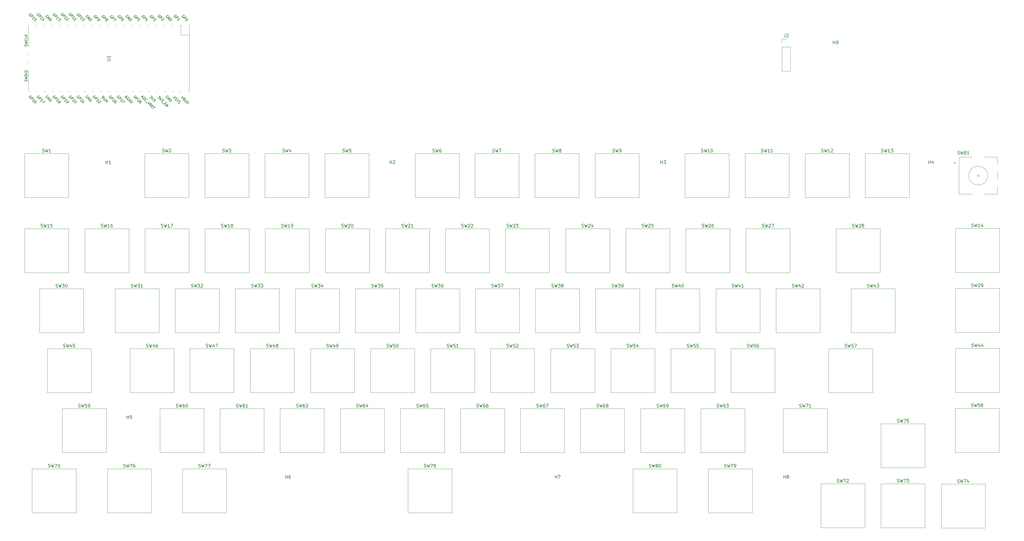
<source format=gbr>
%TF.GenerationSoftware,KiCad,Pcbnew,9.0.0-rc1-116-g42b204fc74*%
%TF.CreationDate,2025-03-01T19:27:56+05:30*%
%TF.ProjectId,nimitboard78,6e696d69-7462-46f6-9172-6437382e6b69,rev?*%
%TF.SameCoordinates,Original*%
%TF.FileFunction,Legend,Top*%
%TF.FilePolarity,Positive*%
%FSLAX46Y46*%
G04 Gerber Fmt 4.6, Leading zero omitted, Abs format (unit mm)*
G04 Created by KiCad (PCBNEW 9.0.0-rc1-116-g42b204fc74) date 2025-03-01 19:27:56*
%MOMM*%
%LPD*%
G01*
G04 APERTURE LIST*
%ADD10C,0.150000*%
%ADD11C,0.120000*%
G04 APERTURE END LIST*
D10*
X53010976Y-173679200D02*
X53153833Y-173726819D01*
X53153833Y-173726819D02*
X53391928Y-173726819D01*
X53391928Y-173726819D02*
X53487166Y-173679200D01*
X53487166Y-173679200D02*
X53534785Y-173631580D01*
X53534785Y-173631580D02*
X53582404Y-173536342D01*
X53582404Y-173536342D02*
X53582404Y-173441104D01*
X53582404Y-173441104D02*
X53534785Y-173345866D01*
X53534785Y-173345866D02*
X53487166Y-173298247D01*
X53487166Y-173298247D02*
X53391928Y-173250628D01*
X53391928Y-173250628D02*
X53201452Y-173203009D01*
X53201452Y-173203009D02*
X53106214Y-173155390D01*
X53106214Y-173155390D02*
X53058595Y-173107771D01*
X53058595Y-173107771D02*
X53010976Y-173012533D01*
X53010976Y-173012533D02*
X53010976Y-172917295D01*
X53010976Y-172917295D02*
X53058595Y-172822057D01*
X53058595Y-172822057D02*
X53106214Y-172774438D01*
X53106214Y-172774438D02*
X53201452Y-172726819D01*
X53201452Y-172726819D02*
X53439547Y-172726819D01*
X53439547Y-172726819D02*
X53582404Y-172774438D01*
X53915738Y-172726819D02*
X54153833Y-173726819D01*
X54153833Y-173726819D02*
X54344309Y-173012533D01*
X54344309Y-173012533D02*
X54534785Y-173726819D01*
X54534785Y-173726819D02*
X54772881Y-172726819D01*
X55058595Y-172726819D02*
X55725261Y-172726819D01*
X55725261Y-172726819D02*
X55296690Y-173726819D01*
X56296690Y-172726819D02*
X56391928Y-172726819D01*
X56391928Y-172726819D02*
X56487166Y-172774438D01*
X56487166Y-172774438D02*
X56534785Y-172822057D01*
X56534785Y-172822057D02*
X56582404Y-172917295D01*
X56582404Y-172917295D02*
X56630023Y-173107771D01*
X56630023Y-173107771D02*
X56630023Y-173345866D01*
X56630023Y-173345866D02*
X56582404Y-173536342D01*
X56582404Y-173536342D02*
X56534785Y-173631580D01*
X56534785Y-173631580D02*
X56487166Y-173679200D01*
X56487166Y-173679200D02*
X56391928Y-173726819D01*
X56391928Y-173726819D02*
X56296690Y-173726819D01*
X56296690Y-173726819D02*
X56201452Y-173679200D01*
X56201452Y-173679200D02*
X56153833Y-173631580D01*
X56153833Y-173631580D02*
X56106214Y-173536342D01*
X56106214Y-173536342D02*
X56058595Y-173345866D01*
X56058595Y-173345866D02*
X56058595Y-173107771D01*
X56058595Y-173107771D02*
X56106214Y-172917295D01*
X56106214Y-172917295D02*
X56153833Y-172822057D01*
X56153833Y-172822057D02*
X56201452Y-172774438D01*
X56201452Y-172774438D02*
X56296690Y-172726819D01*
X128238095Y-177254819D02*
X128238095Y-176254819D01*
X128238095Y-176731009D02*
X128809523Y-176731009D01*
X128809523Y-177254819D02*
X128809523Y-176254819D01*
X129714285Y-176254819D02*
X129523809Y-176254819D01*
X129523809Y-176254819D02*
X129428571Y-176302438D01*
X129428571Y-176302438D02*
X129380952Y-176350057D01*
X129380952Y-176350057D02*
X129285714Y-176492914D01*
X129285714Y-176492914D02*
X129238095Y-176683390D01*
X129238095Y-176683390D02*
X129238095Y-177064342D01*
X129238095Y-177064342D02*
X129285714Y-177159580D01*
X129285714Y-177159580D02*
X129333333Y-177207200D01*
X129333333Y-177207200D02*
X129428571Y-177254819D01*
X129428571Y-177254819D02*
X129619047Y-177254819D01*
X129619047Y-177254819D02*
X129714285Y-177207200D01*
X129714285Y-177207200D02*
X129761904Y-177159580D01*
X129761904Y-177159580D02*
X129809523Y-177064342D01*
X129809523Y-177064342D02*
X129809523Y-176826247D01*
X129809523Y-176826247D02*
X129761904Y-176731009D01*
X129761904Y-176731009D02*
X129714285Y-176683390D01*
X129714285Y-176683390D02*
X129619047Y-176635771D01*
X129619047Y-176635771D02*
X129428571Y-176635771D01*
X129428571Y-176635771D02*
X129333333Y-176683390D01*
X129333333Y-176683390D02*
X129285714Y-176731009D01*
X129285714Y-176731009D02*
X129238095Y-176826247D01*
X103039228Y-135543200D02*
X103182085Y-135590819D01*
X103182085Y-135590819D02*
X103420180Y-135590819D01*
X103420180Y-135590819D02*
X103515418Y-135543200D01*
X103515418Y-135543200D02*
X103563037Y-135495580D01*
X103563037Y-135495580D02*
X103610656Y-135400342D01*
X103610656Y-135400342D02*
X103610656Y-135305104D01*
X103610656Y-135305104D02*
X103563037Y-135209866D01*
X103563037Y-135209866D02*
X103515418Y-135162247D01*
X103515418Y-135162247D02*
X103420180Y-135114628D01*
X103420180Y-135114628D02*
X103229704Y-135067009D01*
X103229704Y-135067009D02*
X103134466Y-135019390D01*
X103134466Y-135019390D02*
X103086847Y-134971771D01*
X103086847Y-134971771D02*
X103039228Y-134876533D01*
X103039228Y-134876533D02*
X103039228Y-134781295D01*
X103039228Y-134781295D02*
X103086847Y-134686057D01*
X103086847Y-134686057D02*
X103134466Y-134638438D01*
X103134466Y-134638438D02*
X103229704Y-134590819D01*
X103229704Y-134590819D02*
X103467799Y-134590819D01*
X103467799Y-134590819D02*
X103610656Y-134638438D01*
X103943990Y-134590819D02*
X104182085Y-135590819D01*
X104182085Y-135590819D02*
X104372561Y-134876533D01*
X104372561Y-134876533D02*
X104563037Y-135590819D01*
X104563037Y-135590819D02*
X104801133Y-134590819D01*
X105610656Y-134924152D02*
X105610656Y-135590819D01*
X105372561Y-134543200D02*
X105134466Y-135257485D01*
X105134466Y-135257485D02*
X105753513Y-135257485D01*
X106039228Y-134590819D02*
X106705894Y-134590819D01*
X106705894Y-134590819D02*
X106277323Y-135590819D01*
X76845976Y-173679200D02*
X76988833Y-173726819D01*
X76988833Y-173726819D02*
X77226928Y-173726819D01*
X77226928Y-173726819D02*
X77322166Y-173679200D01*
X77322166Y-173679200D02*
X77369785Y-173631580D01*
X77369785Y-173631580D02*
X77417404Y-173536342D01*
X77417404Y-173536342D02*
X77417404Y-173441104D01*
X77417404Y-173441104D02*
X77369785Y-173345866D01*
X77369785Y-173345866D02*
X77322166Y-173298247D01*
X77322166Y-173298247D02*
X77226928Y-173250628D01*
X77226928Y-173250628D02*
X77036452Y-173203009D01*
X77036452Y-173203009D02*
X76941214Y-173155390D01*
X76941214Y-173155390D02*
X76893595Y-173107771D01*
X76893595Y-173107771D02*
X76845976Y-173012533D01*
X76845976Y-173012533D02*
X76845976Y-172917295D01*
X76845976Y-172917295D02*
X76893595Y-172822057D01*
X76893595Y-172822057D02*
X76941214Y-172774438D01*
X76941214Y-172774438D02*
X77036452Y-172726819D01*
X77036452Y-172726819D02*
X77274547Y-172726819D01*
X77274547Y-172726819D02*
X77417404Y-172774438D01*
X77750738Y-172726819D02*
X77988833Y-173726819D01*
X77988833Y-173726819D02*
X78179309Y-173012533D01*
X78179309Y-173012533D02*
X78369785Y-173726819D01*
X78369785Y-173726819D02*
X78607881Y-172726819D01*
X78893595Y-172726819D02*
X79560261Y-172726819D01*
X79560261Y-172726819D02*
X79131690Y-173726819D01*
X80369785Y-172726819D02*
X80179309Y-172726819D01*
X80179309Y-172726819D02*
X80084071Y-172774438D01*
X80084071Y-172774438D02*
X80036452Y-172822057D01*
X80036452Y-172822057D02*
X79941214Y-172964914D01*
X79941214Y-172964914D02*
X79893595Y-173155390D01*
X79893595Y-173155390D02*
X79893595Y-173536342D01*
X79893595Y-173536342D02*
X79941214Y-173631580D01*
X79941214Y-173631580D02*
X79988833Y-173679200D01*
X79988833Y-173679200D02*
X80084071Y-173726819D01*
X80084071Y-173726819D02*
X80274547Y-173726819D01*
X80274547Y-173726819D02*
X80369785Y-173679200D01*
X80369785Y-173679200D02*
X80417404Y-173631580D01*
X80417404Y-173631580D02*
X80465023Y-173536342D01*
X80465023Y-173536342D02*
X80465023Y-173298247D01*
X80465023Y-173298247D02*
X80417404Y-173203009D01*
X80417404Y-173203009D02*
X80369785Y-173155390D01*
X80369785Y-173155390D02*
X80274547Y-173107771D01*
X80274547Y-173107771D02*
X80084071Y-173107771D01*
X80084071Y-173107771D02*
X79988833Y-173155390D01*
X79988833Y-173155390D02*
X79941214Y-173203009D01*
X79941214Y-173203009D02*
X79893595Y-173298247D01*
X298192976Y-73572200D02*
X298335833Y-73619819D01*
X298335833Y-73619819D02*
X298573928Y-73619819D01*
X298573928Y-73619819D02*
X298669166Y-73572200D01*
X298669166Y-73572200D02*
X298716785Y-73524580D01*
X298716785Y-73524580D02*
X298764404Y-73429342D01*
X298764404Y-73429342D02*
X298764404Y-73334104D01*
X298764404Y-73334104D02*
X298716785Y-73238866D01*
X298716785Y-73238866D02*
X298669166Y-73191247D01*
X298669166Y-73191247D02*
X298573928Y-73143628D01*
X298573928Y-73143628D02*
X298383452Y-73096009D01*
X298383452Y-73096009D02*
X298288214Y-73048390D01*
X298288214Y-73048390D02*
X298240595Y-73000771D01*
X298240595Y-73000771D02*
X298192976Y-72905533D01*
X298192976Y-72905533D02*
X298192976Y-72810295D01*
X298192976Y-72810295D02*
X298240595Y-72715057D01*
X298240595Y-72715057D02*
X298288214Y-72667438D01*
X298288214Y-72667438D02*
X298383452Y-72619819D01*
X298383452Y-72619819D02*
X298621547Y-72619819D01*
X298621547Y-72619819D02*
X298764404Y-72667438D01*
X299097738Y-72619819D02*
X299335833Y-73619819D01*
X299335833Y-73619819D02*
X299526309Y-72905533D01*
X299526309Y-72905533D02*
X299716785Y-73619819D01*
X299716785Y-73619819D02*
X299954881Y-72619819D01*
X300859642Y-73619819D02*
X300288214Y-73619819D01*
X300573928Y-73619819D02*
X300573928Y-72619819D01*
X300573928Y-72619819D02*
X300478690Y-72762676D01*
X300478690Y-72762676D02*
X300383452Y-72857914D01*
X300383452Y-72857914D02*
X300288214Y-72905533D01*
X301240595Y-72715057D02*
X301288214Y-72667438D01*
X301288214Y-72667438D02*
X301383452Y-72619819D01*
X301383452Y-72619819D02*
X301621547Y-72619819D01*
X301621547Y-72619819D02*
X301716785Y-72667438D01*
X301716785Y-72667438D02*
X301764404Y-72715057D01*
X301764404Y-72715057D02*
X301812023Y-72810295D01*
X301812023Y-72810295D02*
X301812023Y-72905533D01*
X301812023Y-72905533D02*
X301764404Y-73048390D01*
X301764404Y-73048390D02*
X301192976Y-73619819D01*
X301192976Y-73619819D02*
X301812023Y-73619819D01*
X184068476Y-97407200D02*
X184211333Y-97454819D01*
X184211333Y-97454819D02*
X184449428Y-97454819D01*
X184449428Y-97454819D02*
X184544666Y-97407200D01*
X184544666Y-97407200D02*
X184592285Y-97359580D01*
X184592285Y-97359580D02*
X184639904Y-97264342D01*
X184639904Y-97264342D02*
X184639904Y-97169104D01*
X184639904Y-97169104D02*
X184592285Y-97073866D01*
X184592285Y-97073866D02*
X184544666Y-97026247D01*
X184544666Y-97026247D02*
X184449428Y-96978628D01*
X184449428Y-96978628D02*
X184258952Y-96931009D01*
X184258952Y-96931009D02*
X184163714Y-96883390D01*
X184163714Y-96883390D02*
X184116095Y-96835771D01*
X184116095Y-96835771D02*
X184068476Y-96740533D01*
X184068476Y-96740533D02*
X184068476Y-96645295D01*
X184068476Y-96645295D02*
X184116095Y-96550057D01*
X184116095Y-96550057D02*
X184163714Y-96502438D01*
X184163714Y-96502438D02*
X184258952Y-96454819D01*
X184258952Y-96454819D02*
X184497047Y-96454819D01*
X184497047Y-96454819D02*
X184639904Y-96502438D01*
X184973238Y-96454819D02*
X185211333Y-97454819D01*
X185211333Y-97454819D02*
X185401809Y-96740533D01*
X185401809Y-96740533D02*
X185592285Y-97454819D01*
X185592285Y-97454819D02*
X185830381Y-96454819D01*
X186163714Y-96550057D02*
X186211333Y-96502438D01*
X186211333Y-96502438D02*
X186306571Y-96454819D01*
X186306571Y-96454819D02*
X186544666Y-96454819D01*
X186544666Y-96454819D02*
X186639904Y-96502438D01*
X186639904Y-96502438D02*
X186687523Y-96550057D01*
X186687523Y-96550057D02*
X186735142Y-96645295D01*
X186735142Y-96645295D02*
X186735142Y-96740533D01*
X186735142Y-96740533D02*
X186687523Y-96883390D01*
X186687523Y-96883390D02*
X186116095Y-97454819D01*
X186116095Y-97454819D02*
X186735142Y-97454819D01*
X187116095Y-96550057D02*
X187163714Y-96502438D01*
X187163714Y-96502438D02*
X187258952Y-96454819D01*
X187258952Y-96454819D02*
X187497047Y-96454819D01*
X187497047Y-96454819D02*
X187592285Y-96502438D01*
X187592285Y-96502438D02*
X187639904Y-96550057D01*
X187639904Y-96550057D02*
X187687523Y-96645295D01*
X187687523Y-96645295D02*
X187687523Y-96740533D01*
X187687523Y-96740533D02*
X187639904Y-96883390D01*
X187639904Y-96883390D02*
X187068476Y-97454819D01*
X187068476Y-97454819D02*
X187687523Y-97454819D01*
X260092976Y-73572200D02*
X260235833Y-73619819D01*
X260235833Y-73619819D02*
X260473928Y-73619819D01*
X260473928Y-73619819D02*
X260569166Y-73572200D01*
X260569166Y-73572200D02*
X260616785Y-73524580D01*
X260616785Y-73524580D02*
X260664404Y-73429342D01*
X260664404Y-73429342D02*
X260664404Y-73334104D01*
X260664404Y-73334104D02*
X260616785Y-73238866D01*
X260616785Y-73238866D02*
X260569166Y-73191247D01*
X260569166Y-73191247D02*
X260473928Y-73143628D01*
X260473928Y-73143628D02*
X260283452Y-73096009D01*
X260283452Y-73096009D02*
X260188214Y-73048390D01*
X260188214Y-73048390D02*
X260140595Y-73000771D01*
X260140595Y-73000771D02*
X260092976Y-72905533D01*
X260092976Y-72905533D02*
X260092976Y-72810295D01*
X260092976Y-72810295D02*
X260140595Y-72715057D01*
X260140595Y-72715057D02*
X260188214Y-72667438D01*
X260188214Y-72667438D02*
X260283452Y-72619819D01*
X260283452Y-72619819D02*
X260521547Y-72619819D01*
X260521547Y-72619819D02*
X260664404Y-72667438D01*
X260997738Y-72619819D02*
X261235833Y-73619819D01*
X261235833Y-73619819D02*
X261426309Y-72905533D01*
X261426309Y-72905533D02*
X261616785Y-73619819D01*
X261616785Y-73619819D02*
X261854881Y-72619819D01*
X262759642Y-73619819D02*
X262188214Y-73619819D01*
X262473928Y-73619819D02*
X262473928Y-72619819D01*
X262473928Y-72619819D02*
X262378690Y-72762676D01*
X262378690Y-72762676D02*
X262283452Y-72857914D01*
X262283452Y-72857914D02*
X262188214Y-72905533D01*
X263378690Y-72619819D02*
X263473928Y-72619819D01*
X263473928Y-72619819D02*
X263569166Y-72667438D01*
X263569166Y-72667438D02*
X263616785Y-72715057D01*
X263616785Y-72715057D02*
X263664404Y-72810295D01*
X263664404Y-72810295D02*
X263712023Y-73000771D01*
X263712023Y-73000771D02*
X263712023Y-73238866D01*
X263712023Y-73238866D02*
X263664404Y-73429342D01*
X263664404Y-73429342D02*
X263616785Y-73524580D01*
X263616785Y-73524580D02*
X263569166Y-73572200D01*
X263569166Y-73572200D02*
X263473928Y-73619819D01*
X263473928Y-73619819D02*
X263378690Y-73619819D01*
X263378690Y-73619819D02*
X263283452Y-73572200D01*
X263283452Y-73572200D02*
X263235833Y-73524580D01*
X263235833Y-73524580D02*
X263188214Y-73429342D01*
X263188214Y-73429342D02*
X263140595Y-73238866D01*
X263140595Y-73238866D02*
X263140595Y-73000771D01*
X263140595Y-73000771D02*
X263188214Y-72810295D01*
X263188214Y-72810295D02*
X263235833Y-72715057D01*
X263235833Y-72715057D02*
X263283452Y-72667438D01*
X263283452Y-72667438D02*
X263378690Y-72619819D01*
X51103667Y-73572200D02*
X51246524Y-73619819D01*
X51246524Y-73619819D02*
X51484619Y-73619819D01*
X51484619Y-73619819D02*
X51579857Y-73572200D01*
X51579857Y-73572200D02*
X51627476Y-73524580D01*
X51627476Y-73524580D02*
X51675095Y-73429342D01*
X51675095Y-73429342D02*
X51675095Y-73334104D01*
X51675095Y-73334104D02*
X51627476Y-73238866D01*
X51627476Y-73238866D02*
X51579857Y-73191247D01*
X51579857Y-73191247D02*
X51484619Y-73143628D01*
X51484619Y-73143628D02*
X51294143Y-73096009D01*
X51294143Y-73096009D02*
X51198905Y-73048390D01*
X51198905Y-73048390D02*
X51151286Y-73000771D01*
X51151286Y-73000771D02*
X51103667Y-72905533D01*
X51103667Y-72905533D02*
X51103667Y-72810295D01*
X51103667Y-72810295D02*
X51151286Y-72715057D01*
X51151286Y-72715057D02*
X51198905Y-72667438D01*
X51198905Y-72667438D02*
X51294143Y-72619819D01*
X51294143Y-72619819D02*
X51532238Y-72619819D01*
X51532238Y-72619819D02*
X51675095Y-72667438D01*
X52008429Y-72619819D02*
X52246524Y-73619819D01*
X52246524Y-73619819D02*
X52437000Y-72905533D01*
X52437000Y-72905533D02*
X52627476Y-73619819D01*
X52627476Y-73619819D02*
X52865572Y-72619819D01*
X53770333Y-73619819D02*
X53198905Y-73619819D01*
X53484619Y-73619819D02*
X53484619Y-72619819D01*
X53484619Y-72619819D02*
X53389381Y-72762676D01*
X53389381Y-72762676D02*
X53294143Y-72857914D01*
X53294143Y-72857914D02*
X53198905Y-72905533D01*
X279142976Y-73572200D02*
X279285833Y-73619819D01*
X279285833Y-73619819D02*
X279523928Y-73619819D01*
X279523928Y-73619819D02*
X279619166Y-73572200D01*
X279619166Y-73572200D02*
X279666785Y-73524580D01*
X279666785Y-73524580D02*
X279714404Y-73429342D01*
X279714404Y-73429342D02*
X279714404Y-73334104D01*
X279714404Y-73334104D02*
X279666785Y-73238866D01*
X279666785Y-73238866D02*
X279619166Y-73191247D01*
X279619166Y-73191247D02*
X279523928Y-73143628D01*
X279523928Y-73143628D02*
X279333452Y-73096009D01*
X279333452Y-73096009D02*
X279238214Y-73048390D01*
X279238214Y-73048390D02*
X279190595Y-73000771D01*
X279190595Y-73000771D02*
X279142976Y-72905533D01*
X279142976Y-72905533D02*
X279142976Y-72810295D01*
X279142976Y-72810295D02*
X279190595Y-72715057D01*
X279190595Y-72715057D02*
X279238214Y-72667438D01*
X279238214Y-72667438D02*
X279333452Y-72619819D01*
X279333452Y-72619819D02*
X279571547Y-72619819D01*
X279571547Y-72619819D02*
X279714404Y-72667438D01*
X280047738Y-72619819D02*
X280285833Y-73619819D01*
X280285833Y-73619819D02*
X280476309Y-72905533D01*
X280476309Y-72905533D02*
X280666785Y-73619819D01*
X280666785Y-73619819D02*
X280904881Y-72619819D01*
X281809642Y-73619819D02*
X281238214Y-73619819D01*
X281523928Y-73619819D02*
X281523928Y-72619819D01*
X281523928Y-72619819D02*
X281428690Y-72762676D01*
X281428690Y-72762676D02*
X281333452Y-72857914D01*
X281333452Y-72857914D02*
X281238214Y-72905533D01*
X282762023Y-73619819D02*
X282190595Y-73619819D01*
X282476309Y-73619819D02*
X282476309Y-72619819D01*
X282476309Y-72619819D02*
X282381071Y-72762676D01*
X282381071Y-72762676D02*
X282285833Y-72857914D01*
X282285833Y-72857914D02*
X282190595Y-72905533D01*
X193894167Y-73572200D02*
X194037024Y-73619819D01*
X194037024Y-73619819D02*
X194275119Y-73619819D01*
X194275119Y-73619819D02*
X194370357Y-73572200D01*
X194370357Y-73572200D02*
X194417976Y-73524580D01*
X194417976Y-73524580D02*
X194465595Y-73429342D01*
X194465595Y-73429342D02*
X194465595Y-73334104D01*
X194465595Y-73334104D02*
X194417976Y-73238866D01*
X194417976Y-73238866D02*
X194370357Y-73191247D01*
X194370357Y-73191247D02*
X194275119Y-73143628D01*
X194275119Y-73143628D02*
X194084643Y-73096009D01*
X194084643Y-73096009D02*
X193989405Y-73048390D01*
X193989405Y-73048390D02*
X193941786Y-73000771D01*
X193941786Y-73000771D02*
X193894167Y-72905533D01*
X193894167Y-72905533D02*
X193894167Y-72810295D01*
X193894167Y-72810295D02*
X193941786Y-72715057D01*
X193941786Y-72715057D02*
X193989405Y-72667438D01*
X193989405Y-72667438D02*
X194084643Y-72619819D01*
X194084643Y-72619819D02*
X194322738Y-72619819D01*
X194322738Y-72619819D02*
X194465595Y-72667438D01*
X194798929Y-72619819D02*
X195037024Y-73619819D01*
X195037024Y-73619819D02*
X195227500Y-72905533D01*
X195227500Y-72905533D02*
X195417976Y-73619819D01*
X195417976Y-73619819D02*
X195656072Y-72619819D01*
X195941786Y-72619819D02*
X196608452Y-72619819D01*
X196608452Y-72619819D02*
X196179881Y-73619819D01*
X246007476Y-154611200D02*
X246150333Y-154658819D01*
X246150333Y-154658819D02*
X246388428Y-154658819D01*
X246388428Y-154658819D02*
X246483666Y-154611200D01*
X246483666Y-154611200D02*
X246531285Y-154563580D01*
X246531285Y-154563580D02*
X246578904Y-154468342D01*
X246578904Y-154468342D02*
X246578904Y-154373104D01*
X246578904Y-154373104D02*
X246531285Y-154277866D01*
X246531285Y-154277866D02*
X246483666Y-154230247D01*
X246483666Y-154230247D02*
X246388428Y-154182628D01*
X246388428Y-154182628D02*
X246197952Y-154135009D01*
X246197952Y-154135009D02*
X246102714Y-154087390D01*
X246102714Y-154087390D02*
X246055095Y-154039771D01*
X246055095Y-154039771D02*
X246007476Y-153944533D01*
X246007476Y-153944533D02*
X246007476Y-153849295D01*
X246007476Y-153849295D02*
X246055095Y-153754057D01*
X246055095Y-153754057D02*
X246102714Y-153706438D01*
X246102714Y-153706438D02*
X246197952Y-153658819D01*
X246197952Y-153658819D02*
X246436047Y-153658819D01*
X246436047Y-153658819D02*
X246578904Y-153706438D01*
X246912238Y-153658819D02*
X247150333Y-154658819D01*
X247150333Y-154658819D02*
X247340809Y-153944533D01*
X247340809Y-153944533D02*
X247531285Y-154658819D01*
X247531285Y-154658819D02*
X247769381Y-153658819D01*
X248578904Y-153658819D02*
X248388428Y-153658819D01*
X248388428Y-153658819D02*
X248293190Y-153706438D01*
X248293190Y-153706438D02*
X248245571Y-153754057D01*
X248245571Y-153754057D02*
X248150333Y-153896914D01*
X248150333Y-153896914D02*
X248102714Y-154087390D01*
X248102714Y-154087390D02*
X248102714Y-154468342D01*
X248102714Y-154468342D02*
X248150333Y-154563580D01*
X248150333Y-154563580D02*
X248197952Y-154611200D01*
X248197952Y-154611200D02*
X248293190Y-154658819D01*
X248293190Y-154658819D02*
X248483666Y-154658819D01*
X248483666Y-154658819D02*
X248578904Y-154611200D01*
X248578904Y-154611200D02*
X248626523Y-154563580D01*
X248626523Y-154563580D02*
X248674142Y-154468342D01*
X248674142Y-154468342D02*
X248674142Y-154230247D01*
X248674142Y-154230247D02*
X248626523Y-154135009D01*
X248626523Y-154135009D02*
X248578904Y-154087390D01*
X248578904Y-154087390D02*
X248483666Y-154039771D01*
X248483666Y-154039771D02*
X248293190Y-154039771D01*
X248293190Y-154039771D02*
X248197952Y-154087390D01*
X248197952Y-154087390D02*
X248150333Y-154135009D01*
X248150333Y-154135009D02*
X248102714Y-154230247D01*
X249150333Y-154658819D02*
X249340809Y-154658819D01*
X249340809Y-154658819D02*
X249436047Y-154611200D01*
X249436047Y-154611200D02*
X249483666Y-154563580D01*
X249483666Y-154563580D02*
X249578904Y-154420723D01*
X249578904Y-154420723D02*
X249626523Y-154230247D01*
X249626523Y-154230247D02*
X249626523Y-153849295D01*
X249626523Y-153849295D02*
X249578904Y-153754057D01*
X249578904Y-153754057D02*
X249531285Y-153706438D01*
X249531285Y-153706438D02*
X249436047Y-153658819D01*
X249436047Y-153658819D02*
X249245571Y-153658819D01*
X249245571Y-153658819D02*
X249150333Y-153706438D01*
X249150333Y-153706438D02*
X249102714Y-153754057D01*
X249102714Y-153754057D02*
X249055095Y-153849295D01*
X249055095Y-153849295D02*
X249055095Y-154087390D01*
X249055095Y-154087390D02*
X249102714Y-154182628D01*
X249102714Y-154182628D02*
X249150333Y-154230247D01*
X249150333Y-154230247D02*
X249245571Y-154277866D01*
X249245571Y-154277866D02*
X249436047Y-154277866D01*
X249436047Y-154277866D02*
X249531285Y-154230247D01*
X249531285Y-154230247D02*
X249578904Y-154182628D01*
X249578904Y-154182628D02*
X249626523Y-154087390D01*
X213753095Y-177254819D02*
X213753095Y-176254819D01*
X213753095Y-176731009D02*
X214324523Y-176731009D01*
X214324523Y-177254819D02*
X214324523Y-176254819D01*
X214705476Y-176254819D02*
X215372142Y-176254819D01*
X215372142Y-176254819D02*
X214943571Y-177254819D01*
X77893595Y-158254819D02*
X77893595Y-157254819D01*
X77893595Y-157731009D02*
X78465023Y-157731009D01*
X78465023Y-158254819D02*
X78465023Y-157254819D01*
X79417404Y-157254819D02*
X78941214Y-157254819D01*
X78941214Y-157254819D02*
X78893595Y-157731009D01*
X78893595Y-157731009D02*
X78941214Y-157683390D01*
X78941214Y-157683390D02*
X79036452Y-157635771D01*
X79036452Y-157635771D02*
X79274547Y-157635771D01*
X79274547Y-157635771D02*
X79369785Y-157683390D01*
X79369785Y-157683390D02*
X79417404Y-157731009D01*
X79417404Y-157731009D02*
X79465023Y-157826247D01*
X79465023Y-157826247D02*
X79465023Y-158064342D01*
X79465023Y-158064342D02*
X79417404Y-158159580D01*
X79417404Y-158159580D02*
X79369785Y-158207200D01*
X79369785Y-158207200D02*
X79274547Y-158254819D01*
X79274547Y-158254819D02*
X79036452Y-158254819D01*
X79036452Y-158254819D02*
X78941214Y-158207200D01*
X78941214Y-158207200D02*
X78893595Y-158159580D01*
X243606476Y-173679200D02*
X243749333Y-173726819D01*
X243749333Y-173726819D02*
X243987428Y-173726819D01*
X243987428Y-173726819D02*
X244082666Y-173679200D01*
X244082666Y-173679200D02*
X244130285Y-173631580D01*
X244130285Y-173631580D02*
X244177904Y-173536342D01*
X244177904Y-173536342D02*
X244177904Y-173441104D01*
X244177904Y-173441104D02*
X244130285Y-173345866D01*
X244130285Y-173345866D02*
X244082666Y-173298247D01*
X244082666Y-173298247D02*
X243987428Y-173250628D01*
X243987428Y-173250628D02*
X243796952Y-173203009D01*
X243796952Y-173203009D02*
X243701714Y-173155390D01*
X243701714Y-173155390D02*
X243654095Y-173107771D01*
X243654095Y-173107771D02*
X243606476Y-173012533D01*
X243606476Y-173012533D02*
X243606476Y-172917295D01*
X243606476Y-172917295D02*
X243654095Y-172822057D01*
X243654095Y-172822057D02*
X243701714Y-172774438D01*
X243701714Y-172774438D02*
X243796952Y-172726819D01*
X243796952Y-172726819D02*
X244035047Y-172726819D01*
X244035047Y-172726819D02*
X244177904Y-172774438D01*
X244511238Y-172726819D02*
X244749333Y-173726819D01*
X244749333Y-173726819D02*
X244939809Y-173012533D01*
X244939809Y-173012533D02*
X245130285Y-173726819D01*
X245130285Y-173726819D02*
X245368381Y-172726819D01*
X245892190Y-173155390D02*
X245796952Y-173107771D01*
X245796952Y-173107771D02*
X245749333Y-173060152D01*
X245749333Y-173060152D02*
X245701714Y-172964914D01*
X245701714Y-172964914D02*
X245701714Y-172917295D01*
X245701714Y-172917295D02*
X245749333Y-172822057D01*
X245749333Y-172822057D02*
X245796952Y-172774438D01*
X245796952Y-172774438D02*
X245892190Y-172726819D01*
X245892190Y-172726819D02*
X246082666Y-172726819D01*
X246082666Y-172726819D02*
X246177904Y-172774438D01*
X246177904Y-172774438D02*
X246225523Y-172822057D01*
X246225523Y-172822057D02*
X246273142Y-172917295D01*
X246273142Y-172917295D02*
X246273142Y-172964914D01*
X246273142Y-172964914D02*
X246225523Y-173060152D01*
X246225523Y-173060152D02*
X246177904Y-173107771D01*
X246177904Y-173107771D02*
X246082666Y-173155390D01*
X246082666Y-173155390D02*
X245892190Y-173155390D01*
X245892190Y-173155390D02*
X245796952Y-173203009D01*
X245796952Y-173203009D02*
X245749333Y-173250628D01*
X245749333Y-173250628D02*
X245701714Y-173345866D01*
X245701714Y-173345866D02*
X245701714Y-173536342D01*
X245701714Y-173536342D02*
X245749333Y-173631580D01*
X245749333Y-173631580D02*
X245796952Y-173679200D01*
X245796952Y-173679200D02*
X245892190Y-173726819D01*
X245892190Y-173726819D02*
X246082666Y-173726819D01*
X246082666Y-173726819D02*
X246177904Y-173679200D01*
X246177904Y-173679200D02*
X246225523Y-173631580D01*
X246225523Y-173631580D02*
X246273142Y-173536342D01*
X246273142Y-173536342D02*
X246273142Y-173345866D01*
X246273142Y-173345866D02*
X246225523Y-173250628D01*
X246225523Y-173250628D02*
X246177904Y-173203009D01*
X246177904Y-173203009D02*
X246082666Y-173155390D01*
X246892190Y-172726819D02*
X246987428Y-172726819D01*
X246987428Y-172726819D02*
X247082666Y-172774438D01*
X247082666Y-172774438D02*
X247130285Y-172822057D01*
X247130285Y-172822057D02*
X247177904Y-172917295D01*
X247177904Y-172917295D02*
X247225523Y-173107771D01*
X247225523Y-173107771D02*
X247225523Y-173345866D01*
X247225523Y-173345866D02*
X247177904Y-173536342D01*
X247177904Y-173536342D02*
X247130285Y-173631580D01*
X247130285Y-173631580D02*
X247082666Y-173679200D01*
X247082666Y-173679200D02*
X246987428Y-173726819D01*
X246987428Y-173726819D02*
X246892190Y-173726819D01*
X246892190Y-173726819D02*
X246796952Y-173679200D01*
X246796952Y-173679200D02*
X246749333Y-173631580D01*
X246749333Y-173631580D02*
X246701714Y-173536342D01*
X246701714Y-173536342D02*
X246654095Y-173345866D01*
X246654095Y-173345866D02*
X246654095Y-173107771D01*
X246654095Y-173107771D02*
X246701714Y-172917295D01*
X246701714Y-172917295D02*
X246749333Y-172822057D01*
X246749333Y-172822057D02*
X246796952Y-172774438D01*
X246796952Y-172774438D02*
X246892190Y-172726819D01*
X250810976Y-116475200D02*
X250953833Y-116522819D01*
X250953833Y-116522819D02*
X251191928Y-116522819D01*
X251191928Y-116522819D02*
X251287166Y-116475200D01*
X251287166Y-116475200D02*
X251334785Y-116427580D01*
X251334785Y-116427580D02*
X251382404Y-116332342D01*
X251382404Y-116332342D02*
X251382404Y-116237104D01*
X251382404Y-116237104D02*
X251334785Y-116141866D01*
X251334785Y-116141866D02*
X251287166Y-116094247D01*
X251287166Y-116094247D02*
X251191928Y-116046628D01*
X251191928Y-116046628D02*
X251001452Y-115999009D01*
X251001452Y-115999009D02*
X250906214Y-115951390D01*
X250906214Y-115951390D02*
X250858595Y-115903771D01*
X250858595Y-115903771D02*
X250810976Y-115808533D01*
X250810976Y-115808533D02*
X250810976Y-115713295D01*
X250810976Y-115713295D02*
X250858595Y-115618057D01*
X250858595Y-115618057D02*
X250906214Y-115570438D01*
X250906214Y-115570438D02*
X251001452Y-115522819D01*
X251001452Y-115522819D02*
X251239547Y-115522819D01*
X251239547Y-115522819D02*
X251382404Y-115570438D01*
X251715738Y-115522819D02*
X251953833Y-116522819D01*
X251953833Y-116522819D02*
X252144309Y-115808533D01*
X252144309Y-115808533D02*
X252334785Y-116522819D01*
X252334785Y-116522819D02*
X252572881Y-115522819D01*
X253382404Y-115856152D02*
X253382404Y-116522819D01*
X253144309Y-115475200D02*
X252906214Y-116189485D01*
X252906214Y-116189485D02*
X253525261Y-116189485D01*
X254096690Y-115522819D02*
X254191928Y-115522819D01*
X254191928Y-115522819D02*
X254287166Y-115570438D01*
X254287166Y-115570438D02*
X254334785Y-115618057D01*
X254334785Y-115618057D02*
X254382404Y-115713295D01*
X254382404Y-115713295D02*
X254430023Y-115903771D01*
X254430023Y-115903771D02*
X254430023Y-116141866D01*
X254430023Y-116141866D02*
X254382404Y-116332342D01*
X254382404Y-116332342D02*
X254334785Y-116427580D01*
X254334785Y-116427580D02*
X254287166Y-116475200D01*
X254287166Y-116475200D02*
X254191928Y-116522819D01*
X254191928Y-116522819D02*
X254096690Y-116522819D01*
X254096690Y-116522819D02*
X254001452Y-116475200D01*
X254001452Y-116475200D02*
X253953833Y-116427580D01*
X253953833Y-116427580D02*
X253906214Y-116332342D01*
X253906214Y-116332342D02*
X253858595Y-116141866D01*
X253858595Y-116141866D02*
X253858595Y-115903771D01*
X253858595Y-115903771D02*
X253906214Y-115713295D01*
X253906214Y-115713295D02*
X253953833Y-115618057D01*
X253953833Y-115618057D02*
X254001452Y-115570438D01*
X254001452Y-115570438D02*
X254096690Y-115522819D01*
X127303667Y-73572200D02*
X127446524Y-73619819D01*
X127446524Y-73619819D02*
X127684619Y-73619819D01*
X127684619Y-73619819D02*
X127779857Y-73572200D01*
X127779857Y-73572200D02*
X127827476Y-73524580D01*
X127827476Y-73524580D02*
X127875095Y-73429342D01*
X127875095Y-73429342D02*
X127875095Y-73334104D01*
X127875095Y-73334104D02*
X127827476Y-73238866D01*
X127827476Y-73238866D02*
X127779857Y-73191247D01*
X127779857Y-73191247D02*
X127684619Y-73143628D01*
X127684619Y-73143628D02*
X127494143Y-73096009D01*
X127494143Y-73096009D02*
X127398905Y-73048390D01*
X127398905Y-73048390D02*
X127351286Y-73000771D01*
X127351286Y-73000771D02*
X127303667Y-72905533D01*
X127303667Y-72905533D02*
X127303667Y-72810295D01*
X127303667Y-72810295D02*
X127351286Y-72715057D01*
X127351286Y-72715057D02*
X127398905Y-72667438D01*
X127398905Y-72667438D02*
X127494143Y-72619819D01*
X127494143Y-72619819D02*
X127732238Y-72619819D01*
X127732238Y-72619819D02*
X127875095Y-72667438D01*
X128208429Y-72619819D02*
X128446524Y-73619819D01*
X128446524Y-73619819D02*
X128637000Y-72905533D01*
X128637000Y-72905533D02*
X128827476Y-73619819D01*
X128827476Y-73619819D02*
X129065572Y-72619819D01*
X129875095Y-72953152D02*
X129875095Y-73619819D01*
X129637000Y-72572200D02*
X129398905Y-73286485D01*
X129398905Y-73286485D02*
X130017952Y-73286485D01*
X217472476Y-135543200D02*
X217615333Y-135590819D01*
X217615333Y-135590819D02*
X217853428Y-135590819D01*
X217853428Y-135590819D02*
X217948666Y-135543200D01*
X217948666Y-135543200D02*
X217996285Y-135495580D01*
X217996285Y-135495580D02*
X218043904Y-135400342D01*
X218043904Y-135400342D02*
X218043904Y-135305104D01*
X218043904Y-135305104D02*
X217996285Y-135209866D01*
X217996285Y-135209866D02*
X217948666Y-135162247D01*
X217948666Y-135162247D02*
X217853428Y-135114628D01*
X217853428Y-135114628D02*
X217662952Y-135067009D01*
X217662952Y-135067009D02*
X217567714Y-135019390D01*
X217567714Y-135019390D02*
X217520095Y-134971771D01*
X217520095Y-134971771D02*
X217472476Y-134876533D01*
X217472476Y-134876533D02*
X217472476Y-134781295D01*
X217472476Y-134781295D02*
X217520095Y-134686057D01*
X217520095Y-134686057D02*
X217567714Y-134638438D01*
X217567714Y-134638438D02*
X217662952Y-134590819D01*
X217662952Y-134590819D02*
X217901047Y-134590819D01*
X217901047Y-134590819D02*
X218043904Y-134638438D01*
X218377238Y-134590819D02*
X218615333Y-135590819D01*
X218615333Y-135590819D02*
X218805809Y-134876533D01*
X218805809Y-134876533D02*
X218996285Y-135590819D01*
X218996285Y-135590819D02*
X219234381Y-134590819D01*
X220091523Y-134590819D02*
X219615333Y-134590819D01*
X219615333Y-134590819D02*
X219567714Y-135067009D01*
X219567714Y-135067009D02*
X219615333Y-135019390D01*
X219615333Y-135019390D02*
X219710571Y-134971771D01*
X219710571Y-134971771D02*
X219948666Y-134971771D01*
X219948666Y-134971771D02*
X220043904Y-135019390D01*
X220043904Y-135019390D02*
X220091523Y-135067009D01*
X220091523Y-135067009D02*
X220139142Y-135162247D01*
X220139142Y-135162247D02*
X220139142Y-135400342D01*
X220139142Y-135400342D02*
X220091523Y-135495580D01*
X220091523Y-135495580D02*
X220043904Y-135543200D01*
X220043904Y-135543200D02*
X219948666Y-135590819D01*
X219948666Y-135590819D02*
X219710571Y-135590819D01*
X219710571Y-135590819D02*
X219615333Y-135543200D01*
X219615333Y-135543200D02*
X219567714Y-135495580D01*
X220472476Y-134590819D02*
X221091523Y-134590819D01*
X221091523Y-134590819D02*
X220758190Y-134971771D01*
X220758190Y-134971771D02*
X220901047Y-134971771D01*
X220901047Y-134971771D02*
X220996285Y-135019390D01*
X220996285Y-135019390D02*
X221043904Y-135067009D01*
X221043904Y-135067009D02*
X221091523Y-135162247D01*
X221091523Y-135162247D02*
X221091523Y-135400342D01*
X221091523Y-135400342D02*
X221043904Y-135495580D01*
X221043904Y-135495580D02*
X220996285Y-135543200D01*
X220996285Y-135543200D02*
X220901047Y-135590819D01*
X220901047Y-135590819D02*
X220615333Y-135590819D01*
X220615333Y-135590819D02*
X220520095Y-135543200D01*
X220520095Y-135543200D02*
X220472476Y-135495580D01*
X50627476Y-97407200D02*
X50770333Y-97454819D01*
X50770333Y-97454819D02*
X51008428Y-97454819D01*
X51008428Y-97454819D02*
X51103666Y-97407200D01*
X51103666Y-97407200D02*
X51151285Y-97359580D01*
X51151285Y-97359580D02*
X51198904Y-97264342D01*
X51198904Y-97264342D02*
X51198904Y-97169104D01*
X51198904Y-97169104D02*
X51151285Y-97073866D01*
X51151285Y-97073866D02*
X51103666Y-97026247D01*
X51103666Y-97026247D02*
X51008428Y-96978628D01*
X51008428Y-96978628D02*
X50817952Y-96931009D01*
X50817952Y-96931009D02*
X50722714Y-96883390D01*
X50722714Y-96883390D02*
X50675095Y-96835771D01*
X50675095Y-96835771D02*
X50627476Y-96740533D01*
X50627476Y-96740533D02*
X50627476Y-96645295D01*
X50627476Y-96645295D02*
X50675095Y-96550057D01*
X50675095Y-96550057D02*
X50722714Y-96502438D01*
X50722714Y-96502438D02*
X50817952Y-96454819D01*
X50817952Y-96454819D02*
X51056047Y-96454819D01*
X51056047Y-96454819D02*
X51198904Y-96502438D01*
X51532238Y-96454819D02*
X51770333Y-97454819D01*
X51770333Y-97454819D02*
X51960809Y-96740533D01*
X51960809Y-96740533D02*
X52151285Y-97454819D01*
X52151285Y-97454819D02*
X52389381Y-96454819D01*
X53294142Y-97454819D02*
X52722714Y-97454819D01*
X53008428Y-97454819D02*
X53008428Y-96454819D01*
X53008428Y-96454819D02*
X52913190Y-96597676D01*
X52913190Y-96597676D02*
X52817952Y-96692914D01*
X52817952Y-96692914D02*
X52722714Y-96740533D01*
X54198904Y-96454819D02*
X53722714Y-96454819D01*
X53722714Y-96454819D02*
X53675095Y-96931009D01*
X53675095Y-96931009D02*
X53722714Y-96883390D01*
X53722714Y-96883390D02*
X53817952Y-96835771D01*
X53817952Y-96835771D02*
X54056047Y-96835771D01*
X54056047Y-96835771D02*
X54151285Y-96883390D01*
X54151285Y-96883390D02*
X54198904Y-96931009D01*
X54198904Y-96931009D02*
X54246523Y-97026247D01*
X54246523Y-97026247D02*
X54246523Y-97264342D01*
X54246523Y-97264342D02*
X54198904Y-97359580D01*
X54198904Y-97359580D02*
X54151285Y-97407200D01*
X54151285Y-97407200D02*
X54056047Y-97454819D01*
X54056047Y-97454819D02*
X53817952Y-97454819D01*
X53817952Y-97454819D02*
X53722714Y-97407200D01*
X53722714Y-97407200D02*
X53675095Y-97359580D01*
X79283476Y-116475200D02*
X79426333Y-116522819D01*
X79426333Y-116522819D02*
X79664428Y-116522819D01*
X79664428Y-116522819D02*
X79759666Y-116475200D01*
X79759666Y-116475200D02*
X79807285Y-116427580D01*
X79807285Y-116427580D02*
X79854904Y-116332342D01*
X79854904Y-116332342D02*
X79854904Y-116237104D01*
X79854904Y-116237104D02*
X79807285Y-116141866D01*
X79807285Y-116141866D02*
X79759666Y-116094247D01*
X79759666Y-116094247D02*
X79664428Y-116046628D01*
X79664428Y-116046628D02*
X79473952Y-115999009D01*
X79473952Y-115999009D02*
X79378714Y-115951390D01*
X79378714Y-115951390D02*
X79331095Y-115903771D01*
X79331095Y-115903771D02*
X79283476Y-115808533D01*
X79283476Y-115808533D02*
X79283476Y-115713295D01*
X79283476Y-115713295D02*
X79331095Y-115618057D01*
X79331095Y-115618057D02*
X79378714Y-115570438D01*
X79378714Y-115570438D02*
X79473952Y-115522819D01*
X79473952Y-115522819D02*
X79712047Y-115522819D01*
X79712047Y-115522819D02*
X79854904Y-115570438D01*
X80188238Y-115522819D02*
X80426333Y-116522819D01*
X80426333Y-116522819D02*
X80616809Y-115808533D01*
X80616809Y-115808533D02*
X80807285Y-116522819D01*
X80807285Y-116522819D02*
X81045381Y-115522819D01*
X81331095Y-115522819D02*
X81950142Y-115522819D01*
X81950142Y-115522819D02*
X81616809Y-115903771D01*
X81616809Y-115903771D02*
X81759666Y-115903771D01*
X81759666Y-115903771D02*
X81854904Y-115951390D01*
X81854904Y-115951390D02*
X81902523Y-115999009D01*
X81902523Y-115999009D02*
X81950142Y-116094247D01*
X81950142Y-116094247D02*
X81950142Y-116332342D01*
X81950142Y-116332342D02*
X81902523Y-116427580D01*
X81902523Y-116427580D02*
X81854904Y-116475200D01*
X81854904Y-116475200D02*
X81759666Y-116522819D01*
X81759666Y-116522819D02*
X81473952Y-116522819D01*
X81473952Y-116522819D02*
X81378714Y-116475200D01*
X81378714Y-116475200D02*
X81331095Y-116427580D01*
X82902523Y-116522819D02*
X82331095Y-116522819D01*
X82616809Y-116522819D02*
X82616809Y-115522819D01*
X82616809Y-115522819D02*
X82521571Y-115665676D01*
X82521571Y-115665676D02*
X82426333Y-115760914D01*
X82426333Y-115760914D02*
X82331095Y-115808533D01*
X226939476Y-154611200D02*
X227082333Y-154658819D01*
X227082333Y-154658819D02*
X227320428Y-154658819D01*
X227320428Y-154658819D02*
X227415666Y-154611200D01*
X227415666Y-154611200D02*
X227463285Y-154563580D01*
X227463285Y-154563580D02*
X227510904Y-154468342D01*
X227510904Y-154468342D02*
X227510904Y-154373104D01*
X227510904Y-154373104D02*
X227463285Y-154277866D01*
X227463285Y-154277866D02*
X227415666Y-154230247D01*
X227415666Y-154230247D02*
X227320428Y-154182628D01*
X227320428Y-154182628D02*
X227129952Y-154135009D01*
X227129952Y-154135009D02*
X227034714Y-154087390D01*
X227034714Y-154087390D02*
X226987095Y-154039771D01*
X226987095Y-154039771D02*
X226939476Y-153944533D01*
X226939476Y-153944533D02*
X226939476Y-153849295D01*
X226939476Y-153849295D02*
X226987095Y-153754057D01*
X226987095Y-153754057D02*
X227034714Y-153706438D01*
X227034714Y-153706438D02*
X227129952Y-153658819D01*
X227129952Y-153658819D02*
X227368047Y-153658819D01*
X227368047Y-153658819D02*
X227510904Y-153706438D01*
X227844238Y-153658819D02*
X228082333Y-154658819D01*
X228082333Y-154658819D02*
X228272809Y-153944533D01*
X228272809Y-153944533D02*
X228463285Y-154658819D01*
X228463285Y-154658819D02*
X228701381Y-153658819D01*
X229510904Y-153658819D02*
X229320428Y-153658819D01*
X229320428Y-153658819D02*
X229225190Y-153706438D01*
X229225190Y-153706438D02*
X229177571Y-153754057D01*
X229177571Y-153754057D02*
X229082333Y-153896914D01*
X229082333Y-153896914D02*
X229034714Y-154087390D01*
X229034714Y-154087390D02*
X229034714Y-154468342D01*
X229034714Y-154468342D02*
X229082333Y-154563580D01*
X229082333Y-154563580D02*
X229129952Y-154611200D01*
X229129952Y-154611200D02*
X229225190Y-154658819D01*
X229225190Y-154658819D02*
X229415666Y-154658819D01*
X229415666Y-154658819D02*
X229510904Y-154611200D01*
X229510904Y-154611200D02*
X229558523Y-154563580D01*
X229558523Y-154563580D02*
X229606142Y-154468342D01*
X229606142Y-154468342D02*
X229606142Y-154230247D01*
X229606142Y-154230247D02*
X229558523Y-154135009D01*
X229558523Y-154135009D02*
X229510904Y-154087390D01*
X229510904Y-154087390D02*
X229415666Y-154039771D01*
X229415666Y-154039771D02*
X229225190Y-154039771D01*
X229225190Y-154039771D02*
X229129952Y-154087390D01*
X229129952Y-154087390D02*
X229082333Y-154135009D01*
X229082333Y-154135009D02*
X229034714Y-154230247D01*
X230177571Y-154087390D02*
X230082333Y-154039771D01*
X230082333Y-154039771D02*
X230034714Y-153992152D01*
X230034714Y-153992152D02*
X229987095Y-153896914D01*
X229987095Y-153896914D02*
X229987095Y-153849295D01*
X229987095Y-153849295D02*
X230034714Y-153754057D01*
X230034714Y-153754057D02*
X230082333Y-153706438D01*
X230082333Y-153706438D02*
X230177571Y-153658819D01*
X230177571Y-153658819D02*
X230368047Y-153658819D01*
X230368047Y-153658819D02*
X230463285Y-153706438D01*
X230463285Y-153706438D02*
X230510904Y-153754057D01*
X230510904Y-153754057D02*
X230558523Y-153849295D01*
X230558523Y-153849295D02*
X230558523Y-153896914D01*
X230558523Y-153896914D02*
X230510904Y-153992152D01*
X230510904Y-153992152D02*
X230463285Y-154039771D01*
X230463285Y-154039771D02*
X230368047Y-154087390D01*
X230368047Y-154087390D02*
X230177571Y-154087390D01*
X230177571Y-154087390D02*
X230082333Y-154135009D01*
X230082333Y-154135009D02*
X230034714Y-154182628D01*
X230034714Y-154182628D02*
X229987095Y-154277866D01*
X229987095Y-154277866D02*
X229987095Y-154468342D01*
X229987095Y-154468342D02*
X230034714Y-154563580D01*
X230034714Y-154563580D02*
X230082333Y-154611200D01*
X230082333Y-154611200D02*
X230177571Y-154658819D01*
X230177571Y-154658819D02*
X230368047Y-154658819D01*
X230368047Y-154658819D02*
X230463285Y-154611200D01*
X230463285Y-154611200D02*
X230510904Y-154563580D01*
X230510904Y-154563580D02*
X230558523Y-154468342D01*
X230558523Y-154468342D02*
X230558523Y-154277866D01*
X230558523Y-154277866D02*
X230510904Y-154182628D01*
X230510904Y-154182628D02*
X230463285Y-154135009D01*
X230463285Y-154135009D02*
X230368047Y-154087390D01*
X212674976Y-116475200D02*
X212817833Y-116522819D01*
X212817833Y-116522819D02*
X213055928Y-116522819D01*
X213055928Y-116522819D02*
X213151166Y-116475200D01*
X213151166Y-116475200D02*
X213198785Y-116427580D01*
X213198785Y-116427580D02*
X213246404Y-116332342D01*
X213246404Y-116332342D02*
X213246404Y-116237104D01*
X213246404Y-116237104D02*
X213198785Y-116141866D01*
X213198785Y-116141866D02*
X213151166Y-116094247D01*
X213151166Y-116094247D02*
X213055928Y-116046628D01*
X213055928Y-116046628D02*
X212865452Y-115999009D01*
X212865452Y-115999009D02*
X212770214Y-115951390D01*
X212770214Y-115951390D02*
X212722595Y-115903771D01*
X212722595Y-115903771D02*
X212674976Y-115808533D01*
X212674976Y-115808533D02*
X212674976Y-115713295D01*
X212674976Y-115713295D02*
X212722595Y-115618057D01*
X212722595Y-115618057D02*
X212770214Y-115570438D01*
X212770214Y-115570438D02*
X212865452Y-115522819D01*
X212865452Y-115522819D02*
X213103547Y-115522819D01*
X213103547Y-115522819D02*
X213246404Y-115570438D01*
X213579738Y-115522819D02*
X213817833Y-116522819D01*
X213817833Y-116522819D02*
X214008309Y-115808533D01*
X214008309Y-115808533D02*
X214198785Y-116522819D01*
X214198785Y-116522819D02*
X214436881Y-115522819D01*
X214722595Y-115522819D02*
X215341642Y-115522819D01*
X215341642Y-115522819D02*
X215008309Y-115903771D01*
X215008309Y-115903771D02*
X215151166Y-115903771D01*
X215151166Y-115903771D02*
X215246404Y-115951390D01*
X215246404Y-115951390D02*
X215294023Y-115999009D01*
X215294023Y-115999009D02*
X215341642Y-116094247D01*
X215341642Y-116094247D02*
X215341642Y-116332342D01*
X215341642Y-116332342D02*
X215294023Y-116427580D01*
X215294023Y-116427580D02*
X215246404Y-116475200D01*
X215246404Y-116475200D02*
X215151166Y-116522819D01*
X215151166Y-116522819D02*
X214865452Y-116522819D01*
X214865452Y-116522819D02*
X214770214Y-116475200D01*
X214770214Y-116475200D02*
X214722595Y-116427580D01*
X215913071Y-115951390D02*
X215817833Y-115903771D01*
X215817833Y-115903771D02*
X215770214Y-115856152D01*
X215770214Y-115856152D02*
X215722595Y-115760914D01*
X215722595Y-115760914D02*
X215722595Y-115713295D01*
X215722595Y-115713295D02*
X215770214Y-115618057D01*
X215770214Y-115618057D02*
X215817833Y-115570438D01*
X215817833Y-115570438D02*
X215913071Y-115522819D01*
X215913071Y-115522819D02*
X216103547Y-115522819D01*
X216103547Y-115522819D02*
X216198785Y-115570438D01*
X216198785Y-115570438D02*
X216246404Y-115618057D01*
X216246404Y-115618057D02*
X216294023Y-115713295D01*
X216294023Y-115713295D02*
X216294023Y-115760914D01*
X216294023Y-115760914D02*
X216246404Y-115856152D01*
X216246404Y-115856152D02*
X216198785Y-115903771D01*
X216198785Y-115903771D02*
X216103547Y-115951390D01*
X216103547Y-115951390D02*
X215913071Y-115951390D01*
X215913071Y-115951390D02*
X215817833Y-115999009D01*
X215817833Y-115999009D02*
X215770214Y-116046628D01*
X215770214Y-116046628D02*
X215722595Y-116141866D01*
X215722595Y-116141866D02*
X215722595Y-116332342D01*
X215722595Y-116332342D02*
X215770214Y-116427580D01*
X215770214Y-116427580D02*
X215817833Y-116475200D01*
X215817833Y-116475200D02*
X215913071Y-116522819D01*
X215913071Y-116522819D02*
X216103547Y-116522819D01*
X216103547Y-116522819D02*
X216198785Y-116475200D01*
X216198785Y-116475200D02*
X216246404Y-116427580D01*
X216246404Y-116427580D02*
X216294023Y-116332342D01*
X216294023Y-116332342D02*
X216294023Y-116141866D01*
X216294023Y-116141866D02*
X216246404Y-116046628D01*
X216246404Y-116046628D02*
X216198785Y-115999009D01*
X216198785Y-115999009D02*
X216103547Y-115951390D01*
X136487476Y-116475200D02*
X136630333Y-116522819D01*
X136630333Y-116522819D02*
X136868428Y-116522819D01*
X136868428Y-116522819D02*
X136963666Y-116475200D01*
X136963666Y-116475200D02*
X137011285Y-116427580D01*
X137011285Y-116427580D02*
X137058904Y-116332342D01*
X137058904Y-116332342D02*
X137058904Y-116237104D01*
X137058904Y-116237104D02*
X137011285Y-116141866D01*
X137011285Y-116141866D02*
X136963666Y-116094247D01*
X136963666Y-116094247D02*
X136868428Y-116046628D01*
X136868428Y-116046628D02*
X136677952Y-115999009D01*
X136677952Y-115999009D02*
X136582714Y-115951390D01*
X136582714Y-115951390D02*
X136535095Y-115903771D01*
X136535095Y-115903771D02*
X136487476Y-115808533D01*
X136487476Y-115808533D02*
X136487476Y-115713295D01*
X136487476Y-115713295D02*
X136535095Y-115618057D01*
X136535095Y-115618057D02*
X136582714Y-115570438D01*
X136582714Y-115570438D02*
X136677952Y-115522819D01*
X136677952Y-115522819D02*
X136916047Y-115522819D01*
X136916047Y-115522819D02*
X137058904Y-115570438D01*
X137392238Y-115522819D02*
X137630333Y-116522819D01*
X137630333Y-116522819D02*
X137820809Y-115808533D01*
X137820809Y-115808533D02*
X138011285Y-116522819D01*
X138011285Y-116522819D02*
X138249381Y-115522819D01*
X138535095Y-115522819D02*
X139154142Y-115522819D01*
X139154142Y-115522819D02*
X138820809Y-115903771D01*
X138820809Y-115903771D02*
X138963666Y-115903771D01*
X138963666Y-115903771D02*
X139058904Y-115951390D01*
X139058904Y-115951390D02*
X139106523Y-115999009D01*
X139106523Y-115999009D02*
X139154142Y-116094247D01*
X139154142Y-116094247D02*
X139154142Y-116332342D01*
X139154142Y-116332342D02*
X139106523Y-116427580D01*
X139106523Y-116427580D02*
X139058904Y-116475200D01*
X139058904Y-116475200D02*
X138963666Y-116522819D01*
X138963666Y-116522819D02*
X138677952Y-116522819D01*
X138677952Y-116522819D02*
X138582714Y-116475200D01*
X138582714Y-116475200D02*
X138535095Y-116427580D01*
X140011285Y-115856152D02*
X140011285Y-116522819D01*
X139773190Y-115475200D02*
X139535095Y-116189485D01*
X139535095Y-116189485D02*
X140154142Y-116189485D01*
X286666666Y-36044819D02*
X286666666Y-36759104D01*
X286666666Y-36759104D02*
X286619047Y-36901961D01*
X286619047Y-36901961D02*
X286523809Y-36997200D01*
X286523809Y-36997200D02*
X286380952Y-37044819D01*
X286380952Y-37044819D02*
X286285714Y-37044819D01*
X287095238Y-36140057D02*
X287142857Y-36092438D01*
X287142857Y-36092438D02*
X287238095Y-36044819D01*
X287238095Y-36044819D02*
X287476190Y-36044819D01*
X287476190Y-36044819D02*
X287571428Y-36092438D01*
X287571428Y-36092438D02*
X287619047Y-36140057D01*
X287619047Y-36140057D02*
X287666666Y-36235295D01*
X287666666Y-36235295D02*
X287666666Y-36330533D01*
X287666666Y-36330533D02*
X287619047Y-36473390D01*
X287619047Y-36473390D02*
X287047619Y-37044819D01*
X287047619Y-37044819D02*
X287666666Y-37044819D01*
X322261976Y-178446200D02*
X322404833Y-178493819D01*
X322404833Y-178493819D02*
X322642928Y-178493819D01*
X322642928Y-178493819D02*
X322738166Y-178446200D01*
X322738166Y-178446200D02*
X322785785Y-178398580D01*
X322785785Y-178398580D02*
X322833404Y-178303342D01*
X322833404Y-178303342D02*
X322833404Y-178208104D01*
X322833404Y-178208104D02*
X322785785Y-178112866D01*
X322785785Y-178112866D02*
X322738166Y-178065247D01*
X322738166Y-178065247D02*
X322642928Y-178017628D01*
X322642928Y-178017628D02*
X322452452Y-177970009D01*
X322452452Y-177970009D02*
X322357214Y-177922390D01*
X322357214Y-177922390D02*
X322309595Y-177874771D01*
X322309595Y-177874771D02*
X322261976Y-177779533D01*
X322261976Y-177779533D02*
X322261976Y-177684295D01*
X322261976Y-177684295D02*
X322309595Y-177589057D01*
X322309595Y-177589057D02*
X322357214Y-177541438D01*
X322357214Y-177541438D02*
X322452452Y-177493819D01*
X322452452Y-177493819D02*
X322690547Y-177493819D01*
X322690547Y-177493819D02*
X322833404Y-177541438D01*
X323166738Y-177493819D02*
X323404833Y-178493819D01*
X323404833Y-178493819D02*
X323595309Y-177779533D01*
X323595309Y-177779533D02*
X323785785Y-178493819D01*
X323785785Y-178493819D02*
X324023881Y-177493819D01*
X324309595Y-177493819D02*
X324976261Y-177493819D01*
X324976261Y-177493819D02*
X324547690Y-178493819D01*
X325261976Y-177493819D02*
X325881023Y-177493819D01*
X325881023Y-177493819D02*
X325547690Y-177874771D01*
X325547690Y-177874771D02*
X325690547Y-177874771D01*
X325690547Y-177874771D02*
X325785785Y-177922390D01*
X325785785Y-177922390D02*
X325833404Y-177970009D01*
X325833404Y-177970009D02*
X325881023Y-178065247D01*
X325881023Y-178065247D02*
X325881023Y-178303342D01*
X325881023Y-178303342D02*
X325833404Y-178398580D01*
X325833404Y-178398580D02*
X325785785Y-178446200D01*
X325785785Y-178446200D02*
X325690547Y-178493819D01*
X325690547Y-178493819D02*
X325404833Y-178493819D01*
X325404833Y-178493819D02*
X325309595Y-178446200D01*
X325309595Y-178446200D02*
X325261976Y-178398580D01*
X274676476Y-135543200D02*
X274819333Y-135590819D01*
X274819333Y-135590819D02*
X275057428Y-135590819D01*
X275057428Y-135590819D02*
X275152666Y-135543200D01*
X275152666Y-135543200D02*
X275200285Y-135495580D01*
X275200285Y-135495580D02*
X275247904Y-135400342D01*
X275247904Y-135400342D02*
X275247904Y-135305104D01*
X275247904Y-135305104D02*
X275200285Y-135209866D01*
X275200285Y-135209866D02*
X275152666Y-135162247D01*
X275152666Y-135162247D02*
X275057428Y-135114628D01*
X275057428Y-135114628D02*
X274866952Y-135067009D01*
X274866952Y-135067009D02*
X274771714Y-135019390D01*
X274771714Y-135019390D02*
X274724095Y-134971771D01*
X274724095Y-134971771D02*
X274676476Y-134876533D01*
X274676476Y-134876533D02*
X274676476Y-134781295D01*
X274676476Y-134781295D02*
X274724095Y-134686057D01*
X274724095Y-134686057D02*
X274771714Y-134638438D01*
X274771714Y-134638438D02*
X274866952Y-134590819D01*
X274866952Y-134590819D02*
X275105047Y-134590819D01*
X275105047Y-134590819D02*
X275247904Y-134638438D01*
X275581238Y-134590819D02*
X275819333Y-135590819D01*
X275819333Y-135590819D02*
X276009809Y-134876533D01*
X276009809Y-134876533D02*
X276200285Y-135590819D01*
X276200285Y-135590819D02*
X276438381Y-134590819D01*
X277295523Y-134590819D02*
X276819333Y-134590819D01*
X276819333Y-134590819D02*
X276771714Y-135067009D01*
X276771714Y-135067009D02*
X276819333Y-135019390D01*
X276819333Y-135019390D02*
X276914571Y-134971771D01*
X276914571Y-134971771D02*
X277152666Y-134971771D01*
X277152666Y-134971771D02*
X277247904Y-135019390D01*
X277247904Y-135019390D02*
X277295523Y-135067009D01*
X277295523Y-135067009D02*
X277343142Y-135162247D01*
X277343142Y-135162247D02*
X277343142Y-135400342D01*
X277343142Y-135400342D02*
X277295523Y-135495580D01*
X277295523Y-135495580D02*
X277247904Y-135543200D01*
X277247904Y-135543200D02*
X277152666Y-135590819D01*
X277152666Y-135590819D02*
X276914571Y-135590819D01*
X276914571Y-135590819D02*
X276819333Y-135543200D01*
X276819333Y-135543200D02*
X276771714Y-135495580D01*
X278200285Y-134590819D02*
X278009809Y-134590819D01*
X278009809Y-134590819D02*
X277914571Y-134638438D01*
X277914571Y-134638438D02*
X277866952Y-134686057D01*
X277866952Y-134686057D02*
X277771714Y-134828914D01*
X277771714Y-134828914D02*
X277724095Y-135019390D01*
X277724095Y-135019390D02*
X277724095Y-135400342D01*
X277724095Y-135400342D02*
X277771714Y-135495580D01*
X277771714Y-135495580D02*
X277819333Y-135543200D01*
X277819333Y-135543200D02*
X277914571Y-135590819D01*
X277914571Y-135590819D02*
X278105047Y-135590819D01*
X278105047Y-135590819D02*
X278200285Y-135543200D01*
X278200285Y-135543200D02*
X278247904Y-135495580D01*
X278247904Y-135495580D02*
X278295523Y-135400342D01*
X278295523Y-135400342D02*
X278295523Y-135162247D01*
X278295523Y-135162247D02*
X278247904Y-135067009D01*
X278247904Y-135067009D02*
X278200285Y-135019390D01*
X278200285Y-135019390D02*
X278105047Y-134971771D01*
X278105047Y-134971771D02*
X277914571Y-134971771D01*
X277914571Y-134971771D02*
X277819333Y-135019390D01*
X277819333Y-135019390D02*
X277771714Y-135067009D01*
X277771714Y-135067009D02*
X277724095Y-135162247D01*
X207871476Y-154611200D02*
X208014333Y-154658819D01*
X208014333Y-154658819D02*
X208252428Y-154658819D01*
X208252428Y-154658819D02*
X208347666Y-154611200D01*
X208347666Y-154611200D02*
X208395285Y-154563580D01*
X208395285Y-154563580D02*
X208442904Y-154468342D01*
X208442904Y-154468342D02*
X208442904Y-154373104D01*
X208442904Y-154373104D02*
X208395285Y-154277866D01*
X208395285Y-154277866D02*
X208347666Y-154230247D01*
X208347666Y-154230247D02*
X208252428Y-154182628D01*
X208252428Y-154182628D02*
X208061952Y-154135009D01*
X208061952Y-154135009D02*
X207966714Y-154087390D01*
X207966714Y-154087390D02*
X207919095Y-154039771D01*
X207919095Y-154039771D02*
X207871476Y-153944533D01*
X207871476Y-153944533D02*
X207871476Y-153849295D01*
X207871476Y-153849295D02*
X207919095Y-153754057D01*
X207919095Y-153754057D02*
X207966714Y-153706438D01*
X207966714Y-153706438D02*
X208061952Y-153658819D01*
X208061952Y-153658819D02*
X208300047Y-153658819D01*
X208300047Y-153658819D02*
X208442904Y-153706438D01*
X208776238Y-153658819D02*
X209014333Y-154658819D01*
X209014333Y-154658819D02*
X209204809Y-153944533D01*
X209204809Y-153944533D02*
X209395285Y-154658819D01*
X209395285Y-154658819D02*
X209633381Y-153658819D01*
X210442904Y-153658819D02*
X210252428Y-153658819D01*
X210252428Y-153658819D02*
X210157190Y-153706438D01*
X210157190Y-153706438D02*
X210109571Y-153754057D01*
X210109571Y-153754057D02*
X210014333Y-153896914D01*
X210014333Y-153896914D02*
X209966714Y-154087390D01*
X209966714Y-154087390D02*
X209966714Y-154468342D01*
X209966714Y-154468342D02*
X210014333Y-154563580D01*
X210014333Y-154563580D02*
X210061952Y-154611200D01*
X210061952Y-154611200D02*
X210157190Y-154658819D01*
X210157190Y-154658819D02*
X210347666Y-154658819D01*
X210347666Y-154658819D02*
X210442904Y-154611200D01*
X210442904Y-154611200D02*
X210490523Y-154563580D01*
X210490523Y-154563580D02*
X210538142Y-154468342D01*
X210538142Y-154468342D02*
X210538142Y-154230247D01*
X210538142Y-154230247D02*
X210490523Y-154135009D01*
X210490523Y-154135009D02*
X210442904Y-154087390D01*
X210442904Y-154087390D02*
X210347666Y-154039771D01*
X210347666Y-154039771D02*
X210157190Y-154039771D01*
X210157190Y-154039771D02*
X210061952Y-154087390D01*
X210061952Y-154087390D02*
X210014333Y-154135009D01*
X210014333Y-154135009D02*
X209966714Y-154230247D01*
X210871476Y-153658819D02*
X211538142Y-153658819D01*
X211538142Y-153658819D02*
X211109571Y-154658819D01*
X279408476Y-97407200D02*
X279551333Y-97454819D01*
X279551333Y-97454819D02*
X279789428Y-97454819D01*
X279789428Y-97454819D02*
X279884666Y-97407200D01*
X279884666Y-97407200D02*
X279932285Y-97359580D01*
X279932285Y-97359580D02*
X279979904Y-97264342D01*
X279979904Y-97264342D02*
X279979904Y-97169104D01*
X279979904Y-97169104D02*
X279932285Y-97073866D01*
X279932285Y-97073866D02*
X279884666Y-97026247D01*
X279884666Y-97026247D02*
X279789428Y-96978628D01*
X279789428Y-96978628D02*
X279598952Y-96931009D01*
X279598952Y-96931009D02*
X279503714Y-96883390D01*
X279503714Y-96883390D02*
X279456095Y-96835771D01*
X279456095Y-96835771D02*
X279408476Y-96740533D01*
X279408476Y-96740533D02*
X279408476Y-96645295D01*
X279408476Y-96645295D02*
X279456095Y-96550057D01*
X279456095Y-96550057D02*
X279503714Y-96502438D01*
X279503714Y-96502438D02*
X279598952Y-96454819D01*
X279598952Y-96454819D02*
X279837047Y-96454819D01*
X279837047Y-96454819D02*
X279979904Y-96502438D01*
X280313238Y-96454819D02*
X280551333Y-97454819D01*
X280551333Y-97454819D02*
X280741809Y-96740533D01*
X280741809Y-96740533D02*
X280932285Y-97454819D01*
X280932285Y-97454819D02*
X281170381Y-96454819D01*
X281503714Y-96550057D02*
X281551333Y-96502438D01*
X281551333Y-96502438D02*
X281646571Y-96454819D01*
X281646571Y-96454819D02*
X281884666Y-96454819D01*
X281884666Y-96454819D02*
X281979904Y-96502438D01*
X281979904Y-96502438D02*
X282027523Y-96550057D01*
X282027523Y-96550057D02*
X282075142Y-96645295D01*
X282075142Y-96645295D02*
X282075142Y-96740533D01*
X282075142Y-96740533D02*
X282027523Y-96883390D01*
X282027523Y-96883390D02*
X281456095Y-97454819D01*
X281456095Y-97454819D02*
X282075142Y-97454819D01*
X282408476Y-96454819D02*
X283075142Y-96454819D01*
X283075142Y-96454819D02*
X282646571Y-97454819D01*
X212944167Y-73572200D02*
X213087024Y-73619819D01*
X213087024Y-73619819D02*
X213325119Y-73619819D01*
X213325119Y-73619819D02*
X213420357Y-73572200D01*
X213420357Y-73572200D02*
X213467976Y-73524580D01*
X213467976Y-73524580D02*
X213515595Y-73429342D01*
X213515595Y-73429342D02*
X213515595Y-73334104D01*
X213515595Y-73334104D02*
X213467976Y-73238866D01*
X213467976Y-73238866D02*
X213420357Y-73191247D01*
X213420357Y-73191247D02*
X213325119Y-73143628D01*
X213325119Y-73143628D02*
X213134643Y-73096009D01*
X213134643Y-73096009D02*
X213039405Y-73048390D01*
X213039405Y-73048390D02*
X212991786Y-73000771D01*
X212991786Y-73000771D02*
X212944167Y-72905533D01*
X212944167Y-72905533D02*
X212944167Y-72810295D01*
X212944167Y-72810295D02*
X212991786Y-72715057D01*
X212991786Y-72715057D02*
X213039405Y-72667438D01*
X213039405Y-72667438D02*
X213134643Y-72619819D01*
X213134643Y-72619819D02*
X213372738Y-72619819D01*
X213372738Y-72619819D02*
X213515595Y-72667438D01*
X213848929Y-72619819D02*
X214087024Y-73619819D01*
X214087024Y-73619819D02*
X214277500Y-72905533D01*
X214277500Y-72905533D02*
X214467976Y-73619819D01*
X214467976Y-73619819D02*
X214706072Y-72619819D01*
X215229881Y-73048390D02*
X215134643Y-73000771D01*
X215134643Y-73000771D02*
X215087024Y-72953152D01*
X215087024Y-72953152D02*
X215039405Y-72857914D01*
X215039405Y-72857914D02*
X215039405Y-72810295D01*
X215039405Y-72810295D02*
X215087024Y-72715057D01*
X215087024Y-72715057D02*
X215134643Y-72667438D01*
X215134643Y-72667438D02*
X215229881Y-72619819D01*
X215229881Y-72619819D02*
X215420357Y-72619819D01*
X215420357Y-72619819D02*
X215515595Y-72667438D01*
X215515595Y-72667438D02*
X215563214Y-72715057D01*
X215563214Y-72715057D02*
X215610833Y-72810295D01*
X215610833Y-72810295D02*
X215610833Y-72857914D01*
X215610833Y-72857914D02*
X215563214Y-72953152D01*
X215563214Y-72953152D02*
X215515595Y-73000771D01*
X215515595Y-73000771D02*
X215420357Y-73048390D01*
X215420357Y-73048390D02*
X215229881Y-73048390D01*
X215229881Y-73048390D02*
X215134643Y-73096009D01*
X215134643Y-73096009D02*
X215087024Y-73143628D01*
X215087024Y-73143628D02*
X215039405Y-73238866D01*
X215039405Y-73238866D02*
X215039405Y-73429342D01*
X215039405Y-73429342D02*
X215087024Y-73524580D01*
X215087024Y-73524580D02*
X215134643Y-73572200D01*
X215134643Y-73572200D02*
X215229881Y-73619819D01*
X215229881Y-73619819D02*
X215420357Y-73619819D01*
X215420357Y-73619819D02*
X215515595Y-73572200D01*
X215515595Y-73572200D02*
X215563214Y-73524580D01*
X215563214Y-73524580D02*
X215610833Y-73429342D01*
X215610833Y-73429342D02*
X215610833Y-73238866D01*
X215610833Y-73238866D02*
X215563214Y-73143628D01*
X215563214Y-73143628D02*
X215515595Y-73096009D01*
X215515595Y-73096009D02*
X215420357Y-73048390D01*
X160342228Y-135543200D02*
X160485085Y-135590819D01*
X160485085Y-135590819D02*
X160723180Y-135590819D01*
X160723180Y-135590819D02*
X160818418Y-135543200D01*
X160818418Y-135543200D02*
X160866037Y-135495580D01*
X160866037Y-135495580D02*
X160913656Y-135400342D01*
X160913656Y-135400342D02*
X160913656Y-135305104D01*
X160913656Y-135305104D02*
X160866037Y-135209866D01*
X160866037Y-135209866D02*
X160818418Y-135162247D01*
X160818418Y-135162247D02*
X160723180Y-135114628D01*
X160723180Y-135114628D02*
X160532704Y-135067009D01*
X160532704Y-135067009D02*
X160437466Y-135019390D01*
X160437466Y-135019390D02*
X160389847Y-134971771D01*
X160389847Y-134971771D02*
X160342228Y-134876533D01*
X160342228Y-134876533D02*
X160342228Y-134781295D01*
X160342228Y-134781295D02*
X160389847Y-134686057D01*
X160389847Y-134686057D02*
X160437466Y-134638438D01*
X160437466Y-134638438D02*
X160532704Y-134590819D01*
X160532704Y-134590819D02*
X160770799Y-134590819D01*
X160770799Y-134590819D02*
X160913656Y-134638438D01*
X161246990Y-134590819D02*
X161485085Y-135590819D01*
X161485085Y-135590819D02*
X161675561Y-134876533D01*
X161675561Y-134876533D02*
X161866037Y-135590819D01*
X161866037Y-135590819D02*
X162104133Y-134590819D01*
X162961275Y-134590819D02*
X162485085Y-134590819D01*
X162485085Y-134590819D02*
X162437466Y-135067009D01*
X162437466Y-135067009D02*
X162485085Y-135019390D01*
X162485085Y-135019390D02*
X162580323Y-134971771D01*
X162580323Y-134971771D02*
X162818418Y-134971771D01*
X162818418Y-134971771D02*
X162913656Y-135019390D01*
X162913656Y-135019390D02*
X162961275Y-135067009D01*
X162961275Y-135067009D02*
X163008894Y-135162247D01*
X163008894Y-135162247D02*
X163008894Y-135400342D01*
X163008894Y-135400342D02*
X162961275Y-135495580D01*
X162961275Y-135495580D02*
X162913656Y-135543200D01*
X162913656Y-135543200D02*
X162818418Y-135590819D01*
X162818418Y-135590819D02*
X162580323Y-135590819D01*
X162580323Y-135590819D02*
X162485085Y-135543200D01*
X162485085Y-135543200D02*
X162437466Y-135495580D01*
X163627942Y-134590819D02*
X163723180Y-134590819D01*
X163723180Y-134590819D02*
X163818418Y-134638438D01*
X163818418Y-134638438D02*
X163866037Y-134686057D01*
X163866037Y-134686057D02*
X163913656Y-134781295D01*
X163913656Y-134781295D02*
X163961275Y-134971771D01*
X163961275Y-134971771D02*
X163961275Y-135209866D01*
X163961275Y-135209866D02*
X163913656Y-135400342D01*
X163913656Y-135400342D02*
X163866037Y-135495580D01*
X163866037Y-135495580D02*
X163818418Y-135543200D01*
X163818418Y-135543200D02*
X163723180Y-135590819D01*
X163723180Y-135590819D02*
X163627942Y-135590819D01*
X163627942Y-135590819D02*
X163532704Y-135543200D01*
X163532704Y-135543200D02*
X163485085Y-135495580D01*
X163485085Y-135495580D02*
X163437466Y-135400342D01*
X163437466Y-135400342D02*
X163389847Y-135209866D01*
X163389847Y-135209866D02*
X163389847Y-134971771D01*
X163389847Y-134971771D02*
X163437466Y-134781295D01*
X163437466Y-134781295D02*
X163485085Y-134686057D01*
X163485085Y-134686057D02*
X163532704Y-134638438D01*
X163532704Y-134638438D02*
X163627942Y-134590819D01*
X89203667Y-73572200D02*
X89346524Y-73619819D01*
X89346524Y-73619819D02*
X89584619Y-73619819D01*
X89584619Y-73619819D02*
X89679857Y-73572200D01*
X89679857Y-73572200D02*
X89727476Y-73524580D01*
X89727476Y-73524580D02*
X89775095Y-73429342D01*
X89775095Y-73429342D02*
X89775095Y-73334104D01*
X89775095Y-73334104D02*
X89727476Y-73238866D01*
X89727476Y-73238866D02*
X89679857Y-73191247D01*
X89679857Y-73191247D02*
X89584619Y-73143628D01*
X89584619Y-73143628D02*
X89394143Y-73096009D01*
X89394143Y-73096009D02*
X89298905Y-73048390D01*
X89298905Y-73048390D02*
X89251286Y-73000771D01*
X89251286Y-73000771D02*
X89203667Y-72905533D01*
X89203667Y-72905533D02*
X89203667Y-72810295D01*
X89203667Y-72810295D02*
X89251286Y-72715057D01*
X89251286Y-72715057D02*
X89298905Y-72667438D01*
X89298905Y-72667438D02*
X89394143Y-72619819D01*
X89394143Y-72619819D02*
X89632238Y-72619819D01*
X89632238Y-72619819D02*
X89775095Y-72667438D01*
X90108429Y-72619819D02*
X90346524Y-73619819D01*
X90346524Y-73619819D02*
X90537000Y-72905533D01*
X90537000Y-72905533D02*
X90727476Y-73619819D01*
X90727476Y-73619819D02*
X90965572Y-72619819D01*
X91298905Y-72715057D02*
X91346524Y-72667438D01*
X91346524Y-72667438D02*
X91441762Y-72619819D01*
X91441762Y-72619819D02*
X91679857Y-72619819D01*
X91679857Y-72619819D02*
X91775095Y-72667438D01*
X91775095Y-72667438D02*
X91822714Y-72715057D01*
X91822714Y-72715057D02*
X91870333Y-72810295D01*
X91870333Y-72810295D02*
X91870333Y-72905533D01*
X91870333Y-72905533D02*
X91822714Y-73048390D01*
X91822714Y-73048390D02*
X91251286Y-73619819D01*
X91251286Y-73619819D02*
X91870333Y-73619819D01*
X345852976Y-135408200D02*
X345995833Y-135455819D01*
X345995833Y-135455819D02*
X346233928Y-135455819D01*
X346233928Y-135455819D02*
X346329166Y-135408200D01*
X346329166Y-135408200D02*
X346376785Y-135360580D01*
X346376785Y-135360580D02*
X346424404Y-135265342D01*
X346424404Y-135265342D02*
X346424404Y-135170104D01*
X346424404Y-135170104D02*
X346376785Y-135074866D01*
X346376785Y-135074866D02*
X346329166Y-135027247D01*
X346329166Y-135027247D02*
X346233928Y-134979628D01*
X346233928Y-134979628D02*
X346043452Y-134932009D01*
X346043452Y-134932009D02*
X345948214Y-134884390D01*
X345948214Y-134884390D02*
X345900595Y-134836771D01*
X345900595Y-134836771D02*
X345852976Y-134741533D01*
X345852976Y-134741533D02*
X345852976Y-134646295D01*
X345852976Y-134646295D02*
X345900595Y-134551057D01*
X345900595Y-134551057D02*
X345948214Y-134503438D01*
X345948214Y-134503438D02*
X346043452Y-134455819D01*
X346043452Y-134455819D02*
X346281547Y-134455819D01*
X346281547Y-134455819D02*
X346424404Y-134503438D01*
X346757738Y-134455819D02*
X346995833Y-135455819D01*
X346995833Y-135455819D02*
X347186309Y-134741533D01*
X347186309Y-134741533D02*
X347376785Y-135455819D01*
X347376785Y-135455819D02*
X347614881Y-134455819D01*
X348424404Y-134789152D02*
X348424404Y-135455819D01*
X348186309Y-134408200D02*
X347948214Y-135122485D01*
X347948214Y-135122485D02*
X348567261Y-135122485D01*
X349376785Y-134789152D02*
X349376785Y-135455819D01*
X349138690Y-134408200D02*
X348900595Y-135122485D01*
X348900595Y-135122485D02*
X349519642Y-135122485D01*
X98351476Y-116475200D02*
X98494333Y-116522819D01*
X98494333Y-116522819D02*
X98732428Y-116522819D01*
X98732428Y-116522819D02*
X98827666Y-116475200D01*
X98827666Y-116475200D02*
X98875285Y-116427580D01*
X98875285Y-116427580D02*
X98922904Y-116332342D01*
X98922904Y-116332342D02*
X98922904Y-116237104D01*
X98922904Y-116237104D02*
X98875285Y-116141866D01*
X98875285Y-116141866D02*
X98827666Y-116094247D01*
X98827666Y-116094247D02*
X98732428Y-116046628D01*
X98732428Y-116046628D02*
X98541952Y-115999009D01*
X98541952Y-115999009D02*
X98446714Y-115951390D01*
X98446714Y-115951390D02*
X98399095Y-115903771D01*
X98399095Y-115903771D02*
X98351476Y-115808533D01*
X98351476Y-115808533D02*
X98351476Y-115713295D01*
X98351476Y-115713295D02*
X98399095Y-115618057D01*
X98399095Y-115618057D02*
X98446714Y-115570438D01*
X98446714Y-115570438D02*
X98541952Y-115522819D01*
X98541952Y-115522819D02*
X98780047Y-115522819D01*
X98780047Y-115522819D02*
X98922904Y-115570438D01*
X99256238Y-115522819D02*
X99494333Y-116522819D01*
X99494333Y-116522819D02*
X99684809Y-115808533D01*
X99684809Y-115808533D02*
X99875285Y-116522819D01*
X99875285Y-116522819D02*
X100113381Y-115522819D01*
X100399095Y-115522819D02*
X101018142Y-115522819D01*
X101018142Y-115522819D02*
X100684809Y-115903771D01*
X100684809Y-115903771D02*
X100827666Y-115903771D01*
X100827666Y-115903771D02*
X100922904Y-115951390D01*
X100922904Y-115951390D02*
X100970523Y-115999009D01*
X100970523Y-115999009D02*
X101018142Y-116094247D01*
X101018142Y-116094247D02*
X101018142Y-116332342D01*
X101018142Y-116332342D02*
X100970523Y-116427580D01*
X100970523Y-116427580D02*
X100922904Y-116475200D01*
X100922904Y-116475200D02*
X100827666Y-116522819D01*
X100827666Y-116522819D02*
X100541952Y-116522819D01*
X100541952Y-116522819D02*
X100446714Y-116475200D01*
X100446714Y-116475200D02*
X100399095Y-116427580D01*
X101399095Y-115618057D02*
X101446714Y-115570438D01*
X101446714Y-115570438D02*
X101541952Y-115522819D01*
X101541952Y-115522819D02*
X101780047Y-115522819D01*
X101780047Y-115522819D02*
X101875285Y-115570438D01*
X101875285Y-115570438D02*
X101922904Y-115618057D01*
X101922904Y-115618057D02*
X101970523Y-115713295D01*
X101970523Y-115713295D02*
X101970523Y-115808533D01*
X101970523Y-115808533D02*
X101922904Y-115951390D01*
X101922904Y-115951390D02*
X101351476Y-116522819D01*
X101351476Y-116522819D02*
X101970523Y-116522819D01*
X146353667Y-73572200D02*
X146496524Y-73619819D01*
X146496524Y-73619819D02*
X146734619Y-73619819D01*
X146734619Y-73619819D02*
X146829857Y-73572200D01*
X146829857Y-73572200D02*
X146877476Y-73524580D01*
X146877476Y-73524580D02*
X146925095Y-73429342D01*
X146925095Y-73429342D02*
X146925095Y-73334104D01*
X146925095Y-73334104D02*
X146877476Y-73238866D01*
X146877476Y-73238866D02*
X146829857Y-73191247D01*
X146829857Y-73191247D02*
X146734619Y-73143628D01*
X146734619Y-73143628D02*
X146544143Y-73096009D01*
X146544143Y-73096009D02*
X146448905Y-73048390D01*
X146448905Y-73048390D02*
X146401286Y-73000771D01*
X146401286Y-73000771D02*
X146353667Y-72905533D01*
X146353667Y-72905533D02*
X146353667Y-72810295D01*
X146353667Y-72810295D02*
X146401286Y-72715057D01*
X146401286Y-72715057D02*
X146448905Y-72667438D01*
X146448905Y-72667438D02*
X146544143Y-72619819D01*
X146544143Y-72619819D02*
X146782238Y-72619819D01*
X146782238Y-72619819D02*
X146925095Y-72667438D01*
X147258429Y-72619819D02*
X147496524Y-73619819D01*
X147496524Y-73619819D02*
X147687000Y-72905533D01*
X147687000Y-72905533D02*
X147877476Y-73619819D01*
X147877476Y-73619819D02*
X148115572Y-72619819D01*
X148972714Y-72619819D02*
X148496524Y-72619819D01*
X148496524Y-72619819D02*
X148448905Y-73096009D01*
X148448905Y-73096009D02*
X148496524Y-73048390D01*
X148496524Y-73048390D02*
X148591762Y-73000771D01*
X148591762Y-73000771D02*
X148829857Y-73000771D01*
X148829857Y-73000771D02*
X148925095Y-73048390D01*
X148925095Y-73048390D02*
X148972714Y-73096009D01*
X148972714Y-73096009D02*
X149020333Y-73191247D01*
X149020333Y-73191247D02*
X149020333Y-73429342D01*
X149020333Y-73429342D02*
X148972714Y-73524580D01*
X148972714Y-73524580D02*
X148925095Y-73572200D01*
X148925095Y-73572200D02*
X148829857Y-73619819D01*
X148829857Y-73619819D02*
X148591762Y-73619819D01*
X148591762Y-73619819D02*
X148496524Y-73572200D01*
X148496524Y-73572200D02*
X148448905Y-73524580D01*
X100680976Y-173679200D02*
X100823833Y-173726819D01*
X100823833Y-173726819D02*
X101061928Y-173726819D01*
X101061928Y-173726819D02*
X101157166Y-173679200D01*
X101157166Y-173679200D02*
X101204785Y-173631580D01*
X101204785Y-173631580D02*
X101252404Y-173536342D01*
X101252404Y-173536342D02*
X101252404Y-173441104D01*
X101252404Y-173441104D02*
X101204785Y-173345866D01*
X101204785Y-173345866D02*
X101157166Y-173298247D01*
X101157166Y-173298247D02*
X101061928Y-173250628D01*
X101061928Y-173250628D02*
X100871452Y-173203009D01*
X100871452Y-173203009D02*
X100776214Y-173155390D01*
X100776214Y-173155390D02*
X100728595Y-173107771D01*
X100728595Y-173107771D02*
X100680976Y-173012533D01*
X100680976Y-173012533D02*
X100680976Y-172917295D01*
X100680976Y-172917295D02*
X100728595Y-172822057D01*
X100728595Y-172822057D02*
X100776214Y-172774438D01*
X100776214Y-172774438D02*
X100871452Y-172726819D01*
X100871452Y-172726819D02*
X101109547Y-172726819D01*
X101109547Y-172726819D02*
X101252404Y-172774438D01*
X101585738Y-172726819D02*
X101823833Y-173726819D01*
X101823833Y-173726819D02*
X102014309Y-173012533D01*
X102014309Y-173012533D02*
X102204785Y-173726819D01*
X102204785Y-173726819D02*
X102442881Y-172726819D01*
X102728595Y-172726819D02*
X103395261Y-172726819D01*
X103395261Y-172726819D02*
X102966690Y-173726819D01*
X103680976Y-172726819D02*
X104347642Y-172726819D01*
X104347642Y-172726819D02*
X103919071Y-173726819D01*
X198393728Y-135543200D02*
X198536585Y-135590819D01*
X198536585Y-135590819D02*
X198774680Y-135590819D01*
X198774680Y-135590819D02*
X198869918Y-135543200D01*
X198869918Y-135543200D02*
X198917537Y-135495580D01*
X198917537Y-135495580D02*
X198965156Y-135400342D01*
X198965156Y-135400342D02*
X198965156Y-135305104D01*
X198965156Y-135305104D02*
X198917537Y-135209866D01*
X198917537Y-135209866D02*
X198869918Y-135162247D01*
X198869918Y-135162247D02*
X198774680Y-135114628D01*
X198774680Y-135114628D02*
X198584204Y-135067009D01*
X198584204Y-135067009D02*
X198488966Y-135019390D01*
X198488966Y-135019390D02*
X198441347Y-134971771D01*
X198441347Y-134971771D02*
X198393728Y-134876533D01*
X198393728Y-134876533D02*
X198393728Y-134781295D01*
X198393728Y-134781295D02*
X198441347Y-134686057D01*
X198441347Y-134686057D02*
X198488966Y-134638438D01*
X198488966Y-134638438D02*
X198584204Y-134590819D01*
X198584204Y-134590819D02*
X198822299Y-134590819D01*
X198822299Y-134590819D02*
X198965156Y-134638438D01*
X199298490Y-134590819D02*
X199536585Y-135590819D01*
X199536585Y-135590819D02*
X199727061Y-134876533D01*
X199727061Y-134876533D02*
X199917537Y-135590819D01*
X199917537Y-135590819D02*
X200155633Y-134590819D01*
X201012775Y-134590819D02*
X200536585Y-134590819D01*
X200536585Y-134590819D02*
X200488966Y-135067009D01*
X200488966Y-135067009D02*
X200536585Y-135019390D01*
X200536585Y-135019390D02*
X200631823Y-134971771D01*
X200631823Y-134971771D02*
X200869918Y-134971771D01*
X200869918Y-134971771D02*
X200965156Y-135019390D01*
X200965156Y-135019390D02*
X201012775Y-135067009D01*
X201012775Y-135067009D02*
X201060394Y-135162247D01*
X201060394Y-135162247D02*
X201060394Y-135400342D01*
X201060394Y-135400342D02*
X201012775Y-135495580D01*
X201012775Y-135495580D02*
X200965156Y-135543200D01*
X200965156Y-135543200D02*
X200869918Y-135590819D01*
X200869918Y-135590819D02*
X200631823Y-135590819D01*
X200631823Y-135590819D02*
X200536585Y-135543200D01*
X200536585Y-135543200D02*
X200488966Y-135495580D01*
X201441347Y-134686057D02*
X201488966Y-134638438D01*
X201488966Y-134638438D02*
X201584204Y-134590819D01*
X201584204Y-134590819D02*
X201822299Y-134590819D01*
X201822299Y-134590819D02*
X201917537Y-134638438D01*
X201917537Y-134638438D02*
X201965156Y-134686057D01*
X201965156Y-134686057D02*
X202012775Y-134781295D01*
X202012775Y-134781295D02*
X202012775Y-134876533D01*
X202012775Y-134876533D02*
X201965156Y-135019390D01*
X201965156Y-135019390D02*
X201393728Y-135590819D01*
X201393728Y-135590819D02*
X202012775Y-135590819D01*
X161316095Y-77254819D02*
X161316095Y-76254819D01*
X161316095Y-76731009D02*
X161887523Y-76731009D01*
X161887523Y-77254819D02*
X161887523Y-76254819D01*
X162316095Y-76350057D02*
X162363714Y-76302438D01*
X162363714Y-76302438D02*
X162458952Y-76254819D01*
X162458952Y-76254819D02*
X162697047Y-76254819D01*
X162697047Y-76254819D02*
X162792285Y-76302438D01*
X162792285Y-76302438D02*
X162839904Y-76350057D01*
X162839904Y-76350057D02*
X162887523Y-76445295D01*
X162887523Y-76445295D02*
X162887523Y-76540533D01*
X162887523Y-76540533D02*
X162839904Y-76683390D01*
X162839904Y-76683390D02*
X162268476Y-77254819D01*
X162268476Y-77254819D02*
X162887523Y-77254819D01*
X345822476Y-116358200D02*
X345965333Y-116405819D01*
X345965333Y-116405819D02*
X346203428Y-116405819D01*
X346203428Y-116405819D02*
X346298666Y-116358200D01*
X346298666Y-116358200D02*
X346346285Y-116310580D01*
X346346285Y-116310580D02*
X346393904Y-116215342D01*
X346393904Y-116215342D02*
X346393904Y-116120104D01*
X346393904Y-116120104D02*
X346346285Y-116024866D01*
X346346285Y-116024866D02*
X346298666Y-115977247D01*
X346298666Y-115977247D02*
X346203428Y-115929628D01*
X346203428Y-115929628D02*
X346012952Y-115882009D01*
X346012952Y-115882009D02*
X345917714Y-115834390D01*
X345917714Y-115834390D02*
X345870095Y-115786771D01*
X345870095Y-115786771D02*
X345822476Y-115691533D01*
X345822476Y-115691533D02*
X345822476Y-115596295D01*
X345822476Y-115596295D02*
X345870095Y-115501057D01*
X345870095Y-115501057D02*
X345917714Y-115453438D01*
X345917714Y-115453438D02*
X346012952Y-115405819D01*
X346012952Y-115405819D02*
X346251047Y-115405819D01*
X346251047Y-115405819D02*
X346393904Y-115453438D01*
X346727238Y-115405819D02*
X346965333Y-116405819D01*
X346965333Y-116405819D02*
X347155809Y-115691533D01*
X347155809Y-115691533D02*
X347346285Y-116405819D01*
X347346285Y-116405819D02*
X347584381Y-115405819D01*
X347917714Y-115501057D02*
X347965333Y-115453438D01*
X347965333Y-115453438D02*
X348060571Y-115405819D01*
X348060571Y-115405819D02*
X348298666Y-115405819D01*
X348298666Y-115405819D02*
X348393904Y-115453438D01*
X348393904Y-115453438D02*
X348441523Y-115501057D01*
X348441523Y-115501057D02*
X348489142Y-115596295D01*
X348489142Y-115596295D02*
X348489142Y-115691533D01*
X348489142Y-115691533D02*
X348441523Y-115834390D01*
X348441523Y-115834390D02*
X347870095Y-116405819D01*
X347870095Y-116405819D02*
X348489142Y-116405819D01*
X348965333Y-116405819D02*
X349155809Y-116405819D01*
X349155809Y-116405819D02*
X349251047Y-116358200D01*
X349251047Y-116358200D02*
X349298666Y-116310580D01*
X349298666Y-116310580D02*
X349393904Y-116167723D01*
X349393904Y-116167723D02*
X349441523Y-115977247D01*
X349441523Y-115977247D02*
X349441523Y-115596295D01*
X349441523Y-115596295D02*
X349393904Y-115501057D01*
X349393904Y-115501057D02*
X349346285Y-115453438D01*
X349346285Y-115453438D02*
X349251047Y-115405819D01*
X349251047Y-115405819D02*
X349060571Y-115405819D01*
X349060571Y-115405819D02*
X348965333Y-115453438D01*
X348965333Y-115453438D02*
X348917714Y-115501057D01*
X348917714Y-115501057D02*
X348870095Y-115596295D01*
X348870095Y-115596295D02*
X348870095Y-115834390D01*
X348870095Y-115834390D02*
X348917714Y-115929628D01*
X348917714Y-115929628D02*
X348965333Y-115977247D01*
X348965333Y-115977247D02*
X349060571Y-116024866D01*
X349060571Y-116024866D02*
X349251047Y-116024866D01*
X349251047Y-116024866D02*
X349346285Y-115977247D01*
X349346285Y-115977247D02*
X349393904Y-115929628D01*
X349393904Y-115929628D02*
X349441523Y-115834390D01*
X131683976Y-154611200D02*
X131826833Y-154658819D01*
X131826833Y-154658819D02*
X132064928Y-154658819D01*
X132064928Y-154658819D02*
X132160166Y-154611200D01*
X132160166Y-154611200D02*
X132207785Y-154563580D01*
X132207785Y-154563580D02*
X132255404Y-154468342D01*
X132255404Y-154468342D02*
X132255404Y-154373104D01*
X132255404Y-154373104D02*
X132207785Y-154277866D01*
X132207785Y-154277866D02*
X132160166Y-154230247D01*
X132160166Y-154230247D02*
X132064928Y-154182628D01*
X132064928Y-154182628D02*
X131874452Y-154135009D01*
X131874452Y-154135009D02*
X131779214Y-154087390D01*
X131779214Y-154087390D02*
X131731595Y-154039771D01*
X131731595Y-154039771D02*
X131683976Y-153944533D01*
X131683976Y-153944533D02*
X131683976Y-153849295D01*
X131683976Y-153849295D02*
X131731595Y-153754057D01*
X131731595Y-153754057D02*
X131779214Y-153706438D01*
X131779214Y-153706438D02*
X131874452Y-153658819D01*
X131874452Y-153658819D02*
X132112547Y-153658819D01*
X132112547Y-153658819D02*
X132255404Y-153706438D01*
X132588738Y-153658819D02*
X132826833Y-154658819D01*
X132826833Y-154658819D02*
X133017309Y-153944533D01*
X133017309Y-153944533D02*
X133207785Y-154658819D01*
X133207785Y-154658819D02*
X133445881Y-153658819D01*
X134255404Y-153658819D02*
X134064928Y-153658819D01*
X134064928Y-153658819D02*
X133969690Y-153706438D01*
X133969690Y-153706438D02*
X133922071Y-153754057D01*
X133922071Y-153754057D02*
X133826833Y-153896914D01*
X133826833Y-153896914D02*
X133779214Y-154087390D01*
X133779214Y-154087390D02*
X133779214Y-154468342D01*
X133779214Y-154468342D02*
X133826833Y-154563580D01*
X133826833Y-154563580D02*
X133874452Y-154611200D01*
X133874452Y-154611200D02*
X133969690Y-154658819D01*
X133969690Y-154658819D02*
X134160166Y-154658819D01*
X134160166Y-154658819D02*
X134255404Y-154611200D01*
X134255404Y-154611200D02*
X134303023Y-154563580D01*
X134303023Y-154563580D02*
X134350642Y-154468342D01*
X134350642Y-154468342D02*
X134350642Y-154230247D01*
X134350642Y-154230247D02*
X134303023Y-154135009D01*
X134303023Y-154135009D02*
X134255404Y-154087390D01*
X134255404Y-154087390D02*
X134160166Y-154039771D01*
X134160166Y-154039771D02*
X133969690Y-154039771D01*
X133969690Y-154039771D02*
X133874452Y-154087390D01*
X133874452Y-154087390D02*
X133826833Y-154135009D01*
X133826833Y-154135009D02*
X133779214Y-154230247D01*
X134731595Y-153754057D02*
X134779214Y-153706438D01*
X134779214Y-153706438D02*
X134874452Y-153658819D01*
X134874452Y-153658819D02*
X135112547Y-153658819D01*
X135112547Y-153658819D02*
X135207785Y-153706438D01*
X135207785Y-153706438D02*
X135255404Y-153754057D01*
X135255404Y-153754057D02*
X135303023Y-153849295D01*
X135303023Y-153849295D02*
X135303023Y-153944533D01*
X135303023Y-153944533D02*
X135255404Y-154087390D01*
X135255404Y-154087390D02*
X134683976Y-154658819D01*
X134683976Y-154658819D02*
X135303023Y-154658819D01*
X322261976Y-159378200D02*
X322404833Y-159425819D01*
X322404833Y-159425819D02*
X322642928Y-159425819D01*
X322642928Y-159425819D02*
X322738166Y-159378200D01*
X322738166Y-159378200D02*
X322785785Y-159330580D01*
X322785785Y-159330580D02*
X322833404Y-159235342D01*
X322833404Y-159235342D02*
X322833404Y-159140104D01*
X322833404Y-159140104D02*
X322785785Y-159044866D01*
X322785785Y-159044866D02*
X322738166Y-158997247D01*
X322738166Y-158997247D02*
X322642928Y-158949628D01*
X322642928Y-158949628D02*
X322452452Y-158902009D01*
X322452452Y-158902009D02*
X322357214Y-158854390D01*
X322357214Y-158854390D02*
X322309595Y-158806771D01*
X322309595Y-158806771D02*
X322261976Y-158711533D01*
X322261976Y-158711533D02*
X322261976Y-158616295D01*
X322261976Y-158616295D02*
X322309595Y-158521057D01*
X322309595Y-158521057D02*
X322357214Y-158473438D01*
X322357214Y-158473438D02*
X322452452Y-158425819D01*
X322452452Y-158425819D02*
X322690547Y-158425819D01*
X322690547Y-158425819D02*
X322833404Y-158473438D01*
X323166738Y-158425819D02*
X323404833Y-159425819D01*
X323404833Y-159425819D02*
X323595309Y-158711533D01*
X323595309Y-158711533D02*
X323785785Y-159425819D01*
X323785785Y-159425819D02*
X324023881Y-158425819D01*
X324309595Y-158425819D02*
X324976261Y-158425819D01*
X324976261Y-158425819D02*
X324547690Y-159425819D01*
X325833404Y-158425819D02*
X325357214Y-158425819D01*
X325357214Y-158425819D02*
X325309595Y-158902009D01*
X325309595Y-158902009D02*
X325357214Y-158854390D01*
X325357214Y-158854390D02*
X325452452Y-158806771D01*
X325452452Y-158806771D02*
X325690547Y-158806771D01*
X325690547Y-158806771D02*
X325785785Y-158854390D01*
X325785785Y-158854390D02*
X325833404Y-158902009D01*
X325833404Y-158902009D02*
X325881023Y-158997247D01*
X325881023Y-158997247D02*
X325881023Y-159235342D01*
X325881023Y-159235342D02*
X325833404Y-159330580D01*
X325833404Y-159330580D02*
X325785785Y-159378200D01*
X325785785Y-159378200D02*
X325690547Y-159425819D01*
X325690547Y-159425819D02*
X325452452Y-159425819D01*
X325452452Y-159425819D02*
X325357214Y-159378200D01*
X325357214Y-159378200D02*
X325309595Y-159330580D01*
X84070228Y-135543200D02*
X84213085Y-135590819D01*
X84213085Y-135590819D02*
X84451180Y-135590819D01*
X84451180Y-135590819D02*
X84546418Y-135543200D01*
X84546418Y-135543200D02*
X84594037Y-135495580D01*
X84594037Y-135495580D02*
X84641656Y-135400342D01*
X84641656Y-135400342D02*
X84641656Y-135305104D01*
X84641656Y-135305104D02*
X84594037Y-135209866D01*
X84594037Y-135209866D02*
X84546418Y-135162247D01*
X84546418Y-135162247D02*
X84451180Y-135114628D01*
X84451180Y-135114628D02*
X84260704Y-135067009D01*
X84260704Y-135067009D02*
X84165466Y-135019390D01*
X84165466Y-135019390D02*
X84117847Y-134971771D01*
X84117847Y-134971771D02*
X84070228Y-134876533D01*
X84070228Y-134876533D02*
X84070228Y-134781295D01*
X84070228Y-134781295D02*
X84117847Y-134686057D01*
X84117847Y-134686057D02*
X84165466Y-134638438D01*
X84165466Y-134638438D02*
X84260704Y-134590819D01*
X84260704Y-134590819D02*
X84498799Y-134590819D01*
X84498799Y-134590819D02*
X84641656Y-134638438D01*
X84974990Y-134590819D02*
X85213085Y-135590819D01*
X85213085Y-135590819D02*
X85403561Y-134876533D01*
X85403561Y-134876533D02*
X85594037Y-135590819D01*
X85594037Y-135590819D02*
X85832133Y-134590819D01*
X86641656Y-134924152D02*
X86641656Y-135590819D01*
X86403561Y-134543200D02*
X86165466Y-135257485D01*
X86165466Y-135257485D02*
X86784513Y-135257485D01*
X87594037Y-134590819D02*
X87403561Y-134590819D01*
X87403561Y-134590819D02*
X87308323Y-134638438D01*
X87308323Y-134638438D02*
X87260704Y-134686057D01*
X87260704Y-134686057D02*
X87165466Y-134828914D01*
X87165466Y-134828914D02*
X87117847Y-135019390D01*
X87117847Y-135019390D02*
X87117847Y-135400342D01*
X87117847Y-135400342D02*
X87165466Y-135495580D01*
X87165466Y-135495580D02*
X87213085Y-135543200D01*
X87213085Y-135543200D02*
X87308323Y-135590819D01*
X87308323Y-135590819D02*
X87498799Y-135590819D01*
X87498799Y-135590819D02*
X87594037Y-135543200D01*
X87594037Y-135543200D02*
X87641656Y-135495580D01*
X87641656Y-135495580D02*
X87689275Y-135400342D01*
X87689275Y-135400342D02*
X87689275Y-135162247D01*
X87689275Y-135162247D02*
X87641656Y-135067009D01*
X87641656Y-135067009D02*
X87594037Y-135019390D01*
X87594037Y-135019390D02*
X87498799Y-134971771D01*
X87498799Y-134971771D02*
X87308323Y-134971771D01*
X87308323Y-134971771D02*
X87213085Y-135019390D01*
X87213085Y-135019390D02*
X87165466Y-135067009D01*
X87165466Y-135067009D02*
X87117847Y-135162247D01*
X55394476Y-116475200D02*
X55537333Y-116522819D01*
X55537333Y-116522819D02*
X55775428Y-116522819D01*
X55775428Y-116522819D02*
X55870666Y-116475200D01*
X55870666Y-116475200D02*
X55918285Y-116427580D01*
X55918285Y-116427580D02*
X55965904Y-116332342D01*
X55965904Y-116332342D02*
X55965904Y-116237104D01*
X55965904Y-116237104D02*
X55918285Y-116141866D01*
X55918285Y-116141866D02*
X55870666Y-116094247D01*
X55870666Y-116094247D02*
X55775428Y-116046628D01*
X55775428Y-116046628D02*
X55584952Y-115999009D01*
X55584952Y-115999009D02*
X55489714Y-115951390D01*
X55489714Y-115951390D02*
X55442095Y-115903771D01*
X55442095Y-115903771D02*
X55394476Y-115808533D01*
X55394476Y-115808533D02*
X55394476Y-115713295D01*
X55394476Y-115713295D02*
X55442095Y-115618057D01*
X55442095Y-115618057D02*
X55489714Y-115570438D01*
X55489714Y-115570438D02*
X55584952Y-115522819D01*
X55584952Y-115522819D02*
X55823047Y-115522819D01*
X55823047Y-115522819D02*
X55965904Y-115570438D01*
X56299238Y-115522819D02*
X56537333Y-116522819D01*
X56537333Y-116522819D02*
X56727809Y-115808533D01*
X56727809Y-115808533D02*
X56918285Y-116522819D01*
X56918285Y-116522819D02*
X57156381Y-115522819D01*
X57442095Y-115522819D02*
X58061142Y-115522819D01*
X58061142Y-115522819D02*
X57727809Y-115903771D01*
X57727809Y-115903771D02*
X57870666Y-115903771D01*
X57870666Y-115903771D02*
X57965904Y-115951390D01*
X57965904Y-115951390D02*
X58013523Y-115999009D01*
X58013523Y-115999009D02*
X58061142Y-116094247D01*
X58061142Y-116094247D02*
X58061142Y-116332342D01*
X58061142Y-116332342D02*
X58013523Y-116427580D01*
X58013523Y-116427580D02*
X57965904Y-116475200D01*
X57965904Y-116475200D02*
X57870666Y-116522819D01*
X57870666Y-116522819D02*
X57584952Y-116522819D01*
X57584952Y-116522819D02*
X57489714Y-116475200D01*
X57489714Y-116475200D02*
X57442095Y-116427580D01*
X58680190Y-115522819D02*
X58775428Y-115522819D01*
X58775428Y-115522819D02*
X58870666Y-115570438D01*
X58870666Y-115570438D02*
X58918285Y-115618057D01*
X58918285Y-115618057D02*
X58965904Y-115713295D01*
X58965904Y-115713295D02*
X59013523Y-115903771D01*
X59013523Y-115903771D02*
X59013523Y-116141866D01*
X59013523Y-116141866D02*
X58965904Y-116332342D01*
X58965904Y-116332342D02*
X58918285Y-116427580D01*
X58918285Y-116427580D02*
X58870666Y-116475200D01*
X58870666Y-116475200D02*
X58775428Y-116522819D01*
X58775428Y-116522819D02*
X58680190Y-116522819D01*
X58680190Y-116522819D02*
X58584952Y-116475200D01*
X58584952Y-116475200D02*
X58537333Y-116427580D01*
X58537333Y-116427580D02*
X58489714Y-116332342D01*
X58489714Y-116332342D02*
X58442095Y-116141866D01*
X58442095Y-116141866D02*
X58442095Y-115903771D01*
X58442095Y-115903771D02*
X58489714Y-115713295D01*
X58489714Y-115713295D02*
X58537333Y-115618057D01*
X58537333Y-115618057D02*
X58584952Y-115570438D01*
X58584952Y-115570438D02*
X58680190Y-115522819D01*
X62544976Y-154611200D02*
X62687833Y-154658819D01*
X62687833Y-154658819D02*
X62925928Y-154658819D01*
X62925928Y-154658819D02*
X63021166Y-154611200D01*
X63021166Y-154611200D02*
X63068785Y-154563580D01*
X63068785Y-154563580D02*
X63116404Y-154468342D01*
X63116404Y-154468342D02*
X63116404Y-154373104D01*
X63116404Y-154373104D02*
X63068785Y-154277866D01*
X63068785Y-154277866D02*
X63021166Y-154230247D01*
X63021166Y-154230247D02*
X62925928Y-154182628D01*
X62925928Y-154182628D02*
X62735452Y-154135009D01*
X62735452Y-154135009D02*
X62640214Y-154087390D01*
X62640214Y-154087390D02*
X62592595Y-154039771D01*
X62592595Y-154039771D02*
X62544976Y-153944533D01*
X62544976Y-153944533D02*
X62544976Y-153849295D01*
X62544976Y-153849295D02*
X62592595Y-153754057D01*
X62592595Y-153754057D02*
X62640214Y-153706438D01*
X62640214Y-153706438D02*
X62735452Y-153658819D01*
X62735452Y-153658819D02*
X62973547Y-153658819D01*
X62973547Y-153658819D02*
X63116404Y-153706438D01*
X63449738Y-153658819D02*
X63687833Y-154658819D01*
X63687833Y-154658819D02*
X63878309Y-153944533D01*
X63878309Y-153944533D02*
X64068785Y-154658819D01*
X64068785Y-154658819D02*
X64306881Y-153658819D01*
X65164023Y-153658819D02*
X64687833Y-153658819D01*
X64687833Y-153658819D02*
X64640214Y-154135009D01*
X64640214Y-154135009D02*
X64687833Y-154087390D01*
X64687833Y-154087390D02*
X64783071Y-154039771D01*
X64783071Y-154039771D02*
X65021166Y-154039771D01*
X65021166Y-154039771D02*
X65116404Y-154087390D01*
X65116404Y-154087390D02*
X65164023Y-154135009D01*
X65164023Y-154135009D02*
X65211642Y-154230247D01*
X65211642Y-154230247D02*
X65211642Y-154468342D01*
X65211642Y-154468342D02*
X65164023Y-154563580D01*
X65164023Y-154563580D02*
X65116404Y-154611200D01*
X65116404Y-154611200D02*
X65021166Y-154658819D01*
X65021166Y-154658819D02*
X64783071Y-154658819D01*
X64783071Y-154658819D02*
X64687833Y-154611200D01*
X64687833Y-154611200D02*
X64640214Y-154563580D01*
X65687833Y-154658819D02*
X65878309Y-154658819D01*
X65878309Y-154658819D02*
X65973547Y-154611200D01*
X65973547Y-154611200D02*
X66021166Y-154563580D01*
X66021166Y-154563580D02*
X66116404Y-154420723D01*
X66116404Y-154420723D02*
X66164023Y-154230247D01*
X66164023Y-154230247D02*
X66164023Y-153849295D01*
X66164023Y-153849295D02*
X66116404Y-153754057D01*
X66116404Y-153754057D02*
X66068785Y-153706438D01*
X66068785Y-153706438D02*
X65973547Y-153658819D01*
X65973547Y-153658819D02*
X65783071Y-153658819D01*
X65783071Y-153658819D02*
X65687833Y-153706438D01*
X65687833Y-153706438D02*
X65640214Y-153754057D01*
X65640214Y-153754057D02*
X65592595Y-153849295D01*
X65592595Y-153849295D02*
X65592595Y-154087390D01*
X65592595Y-154087390D02*
X65640214Y-154182628D01*
X65640214Y-154182628D02*
X65687833Y-154230247D01*
X65687833Y-154230247D02*
X65783071Y-154277866D01*
X65783071Y-154277866D02*
X65973547Y-154277866D01*
X65973547Y-154277866D02*
X66068785Y-154230247D01*
X66068785Y-154230247D02*
X66116404Y-154182628D01*
X66116404Y-154182628D02*
X66164023Y-154087390D01*
X141274228Y-135543200D02*
X141417085Y-135590819D01*
X141417085Y-135590819D02*
X141655180Y-135590819D01*
X141655180Y-135590819D02*
X141750418Y-135543200D01*
X141750418Y-135543200D02*
X141798037Y-135495580D01*
X141798037Y-135495580D02*
X141845656Y-135400342D01*
X141845656Y-135400342D02*
X141845656Y-135305104D01*
X141845656Y-135305104D02*
X141798037Y-135209866D01*
X141798037Y-135209866D02*
X141750418Y-135162247D01*
X141750418Y-135162247D02*
X141655180Y-135114628D01*
X141655180Y-135114628D02*
X141464704Y-135067009D01*
X141464704Y-135067009D02*
X141369466Y-135019390D01*
X141369466Y-135019390D02*
X141321847Y-134971771D01*
X141321847Y-134971771D02*
X141274228Y-134876533D01*
X141274228Y-134876533D02*
X141274228Y-134781295D01*
X141274228Y-134781295D02*
X141321847Y-134686057D01*
X141321847Y-134686057D02*
X141369466Y-134638438D01*
X141369466Y-134638438D02*
X141464704Y-134590819D01*
X141464704Y-134590819D02*
X141702799Y-134590819D01*
X141702799Y-134590819D02*
X141845656Y-134638438D01*
X142178990Y-134590819D02*
X142417085Y-135590819D01*
X142417085Y-135590819D02*
X142607561Y-134876533D01*
X142607561Y-134876533D02*
X142798037Y-135590819D01*
X142798037Y-135590819D02*
X143036133Y-134590819D01*
X143845656Y-134924152D02*
X143845656Y-135590819D01*
X143607561Y-134543200D02*
X143369466Y-135257485D01*
X143369466Y-135257485D02*
X143988513Y-135257485D01*
X144417085Y-135590819D02*
X144607561Y-135590819D01*
X144607561Y-135590819D02*
X144702799Y-135543200D01*
X144702799Y-135543200D02*
X144750418Y-135495580D01*
X144750418Y-135495580D02*
X144845656Y-135352723D01*
X144845656Y-135352723D02*
X144893275Y-135162247D01*
X144893275Y-135162247D02*
X144893275Y-134781295D01*
X144893275Y-134781295D02*
X144845656Y-134686057D01*
X144845656Y-134686057D02*
X144798037Y-134638438D01*
X144798037Y-134638438D02*
X144702799Y-134590819D01*
X144702799Y-134590819D02*
X144512323Y-134590819D01*
X144512323Y-134590819D02*
X144417085Y-134638438D01*
X144417085Y-134638438D02*
X144369466Y-134686057D01*
X144369466Y-134686057D02*
X144321847Y-134781295D01*
X144321847Y-134781295D02*
X144321847Y-135019390D01*
X144321847Y-135019390D02*
X144369466Y-135114628D01*
X144369466Y-135114628D02*
X144417085Y-135162247D01*
X144417085Y-135162247D02*
X144512323Y-135209866D01*
X144512323Y-135209866D02*
X144702799Y-135209866D01*
X144702799Y-135209866D02*
X144798037Y-135162247D01*
X144798037Y-135162247D02*
X144845656Y-135114628D01*
X144845656Y-135114628D02*
X144893275Y-135019390D01*
X303193976Y-178446200D02*
X303336833Y-178493819D01*
X303336833Y-178493819D02*
X303574928Y-178493819D01*
X303574928Y-178493819D02*
X303670166Y-178446200D01*
X303670166Y-178446200D02*
X303717785Y-178398580D01*
X303717785Y-178398580D02*
X303765404Y-178303342D01*
X303765404Y-178303342D02*
X303765404Y-178208104D01*
X303765404Y-178208104D02*
X303717785Y-178112866D01*
X303717785Y-178112866D02*
X303670166Y-178065247D01*
X303670166Y-178065247D02*
X303574928Y-178017628D01*
X303574928Y-178017628D02*
X303384452Y-177970009D01*
X303384452Y-177970009D02*
X303289214Y-177922390D01*
X303289214Y-177922390D02*
X303241595Y-177874771D01*
X303241595Y-177874771D02*
X303193976Y-177779533D01*
X303193976Y-177779533D02*
X303193976Y-177684295D01*
X303193976Y-177684295D02*
X303241595Y-177589057D01*
X303241595Y-177589057D02*
X303289214Y-177541438D01*
X303289214Y-177541438D02*
X303384452Y-177493819D01*
X303384452Y-177493819D02*
X303622547Y-177493819D01*
X303622547Y-177493819D02*
X303765404Y-177541438D01*
X304098738Y-177493819D02*
X304336833Y-178493819D01*
X304336833Y-178493819D02*
X304527309Y-177779533D01*
X304527309Y-177779533D02*
X304717785Y-178493819D01*
X304717785Y-178493819D02*
X304955881Y-177493819D01*
X305241595Y-177493819D02*
X305908261Y-177493819D01*
X305908261Y-177493819D02*
X305479690Y-178493819D01*
X306241595Y-177589057D02*
X306289214Y-177541438D01*
X306289214Y-177541438D02*
X306384452Y-177493819D01*
X306384452Y-177493819D02*
X306622547Y-177493819D01*
X306622547Y-177493819D02*
X306717785Y-177541438D01*
X306717785Y-177541438D02*
X306765404Y-177589057D01*
X306765404Y-177589057D02*
X306813023Y-177684295D01*
X306813023Y-177684295D02*
X306813023Y-177779533D01*
X306813023Y-177779533D02*
X306765404Y-177922390D01*
X306765404Y-177922390D02*
X306193976Y-178493819D01*
X306193976Y-178493819D02*
X306813023Y-178493819D01*
X286238095Y-177254819D02*
X286238095Y-176254819D01*
X286238095Y-176731009D02*
X286809523Y-176731009D01*
X286809523Y-177254819D02*
X286809523Y-176254819D01*
X287428571Y-176683390D02*
X287333333Y-176635771D01*
X287333333Y-176635771D02*
X287285714Y-176588152D01*
X287285714Y-176588152D02*
X287238095Y-176492914D01*
X287238095Y-176492914D02*
X287238095Y-176445295D01*
X287238095Y-176445295D02*
X287285714Y-176350057D01*
X287285714Y-176350057D02*
X287333333Y-176302438D01*
X287333333Y-176302438D02*
X287428571Y-176254819D01*
X287428571Y-176254819D02*
X287619047Y-176254819D01*
X287619047Y-176254819D02*
X287714285Y-176302438D01*
X287714285Y-176302438D02*
X287761904Y-176350057D01*
X287761904Y-176350057D02*
X287809523Y-176445295D01*
X287809523Y-176445295D02*
X287809523Y-176492914D01*
X287809523Y-176492914D02*
X287761904Y-176588152D01*
X287761904Y-176588152D02*
X287714285Y-176635771D01*
X287714285Y-176635771D02*
X287619047Y-176683390D01*
X287619047Y-176683390D02*
X287428571Y-176683390D01*
X287428571Y-176683390D02*
X287333333Y-176731009D01*
X287333333Y-176731009D02*
X287285714Y-176778628D01*
X287285714Y-176778628D02*
X287238095Y-176873866D01*
X287238095Y-176873866D02*
X287238095Y-177064342D01*
X287238095Y-177064342D02*
X287285714Y-177159580D01*
X287285714Y-177159580D02*
X287333333Y-177207200D01*
X287333333Y-177207200D02*
X287428571Y-177254819D01*
X287428571Y-177254819D02*
X287619047Y-177254819D01*
X287619047Y-177254819D02*
X287714285Y-177207200D01*
X287714285Y-177207200D02*
X287761904Y-177159580D01*
X287761904Y-177159580D02*
X287809523Y-177064342D01*
X287809523Y-177064342D02*
X287809523Y-176873866D01*
X287809523Y-176873866D02*
X287761904Y-176778628D01*
X287761904Y-176778628D02*
X287714285Y-176731009D01*
X287714285Y-176731009D02*
X287619047Y-176683390D01*
X69744976Y-97407200D02*
X69887833Y-97454819D01*
X69887833Y-97454819D02*
X70125928Y-97454819D01*
X70125928Y-97454819D02*
X70221166Y-97407200D01*
X70221166Y-97407200D02*
X70268785Y-97359580D01*
X70268785Y-97359580D02*
X70316404Y-97264342D01*
X70316404Y-97264342D02*
X70316404Y-97169104D01*
X70316404Y-97169104D02*
X70268785Y-97073866D01*
X70268785Y-97073866D02*
X70221166Y-97026247D01*
X70221166Y-97026247D02*
X70125928Y-96978628D01*
X70125928Y-96978628D02*
X69935452Y-96931009D01*
X69935452Y-96931009D02*
X69840214Y-96883390D01*
X69840214Y-96883390D02*
X69792595Y-96835771D01*
X69792595Y-96835771D02*
X69744976Y-96740533D01*
X69744976Y-96740533D02*
X69744976Y-96645295D01*
X69744976Y-96645295D02*
X69792595Y-96550057D01*
X69792595Y-96550057D02*
X69840214Y-96502438D01*
X69840214Y-96502438D02*
X69935452Y-96454819D01*
X69935452Y-96454819D02*
X70173547Y-96454819D01*
X70173547Y-96454819D02*
X70316404Y-96502438D01*
X70649738Y-96454819D02*
X70887833Y-97454819D01*
X70887833Y-97454819D02*
X71078309Y-96740533D01*
X71078309Y-96740533D02*
X71268785Y-97454819D01*
X71268785Y-97454819D02*
X71506881Y-96454819D01*
X72411642Y-97454819D02*
X71840214Y-97454819D01*
X72125928Y-97454819D02*
X72125928Y-96454819D01*
X72125928Y-96454819D02*
X72030690Y-96597676D01*
X72030690Y-96597676D02*
X71935452Y-96692914D01*
X71935452Y-96692914D02*
X71840214Y-96740533D01*
X73268785Y-96454819D02*
X73078309Y-96454819D01*
X73078309Y-96454819D02*
X72983071Y-96502438D01*
X72983071Y-96502438D02*
X72935452Y-96550057D01*
X72935452Y-96550057D02*
X72840214Y-96692914D01*
X72840214Y-96692914D02*
X72792595Y-96883390D01*
X72792595Y-96883390D02*
X72792595Y-97264342D01*
X72792595Y-97264342D02*
X72840214Y-97359580D01*
X72840214Y-97359580D02*
X72887833Y-97407200D01*
X72887833Y-97407200D02*
X72983071Y-97454819D01*
X72983071Y-97454819D02*
X73173547Y-97454819D01*
X73173547Y-97454819D02*
X73268785Y-97407200D01*
X73268785Y-97407200D02*
X73316404Y-97359580D01*
X73316404Y-97359580D02*
X73364023Y-97264342D01*
X73364023Y-97264342D02*
X73364023Y-97026247D01*
X73364023Y-97026247D02*
X73316404Y-96931009D01*
X73316404Y-96931009D02*
X73268785Y-96883390D01*
X73268785Y-96883390D02*
X73173547Y-96835771D01*
X73173547Y-96835771D02*
X72983071Y-96835771D01*
X72983071Y-96835771D02*
X72887833Y-96883390D01*
X72887833Y-96883390D02*
X72840214Y-96931009D01*
X72840214Y-96931009D02*
X72792595Y-97026247D01*
X150751976Y-154611200D02*
X150894833Y-154658819D01*
X150894833Y-154658819D02*
X151132928Y-154658819D01*
X151132928Y-154658819D02*
X151228166Y-154611200D01*
X151228166Y-154611200D02*
X151275785Y-154563580D01*
X151275785Y-154563580D02*
X151323404Y-154468342D01*
X151323404Y-154468342D02*
X151323404Y-154373104D01*
X151323404Y-154373104D02*
X151275785Y-154277866D01*
X151275785Y-154277866D02*
X151228166Y-154230247D01*
X151228166Y-154230247D02*
X151132928Y-154182628D01*
X151132928Y-154182628D02*
X150942452Y-154135009D01*
X150942452Y-154135009D02*
X150847214Y-154087390D01*
X150847214Y-154087390D02*
X150799595Y-154039771D01*
X150799595Y-154039771D02*
X150751976Y-153944533D01*
X150751976Y-153944533D02*
X150751976Y-153849295D01*
X150751976Y-153849295D02*
X150799595Y-153754057D01*
X150799595Y-153754057D02*
X150847214Y-153706438D01*
X150847214Y-153706438D02*
X150942452Y-153658819D01*
X150942452Y-153658819D02*
X151180547Y-153658819D01*
X151180547Y-153658819D02*
X151323404Y-153706438D01*
X151656738Y-153658819D02*
X151894833Y-154658819D01*
X151894833Y-154658819D02*
X152085309Y-153944533D01*
X152085309Y-153944533D02*
X152275785Y-154658819D01*
X152275785Y-154658819D02*
X152513881Y-153658819D01*
X153323404Y-153658819D02*
X153132928Y-153658819D01*
X153132928Y-153658819D02*
X153037690Y-153706438D01*
X153037690Y-153706438D02*
X152990071Y-153754057D01*
X152990071Y-153754057D02*
X152894833Y-153896914D01*
X152894833Y-153896914D02*
X152847214Y-154087390D01*
X152847214Y-154087390D02*
X152847214Y-154468342D01*
X152847214Y-154468342D02*
X152894833Y-154563580D01*
X152894833Y-154563580D02*
X152942452Y-154611200D01*
X152942452Y-154611200D02*
X153037690Y-154658819D01*
X153037690Y-154658819D02*
X153228166Y-154658819D01*
X153228166Y-154658819D02*
X153323404Y-154611200D01*
X153323404Y-154611200D02*
X153371023Y-154563580D01*
X153371023Y-154563580D02*
X153418642Y-154468342D01*
X153418642Y-154468342D02*
X153418642Y-154230247D01*
X153418642Y-154230247D02*
X153371023Y-154135009D01*
X153371023Y-154135009D02*
X153323404Y-154087390D01*
X153323404Y-154087390D02*
X153228166Y-154039771D01*
X153228166Y-154039771D02*
X153037690Y-154039771D01*
X153037690Y-154039771D02*
X152942452Y-154087390D01*
X152942452Y-154087390D02*
X152894833Y-154135009D01*
X152894833Y-154135009D02*
X152847214Y-154230247D01*
X154275785Y-153992152D02*
X154275785Y-154658819D01*
X154037690Y-153611200D02*
X153799595Y-154325485D01*
X153799595Y-154325485D02*
X154418642Y-154325485D01*
X291276476Y-154611200D02*
X291419333Y-154658819D01*
X291419333Y-154658819D02*
X291657428Y-154658819D01*
X291657428Y-154658819D02*
X291752666Y-154611200D01*
X291752666Y-154611200D02*
X291800285Y-154563580D01*
X291800285Y-154563580D02*
X291847904Y-154468342D01*
X291847904Y-154468342D02*
X291847904Y-154373104D01*
X291847904Y-154373104D02*
X291800285Y-154277866D01*
X291800285Y-154277866D02*
X291752666Y-154230247D01*
X291752666Y-154230247D02*
X291657428Y-154182628D01*
X291657428Y-154182628D02*
X291466952Y-154135009D01*
X291466952Y-154135009D02*
X291371714Y-154087390D01*
X291371714Y-154087390D02*
X291324095Y-154039771D01*
X291324095Y-154039771D02*
X291276476Y-153944533D01*
X291276476Y-153944533D02*
X291276476Y-153849295D01*
X291276476Y-153849295D02*
X291324095Y-153754057D01*
X291324095Y-153754057D02*
X291371714Y-153706438D01*
X291371714Y-153706438D02*
X291466952Y-153658819D01*
X291466952Y-153658819D02*
X291705047Y-153658819D01*
X291705047Y-153658819D02*
X291847904Y-153706438D01*
X292181238Y-153658819D02*
X292419333Y-154658819D01*
X292419333Y-154658819D02*
X292609809Y-153944533D01*
X292609809Y-153944533D02*
X292800285Y-154658819D01*
X292800285Y-154658819D02*
X293038381Y-153658819D01*
X293324095Y-153658819D02*
X293990761Y-153658819D01*
X293990761Y-153658819D02*
X293562190Y-154658819D01*
X294895523Y-154658819D02*
X294324095Y-154658819D01*
X294609809Y-154658819D02*
X294609809Y-153658819D01*
X294609809Y-153658819D02*
X294514571Y-153801676D01*
X294514571Y-153801676D02*
X294419333Y-153896914D01*
X294419333Y-153896914D02*
X294324095Y-153944533D01*
X174928667Y-73572200D02*
X175071524Y-73619819D01*
X175071524Y-73619819D02*
X175309619Y-73619819D01*
X175309619Y-73619819D02*
X175404857Y-73572200D01*
X175404857Y-73572200D02*
X175452476Y-73524580D01*
X175452476Y-73524580D02*
X175500095Y-73429342D01*
X175500095Y-73429342D02*
X175500095Y-73334104D01*
X175500095Y-73334104D02*
X175452476Y-73238866D01*
X175452476Y-73238866D02*
X175404857Y-73191247D01*
X175404857Y-73191247D02*
X175309619Y-73143628D01*
X175309619Y-73143628D02*
X175119143Y-73096009D01*
X175119143Y-73096009D02*
X175023905Y-73048390D01*
X175023905Y-73048390D02*
X174976286Y-73000771D01*
X174976286Y-73000771D02*
X174928667Y-72905533D01*
X174928667Y-72905533D02*
X174928667Y-72810295D01*
X174928667Y-72810295D02*
X174976286Y-72715057D01*
X174976286Y-72715057D02*
X175023905Y-72667438D01*
X175023905Y-72667438D02*
X175119143Y-72619819D01*
X175119143Y-72619819D02*
X175357238Y-72619819D01*
X175357238Y-72619819D02*
X175500095Y-72667438D01*
X175833429Y-72619819D02*
X176071524Y-73619819D01*
X176071524Y-73619819D02*
X176262000Y-72905533D01*
X176262000Y-72905533D02*
X176452476Y-73619819D01*
X176452476Y-73619819D02*
X176690572Y-72619819D01*
X177500095Y-72619819D02*
X177309619Y-72619819D01*
X177309619Y-72619819D02*
X177214381Y-72667438D01*
X177214381Y-72667438D02*
X177166762Y-72715057D01*
X177166762Y-72715057D02*
X177071524Y-72857914D01*
X177071524Y-72857914D02*
X177023905Y-73048390D01*
X177023905Y-73048390D02*
X177023905Y-73429342D01*
X177023905Y-73429342D02*
X177071524Y-73524580D01*
X177071524Y-73524580D02*
X177119143Y-73572200D01*
X177119143Y-73572200D02*
X177214381Y-73619819D01*
X177214381Y-73619819D02*
X177404857Y-73619819D01*
X177404857Y-73619819D02*
X177500095Y-73572200D01*
X177500095Y-73572200D02*
X177547714Y-73524580D01*
X177547714Y-73524580D02*
X177595333Y-73429342D01*
X177595333Y-73429342D02*
X177595333Y-73191247D01*
X177595333Y-73191247D02*
X177547714Y-73096009D01*
X177547714Y-73096009D02*
X177500095Y-73048390D01*
X177500095Y-73048390D02*
X177404857Y-73000771D01*
X177404857Y-73000771D02*
X177214381Y-73000771D01*
X177214381Y-73000771D02*
X177119143Y-73048390D01*
X177119143Y-73048390D02*
X177071524Y-73096009D01*
X177071524Y-73096009D02*
X177023905Y-73191247D01*
X169819976Y-154611200D02*
X169962833Y-154658819D01*
X169962833Y-154658819D02*
X170200928Y-154658819D01*
X170200928Y-154658819D02*
X170296166Y-154611200D01*
X170296166Y-154611200D02*
X170343785Y-154563580D01*
X170343785Y-154563580D02*
X170391404Y-154468342D01*
X170391404Y-154468342D02*
X170391404Y-154373104D01*
X170391404Y-154373104D02*
X170343785Y-154277866D01*
X170343785Y-154277866D02*
X170296166Y-154230247D01*
X170296166Y-154230247D02*
X170200928Y-154182628D01*
X170200928Y-154182628D02*
X170010452Y-154135009D01*
X170010452Y-154135009D02*
X169915214Y-154087390D01*
X169915214Y-154087390D02*
X169867595Y-154039771D01*
X169867595Y-154039771D02*
X169819976Y-153944533D01*
X169819976Y-153944533D02*
X169819976Y-153849295D01*
X169819976Y-153849295D02*
X169867595Y-153754057D01*
X169867595Y-153754057D02*
X169915214Y-153706438D01*
X169915214Y-153706438D02*
X170010452Y-153658819D01*
X170010452Y-153658819D02*
X170248547Y-153658819D01*
X170248547Y-153658819D02*
X170391404Y-153706438D01*
X170724738Y-153658819D02*
X170962833Y-154658819D01*
X170962833Y-154658819D02*
X171153309Y-153944533D01*
X171153309Y-153944533D02*
X171343785Y-154658819D01*
X171343785Y-154658819D02*
X171581881Y-153658819D01*
X172391404Y-153658819D02*
X172200928Y-153658819D01*
X172200928Y-153658819D02*
X172105690Y-153706438D01*
X172105690Y-153706438D02*
X172058071Y-153754057D01*
X172058071Y-153754057D02*
X171962833Y-153896914D01*
X171962833Y-153896914D02*
X171915214Y-154087390D01*
X171915214Y-154087390D02*
X171915214Y-154468342D01*
X171915214Y-154468342D02*
X171962833Y-154563580D01*
X171962833Y-154563580D02*
X172010452Y-154611200D01*
X172010452Y-154611200D02*
X172105690Y-154658819D01*
X172105690Y-154658819D02*
X172296166Y-154658819D01*
X172296166Y-154658819D02*
X172391404Y-154611200D01*
X172391404Y-154611200D02*
X172439023Y-154563580D01*
X172439023Y-154563580D02*
X172486642Y-154468342D01*
X172486642Y-154468342D02*
X172486642Y-154230247D01*
X172486642Y-154230247D02*
X172439023Y-154135009D01*
X172439023Y-154135009D02*
X172391404Y-154087390D01*
X172391404Y-154087390D02*
X172296166Y-154039771D01*
X172296166Y-154039771D02*
X172105690Y-154039771D01*
X172105690Y-154039771D02*
X172010452Y-154087390D01*
X172010452Y-154087390D02*
X171962833Y-154135009D01*
X171962833Y-154135009D02*
X171915214Y-154230247D01*
X173391404Y-153658819D02*
X172915214Y-153658819D01*
X172915214Y-153658819D02*
X172867595Y-154135009D01*
X172867595Y-154135009D02*
X172915214Y-154087390D01*
X172915214Y-154087390D02*
X173010452Y-154039771D01*
X173010452Y-154039771D02*
X173248547Y-154039771D01*
X173248547Y-154039771D02*
X173343785Y-154087390D01*
X173343785Y-154087390D02*
X173391404Y-154135009D01*
X173391404Y-154135009D02*
X173439023Y-154230247D01*
X173439023Y-154230247D02*
X173439023Y-154468342D01*
X173439023Y-154468342D02*
X173391404Y-154563580D01*
X173391404Y-154563580D02*
X173343785Y-154611200D01*
X173343785Y-154611200D02*
X173248547Y-154658819D01*
X173248547Y-154658819D02*
X173010452Y-154658819D01*
X173010452Y-154658819D02*
X172915214Y-154611200D01*
X172915214Y-154611200D02*
X172867595Y-154563580D01*
X260340476Y-97407200D02*
X260483333Y-97454819D01*
X260483333Y-97454819D02*
X260721428Y-97454819D01*
X260721428Y-97454819D02*
X260816666Y-97407200D01*
X260816666Y-97407200D02*
X260864285Y-97359580D01*
X260864285Y-97359580D02*
X260911904Y-97264342D01*
X260911904Y-97264342D02*
X260911904Y-97169104D01*
X260911904Y-97169104D02*
X260864285Y-97073866D01*
X260864285Y-97073866D02*
X260816666Y-97026247D01*
X260816666Y-97026247D02*
X260721428Y-96978628D01*
X260721428Y-96978628D02*
X260530952Y-96931009D01*
X260530952Y-96931009D02*
X260435714Y-96883390D01*
X260435714Y-96883390D02*
X260388095Y-96835771D01*
X260388095Y-96835771D02*
X260340476Y-96740533D01*
X260340476Y-96740533D02*
X260340476Y-96645295D01*
X260340476Y-96645295D02*
X260388095Y-96550057D01*
X260388095Y-96550057D02*
X260435714Y-96502438D01*
X260435714Y-96502438D02*
X260530952Y-96454819D01*
X260530952Y-96454819D02*
X260769047Y-96454819D01*
X260769047Y-96454819D02*
X260911904Y-96502438D01*
X261245238Y-96454819D02*
X261483333Y-97454819D01*
X261483333Y-97454819D02*
X261673809Y-96740533D01*
X261673809Y-96740533D02*
X261864285Y-97454819D01*
X261864285Y-97454819D02*
X262102381Y-96454819D01*
X262435714Y-96550057D02*
X262483333Y-96502438D01*
X262483333Y-96502438D02*
X262578571Y-96454819D01*
X262578571Y-96454819D02*
X262816666Y-96454819D01*
X262816666Y-96454819D02*
X262911904Y-96502438D01*
X262911904Y-96502438D02*
X262959523Y-96550057D01*
X262959523Y-96550057D02*
X263007142Y-96645295D01*
X263007142Y-96645295D02*
X263007142Y-96740533D01*
X263007142Y-96740533D02*
X262959523Y-96883390D01*
X262959523Y-96883390D02*
X262388095Y-97454819D01*
X262388095Y-97454819D02*
X263007142Y-97454819D01*
X263864285Y-96454819D02*
X263673809Y-96454819D01*
X263673809Y-96454819D02*
X263578571Y-96502438D01*
X263578571Y-96502438D02*
X263530952Y-96550057D01*
X263530952Y-96550057D02*
X263435714Y-96692914D01*
X263435714Y-96692914D02*
X263388095Y-96883390D01*
X263388095Y-96883390D02*
X263388095Y-97264342D01*
X263388095Y-97264342D02*
X263435714Y-97359580D01*
X263435714Y-97359580D02*
X263483333Y-97407200D01*
X263483333Y-97407200D02*
X263578571Y-97454819D01*
X263578571Y-97454819D02*
X263769047Y-97454819D01*
X263769047Y-97454819D02*
X263864285Y-97407200D01*
X263864285Y-97407200D02*
X263911904Y-97359580D01*
X263911904Y-97359580D02*
X263959523Y-97264342D01*
X263959523Y-97264342D02*
X263959523Y-97026247D01*
X263959523Y-97026247D02*
X263911904Y-96931009D01*
X263911904Y-96931009D02*
X263864285Y-96883390D01*
X263864285Y-96883390D02*
X263769047Y-96835771D01*
X263769047Y-96835771D02*
X263578571Y-96835771D01*
X263578571Y-96835771D02*
X263483333Y-96883390D01*
X263483333Y-96883390D02*
X263435714Y-96931009D01*
X263435714Y-96931009D02*
X263388095Y-97026247D01*
X88812976Y-97407200D02*
X88955833Y-97454819D01*
X88955833Y-97454819D02*
X89193928Y-97454819D01*
X89193928Y-97454819D02*
X89289166Y-97407200D01*
X89289166Y-97407200D02*
X89336785Y-97359580D01*
X89336785Y-97359580D02*
X89384404Y-97264342D01*
X89384404Y-97264342D02*
X89384404Y-97169104D01*
X89384404Y-97169104D02*
X89336785Y-97073866D01*
X89336785Y-97073866D02*
X89289166Y-97026247D01*
X89289166Y-97026247D02*
X89193928Y-96978628D01*
X89193928Y-96978628D02*
X89003452Y-96931009D01*
X89003452Y-96931009D02*
X88908214Y-96883390D01*
X88908214Y-96883390D02*
X88860595Y-96835771D01*
X88860595Y-96835771D02*
X88812976Y-96740533D01*
X88812976Y-96740533D02*
X88812976Y-96645295D01*
X88812976Y-96645295D02*
X88860595Y-96550057D01*
X88860595Y-96550057D02*
X88908214Y-96502438D01*
X88908214Y-96502438D02*
X89003452Y-96454819D01*
X89003452Y-96454819D02*
X89241547Y-96454819D01*
X89241547Y-96454819D02*
X89384404Y-96502438D01*
X89717738Y-96454819D02*
X89955833Y-97454819D01*
X89955833Y-97454819D02*
X90146309Y-96740533D01*
X90146309Y-96740533D02*
X90336785Y-97454819D01*
X90336785Y-97454819D02*
X90574881Y-96454819D01*
X91479642Y-97454819D02*
X90908214Y-97454819D01*
X91193928Y-97454819D02*
X91193928Y-96454819D01*
X91193928Y-96454819D02*
X91098690Y-96597676D01*
X91098690Y-96597676D02*
X91003452Y-96692914D01*
X91003452Y-96692914D02*
X90908214Y-96740533D01*
X91812976Y-96454819D02*
X92479642Y-96454819D01*
X92479642Y-96454819D02*
X92051071Y-97454819D01*
X255608476Y-135543200D02*
X255751333Y-135590819D01*
X255751333Y-135590819D02*
X255989428Y-135590819D01*
X255989428Y-135590819D02*
X256084666Y-135543200D01*
X256084666Y-135543200D02*
X256132285Y-135495580D01*
X256132285Y-135495580D02*
X256179904Y-135400342D01*
X256179904Y-135400342D02*
X256179904Y-135305104D01*
X256179904Y-135305104D02*
X256132285Y-135209866D01*
X256132285Y-135209866D02*
X256084666Y-135162247D01*
X256084666Y-135162247D02*
X255989428Y-135114628D01*
X255989428Y-135114628D02*
X255798952Y-135067009D01*
X255798952Y-135067009D02*
X255703714Y-135019390D01*
X255703714Y-135019390D02*
X255656095Y-134971771D01*
X255656095Y-134971771D02*
X255608476Y-134876533D01*
X255608476Y-134876533D02*
X255608476Y-134781295D01*
X255608476Y-134781295D02*
X255656095Y-134686057D01*
X255656095Y-134686057D02*
X255703714Y-134638438D01*
X255703714Y-134638438D02*
X255798952Y-134590819D01*
X255798952Y-134590819D02*
X256037047Y-134590819D01*
X256037047Y-134590819D02*
X256179904Y-134638438D01*
X256513238Y-134590819D02*
X256751333Y-135590819D01*
X256751333Y-135590819D02*
X256941809Y-134876533D01*
X256941809Y-134876533D02*
X257132285Y-135590819D01*
X257132285Y-135590819D02*
X257370381Y-134590819D01*
X258227523Y-134590819D02*
X257751333Y-134590819D01*
X257751333Y-134590819D02*
X257703714Y-135067009D01*
X257703714Y-135067009D02*
X257751333Y-135019390D01*
X257751333Y-135019390D02*
X257846571Y-134971771D01*
X257846571Y-134971771D02*
X258084666Y-134971771D01*
X258084666Y-134971771D02*
X258179904Y-135019390D01*
X258179904Y-135019390D02*
X258227523Y-135067009D01*
X258227523Y-135067009D02*
X258275142Y-135162247D01*
X258275142Y-135162247D02*
X258275142Y-135400342D01*
X258275142Y-135400342D02*
X258227523Y-135495580D01*
X258227523Y-135495580D02*
X258179904Y-135543200D01*
X258179904Y-135543200D02*
X258084666Y-135590819D01*
X258084666Y-135590819D02*
X257846571Y-135590819D01*
X257846571Y-135590819D02*
X257751333Y-135543200D01*
X257751333Y-135543200D02*
X257703714Y-135495580D01*
X259179904Y-134590819D02*
X258703714Y-134590819D01*
X258703714Y-134590819D02*
X258656095Y-135067009D01*
X258656095Y-135067009D02*
X258703714Y-135019390D01*
X258703714Y-135019390D02*
X258798952Y-134971771D01*
X258798952Y-134971771D02*
X259037047Y-134971771D01*
X259037047Y-134971771D02*
X259132285Y-135019390D01*
X259132285Y-135019390D02*
X259179904Y-135067009D01*
X259179904Y-135067009D02*
X259227523Y-135162247D01*
X259227523Y-135162247D02*
X259227523Y-135400342D01*
X259227523Y-135400342D02*
X259179904Y-135495580D01*
X259179904Y-135495580D02*
X259132285Y-135543200D01*
X259132285Y-135543200D02*
X259037047Y-135590819D01*
X259037047Y-135590819D02*
X258798952Y-135590819D01*
X258798952Y-135590819D02*
X258703714Y-135543200D01*
X258703714Y-135543200D02*
X258656095Y-135495580D01*
X288946976Y-116475200D02*
X289089833Y-116522819D01*
X289089833Y-116522819D02*
X289327928Y-116522819D01*
X289327928Y-116522819D02*
X289423166Y-116475200D01*
X289423166Y-116475200D02*
X289470785Y-116427580D01*
X289470785Y-116427580D02*
X289518404Y-116332342D01*
X289518404Y-116332342D02*
X289518404Y-116237104D01*
X289518404Y-116237104D02*
X289470785Y-116141866D01*
X289470785Y-116141866D02*
X289423166Y-116094247D01*
X289423166Y-116094247D02*
X289327928Y-116046628D01*
X289327928Y-116046628D02*
X289137452Y-115999009D01*
X289137452Y-115999009D02*
X289042214Y-115951390D01*
X289042214Y-115951390D02*
X288994595Y-115903771D01*
X288994595Y-115903771D02*
X288946976Y-115808533D01*
X288946976Y-115808533D02*
X288946976Y-115713295D01*
X288946976Y-115713295D02*
X288994595Y-115618057D01*
X288994595Y-115618057D02*
X289042214Y-115570438D01*
X289042214Y-115570438D02*
X289137452Y-115522819D01*
X289137452Y-115522819D02*
X289375547Y-115522819D01*
X289375547Y-115522819D02*
X289518404Y-115570438D01*
X289851738Y-115522819D02*
X290089833Y-116522819D01*
X290089833Y-116522819D02*
X290280309Y-115808533D01*
X290280309Y-115808533D02*
X290470785Y-116522819D01*
X290470785Y-116522819D02*
X290708881Y-115522819D01*
X291518404Y-115856152D02*
X291518404Y-116522819D01*
X291280309Y-115475200D02*
X291042214Y-116189485D01*
X291042214Y-116189485D02*
X291661261Y-116189485D01*
X291994595Y-115618057D02*
X292042214Y-115570438D01*
X292042214Y-115570438D02*
X292137452Y-115522819D01*
X292137452Y-115522819D02*
X292375547Y-115522819D01*
X292375547Y-115522819D02*
X292470785Y-115570438D01*
X292470785Y-115570438D02*
X292518404Y-115618057D01*
X292518404Y-115618057D02*
X292566023Y-115713295D01*
X292566023Y-115713295D02*
X292566023Y-115808533D01*
X292566023Y-115808533D02*
X292518404Y-115951390D01*
X292518404Y-115951390D02*
X291946976Y-116522819D01*
X291946976Y-116522819D02*
X292566023Y-116522819D01*
X341402976Y-74246200D02*
X341545833Y-74293819D01*
X341545833Y-74293819D02*
X341783928Y-74293819D01*
X341783928Y-74293819D02*
X341879166Y-74246200D01*
X341879166Y-74246200D02*
X341926785Y-74198580D01*
X341926785Y-74198580D02*
X341974404Y-74103342D01*
X341974404Y-74103342D02*
X341974404Y-74008104D01*
X341974404Y-74008104D02*
X341926785Y-73912866D01*
X341926785Y-73912866D02*
X341879166Y-73865247D01*
X341879166Y-73865247D02*
X341783928Y-73817628D01*
X341783928Y-73817628D02*
X341593452Y-73770009D01*
X341593452Y-73770009D02*
X341498214Y-73722390D01*
X341498214Y-73722390D02*
X341450595Y-73674771D01*
X341450595Y-73674771D02*
X341402976Y-73579533D01*
X341402976Y-73579533D02*
X341402976Y-73484295D01*
X341402976Y-73484295D02*
X341450595Y-73389057D01*
X341450595Y-73389057D02*
X341498214Y-73341438D01*
X341498214Y-73341438D02*
X341593452Y-73293819D01*
X341593452Y-73293819D02*
X341831547Y-73293819D01*
X341831547Y-73293819D02*
X341974404Y-73341438D01*
X342307738Y-73293819D02*
X342545833Y-74293819D01*
X342545833Y-74293819D02*
X342736309Y-73579533D01*
X342736309Y-73579533D02*
X342926785Y-74293819D01*
X342926785Y-74293819D02*
X343164881Y-73293819D01*
X343688690Y-73722390D02*
X343593452Y-73674771D01*
X343593452Y-73674771D02*
X343545833Y-73627152D01*
X343545833Y-73627152D02*
X343498214Y-73531914D01*
X343498214Y-73531914D02*
X343498214Y-73484295D01*
X343498214Y-73484295D02*
X343545833Y-73389057D01*
X343545833Y-73389057D02*
X343593452Y-73341438D01*
X343593452Y-73341438D02*
X343688690Y-73293819D01*
X343688690Y-73293819D02*
X343879166Y-73293819D01*
X343879166Y-73293819D02*
X343974404Y-73341438D01*
X343974404Y-73341438D02*
X344022023Y-73389057D01*
X344022023Y-73389057D02*
X344069642Y-73484295D01*
X344069642Y-73484295D02*
X344069642Y-73531914D01*
X344069642Y-73531914D02*
X344022023Y-73627152D01*
X344022023Y-73627152D02*
X343974404Y-73674771D01*
X343974404Y-73674771D02*
X343879166Y-73722390D01*
X343879166Y-73722390D02*
X343688690Y-73722390D01*
X343688690Y-73722390D02*
X343593452Y-73770009D01*
X343593452Y-73770009D02*
X343545833Y-73817628D01*
X343545833Y-73817628D02*
X343498214Y-73912866D01*
X343498214Y-73912866D02*
X343498214Y-74103342D01*
X343498214Y-74103342D02*
X343545833Y-74198580D01*
X343545833Y-74198580D02*
X343593452Y-74246200D01*
X343593452Y-74246200D02*
X343688690Y-74293819D01*
X343688690Y-74293819D02*
X343879166Y-74293819D01*
X343879166Y-74293819D02*
X343974404Y-74246200D01*
X343974404Y-74246200D02*
X344022023Y-74198580D01*
X344022023Y-74198580D02*
X344069642Y-74103342D01*
X344069642Y-74103342D02*
X344069642Y-73912866D01*
X344069642Y-73912866D02*
X344022023Y-73817628D01*
X344022023Y-73817628D02*
X343974404Y-73770009D01*
X343974404Y-73770009D02*
X343879166Y-73722390D01*
X345022023Y-74293819D02*
X344450595Y-74293819D01*
X344736309Y-74293819D02*
X344736309Y-73293819D01*
X344736309Y-73293819D02*
X344641071Y-73436676D01*
X344641071Y-73436676D02*
X344545833Y-73531914D01*
X344545833Y-73531914D02*
X344450595Y-73579533D01*
X332238095Y-77254819D02*
X332238095Y-76254819D01*
X332238095Y-76731009D02*
X332809523Y-76731009D01*
X332809523Y-77254819D02*
X332809523Y-76254819D01*
X333714285Y-76588152D02*
X333714285Y-77254819D01*
X333476190Y-76207200D02*
X333238095Y-76921485D01*
X333238095Y-76921485D02*
X333857142Y-76921485D01*
X267441476Y-173679200D02*
X267584333Y-173726819D01*
X267584333Y-173726819D02*
X267822428Y-173726819D01*
X267822428Y-173726819D02*
X267917666Y-173679200D01*
X267917666Y-173679200D02*
X267965285Y-173631580D01*
X267965285Y-173631580D02*
X268012904Y-173536342D01*
X268012904Y-173536342D02*
X268012904Y-173441104D01*
X268012904Y-173441104D02*
X267965285Y-173345866D01*
X267965285Y-173345866D02*
X267917666Y-173298247D01*
X267917666Y-173298247D02*
X267822428Y-173250628D01*
X267822428Y-173250628D02*
X267631952Y-173203009D01*
X267631952Y-173203009D02*
X267536714Y-173155390D01*
X267536714Y-173155390D02*
X267489095Y-173107771D01*
X267489095Y-173107771D02*
X267441476Y-173012533D01*
X267441476Y-173012533D02*
X267441476Y-172917295D01*
X267441476Y-172917295D02*
X267489095Y-172822057D01*
X267489095Y-172822057D02*
X267536714Y-172774438D01*
X267536714Y-172774438D02*
X267631952Y-172726819D01*
X267631952Y-172726819D02*
X267870047Y-172726819D01*
X267870047Y-172726819D02*
X268012904Y-172774438D01*
X268346238Y-172726819D02*
X268584333Y-173726819D01*
X268584333Y-173726819D02*
X268774809Y-173012533D01*
X268774809Y-173012533D02*
X268965285Y-173726819D01*
X268965285Y-173726819D02*
X269203381Y-172726819D01*
X269489095Y-172726819D02*
X270155761Y-172726819D01*
X270155761Y-172726819D02*
X269727190Y-173726819D01*
X270584333Y-173726819D02*
X270774809Y-173726819D01*
X270774809Y-173726819D02*
X270870047Y-173679200D01*
X270870047Y-173679200D02*
X270917666Y-173631580D01*
X270917666Y-173631580D02*
X271012904Y-173488723D01*
X271012904Y-173488723D02*
X271060523Y-173298247D01*
X271060523Y-173298247D02*
X271060523Y-172917295D01*
X271060523Y-172917295D02*
X271012904Y-172822057D01*
X271012904Y-172822057D02*
X270965285Y-172774438D01*
X270965285Y-172774438D02*
X270870047Y-172726819D01*
X270870047Y-172726819D02*
X270679571Y-172726819D01*
X270679571Y-172726819D02*
X270584333Y-172774438D01*
X270584333Y-172774438D02*
X270536714Y-172822057D01*
X270536714Y-172822057D02*
X270489095Y-172917295D01*
X270489095Y-172917295D02*
X270489095Y-173155390D01*
X270489095Y-173155390D02*
X270536714Y-173250628D01*
X270536714Y-173250628D02*
X270584333Y-173298247D01*
X270584333Y-173298247D02*
X270679571Y-173345866D01*
X270679571Y-173345866D02*
X270870047Y-173345866D01*
X270870047Y-173345866D02*
X270965285Y-173298247D01*
X270965285Y-173298247D02*
X271012904Y-173250628D01*
X271012904Y-173250628D02*
X271060523Y-173155390D01*
X108253667Y-73572200D02*
X108396524Y-73619819D01*
X108396524Y-73619819D02*
X108634619Y-73619819D01*
X108634619Y-73619819D02*
X108729857Y-73572200D01*
X108729857Y-73572200D02*
X108777476Y-73524580D01*
X108777476Y-73524580D02*
X108825095Y-73429342D01*
X108825095Y-73429342D02*
X108825095Y-73334104D01*
X108825095Y-73334104D02*
X108777476Y-73238866D01*
X108777476Y-73238866D02*
X108729857Y-73191247D01*
X108729857Y-73191247D02*
X108634619Y-73143628D01*
X108634619Y-73143628D02*
X108444143Y-73096009D01*
X108444143Y-73096009D02*
X108348905Y-73048390D01*
X108348905Y-73048390D02*
X108301286Y-73000771D01*
X108301286Y-73000771D02*
X108253667Y-72905533D01*
X108253667Y-72905533D02*
X108253667Y-72810295D01*
X108253667Y-72810295D02*
X108301286Y-72715057D01*
X108301286Y-72715057D02*
X108348905Y-72667438D01*
X108348905Y-72667438D02*
X108444143Y-72619819D01*
X108444143Y-72619819D02*
X108682238Y-72619819D01*
X108682238Y-72619819D02*
X108825095Y-72667438D01*
X109158429Y-72619819D02*
X109396524Y-73619819D01*
X109396524Y-73619819D02*
X109587000Y-72905533D01*
X109587000Y-72905533D02*
X109777476Y-73619819D01*
X109777476Y-73619819D02*
X110015572Y-72619819D01*
X110301286Y-72619819D02*
X110920333Y-72619819D01*
X110920333Y-72619819D02*
X110587000Y-73000771D01*
X110587000Y-73000771D02*
X110729857Y-73000771D01*
X110729857Y-73000771D02*
X110825095Y-73048390D01*
X110825095Y-73048390D02*
X110872714Y-73096009D01*
X110872714Y-73096009D02*
X110920333Y-73191247D01*
X110920333Y-73191247D02*
X110920333Y-73429342D01*
X110920333Y-73429342D02*
X110872714Y-73524580D01*
X110872714Y-73524580D02*
X110825095Y-73572200D01*
X110825095Y-73572200D02*
X110729857Y-73619819D01*
X110729857Y-73619819D02*
X110444143Y-73619819D01*
X110444143Y-73619819D02*
X110348905Y-73572200D01*
X110348905Y-73572200D02*
X110301286Y-73524580D01*
X231742976Y-116475200D02*
X231885833Y-116522819D01*
X231885833Y-116522819D02*
X232123928Y-116522819D01*
X232123928Y-116522819D02*
X232219166Y-116475200D01*
X232219166Y-116475200D02*
X232266785Y-116427580D01*
X232266785Y-116427580D02*
X232314404Y-116332342D01*
X232314404Y-116332342D02*
X232314404Y-116237104D01*
X232314404Y-116237104D02*
X232266785Y-116141866D01*
X232266785Y-116141866D02*
X232219166Y-116094247D01*
X232219166Y-116094247D02*
X232123928Y-116046628D01*
X232123928Y-116046628D02*
X231933452Y-115999009D01*
X231933452Y-115999009D02*
X231838214Y-115951390D01*
X231838214Y-115951390D02*
X231790595Y-115903771D01*
X231790595Y-115903771D02*
X231742976Y-115808533D01*
X231742976Y-115808533D02*
X231742976Y-115713295D01*
X231742976Y-115713295D02*
X231790595Y-115618057D01*
X231790595Y-115618057D02*
X231838214Y-115570438D01*
X231838214Y-115570438D02*
X231933452Y-115522819D01*
X231933452Y-115522819D02*
X232171547Y-115522819D01*
X232171547Y-115522819D02*
X232314404Y-115570438D01*
X232647738Y-115522819D02*
X232885833Y-116522819D01*
X232885833Y-116522819D02*
X233076309Y-115808533D01*
X233076309Y-115808533D02*
X233266785Y-116522819D01*
X233266785Y-116522819D02*
X233504881Y-115522819D01*
X233790595Y-115522819D02*
X234409642Y-115522819D01*
X234409642Y-115522819D02*
X234076309Y-115903771D01*
X234076309Y-115903771D02*
X234219166Y-115903771D01*
X234219166Y-115903771D02*
X234314404Y-115951390D01*
X234314404Y-115951390D02*
X234362023Y-115999009D01*
X234362023Y-115999009D02*
X234409642Y-116094247D01*
X234409642Y-116094247D02*
X234409642Y-116332342D01*
X234409642Y-116332342D02*
X234362023Y-116427580D01*
X234362023Y-116427580D02*
X234314404Y-116475200D01*
X234314404Y-116475200D02*
X234219166Y-116522819D01*
X234219166Y-116522819D02*
X233933452Y-116522819D01*
X233933452Y-116522819D02*
X233838214Y-116475200D01*
X233838214Y-116475200D02*
X233790595Y-116427580D01*
X234885833Y-116522819D02*
X235076309Y-116522819D01*
X235076309Y-116522819D02*
X235171547Y-116475200D01*
X235171547Y-116475200D02*
X235219166Y-116427580D01*
X235219166Y-116427580D02*
X235314404Y-116284723D01*
X235314404Y-116284723D02*
X235362023Y-116094247D01*
X235362023Y-116094247D02*
X235362023Y-115713295D01*
X235362023Y-115713295D02*
X235314404Y-115618057D01*
X235314404Y-115618057D02*
X235266785Y-115570438D01*
X235266785Y-115570438D02*
X235171547Y-115522819D01*
X235171547Y-115522819D02*
X234981071Y-115522819D01*
X234981071Y-115522819D02*
X234885833Y-115570438D01*
X234885833Y-115570438D02*
X234838214Y-115618057D01*
X234838214Y-115618057D02*
X234790595Y-115713295D01*
X234790595Y-115713295D02*
X234790595Y-115951390D01*
X234790595Y-115951390D02*
X234838214Y-116046628D01*
X234838214Y-116046628D02*
X234885833Y-116094247D01*
X234885833Y-116094247D02*
X234981071Y-116141866D01*
X234981071Y-116141866D02*
X235171547Y-116141866D01*
X235171547Y-116141866D02*
X235266785Y-116094247D01*
X235266785Y-116094247D02*
X235314404Y-116046628D01*
X235314404Y-116046628D02*
X235362023Y-115951390D01*
X126948976Y-97407200D02*
X127091833Y-97454819D01*
X127091833Y-97454819D02*
X127329928Y-97454819D01*
X127329928Y-97454819D02*
X127425166Y-97407200D01*
X127425166Y-97407200D02*
X127472785Y-97359580D01*
X127472785Y-97359580D02*
X127520404Y-97264342D01*
X127520404Y-97264342D02*
X127520404Y-97169104D01*
X127520404Y-97169104D02*
X127472785Y-97073866D01*
X127472785Y-97073866D02*
X127425166Y-97026247D01*
X127425166Y-97026247D02*
X127329928Y-96978628D01*
X127329928Y-96978628D02*
X127139452Y-96931009D01*
X127139452Y-96931009D02*
X127044214Y-96883390D01*
X127044214Y-96883390D02*
X126996595Y-96835771D01*
X126996595Y-96835771D02*
X126948976Y-96740533D01*
X126948976Y-96740533D02*
X126948976Y-96645295D01*
X126948976Y-96645295D02*
X126996595Y-96550057D01*
X126996595Y-96550057D02*
X127044214Y-96502438D01*
X127044214Y-96502438D02*
X127139452Y-96454819D01*
X127139452Y-96454819D02*
X127377547Y-96454819D01*
X127377547Y-96454819D02*
X127520404Y-96502438D01*
X127853738Y-96454819D02*
X128091833Y-97454819D01*
X128091833Y-97454819D02*
X128282309Y-96740533D01*
X128282309Y-96740533D02*
X128472785Y-97454819D01*
X128472785Y-97454819D02*
X128710881Y-96454819D01*
X129615642Y-97454819D02*
X129044214Y-97454819D01*
X129329928Y-97454819D02*
X129329928Y-96454819D01*
X129329928Y-96454819D02*
X129234690Y-96597676D01*
X129234690Y-96597676D02*
X129139452Y-96692914D01*
X129139452Y-96692914D02*
X129044214Y-96740533D01*
X130091833Y-97454819D02*
X130282309Y-97454819D01*
X130282309Y-97454819D02*
X130377547Y-97407200D01*
X130377547Y-97407200D02*
X130425166Y-97359580D01*
X130425166Y-97359580D02*
X130520404Y-97216723D01*
X130520404Y-97216723D02*
X130568023Y-97026247D01*
X130568023Y-97026247D02*
X130568023Y-96645295D01*
X130568023Y-96645295D02*
X130520404Y-96550057D01*
X130520404Y-96550057D02*
X130472785Y-96502438D01*
X130472785Y-96502438D02*
X130377547Y-96454819D01*
X130377547Y-96454819D02*
X130187071Y-96454819D01*
X130187071Y-96454819D02*
X130091833Y-96502438D01*
X130091833Y-96502438D02*
X130044214Y-96550057D01*
X130044214Y-96550057D02*
X129996595Y-96645295D01*
X129996595Y-96645295D02*
X129996595Y-96883390D01*
X129996595Y-96883390D02*
X130044214Y-96978628D01*
X130044214Y-96978628D02*
X130091833Y-97026247D01*
X130091833Y-97026247D02*
X130187071Y-97073866D01*
X130187071Y-97073866D02*
X130377547Y-97073866D01*
X130377547Y-97073866D02*
X130472785Y-97026247D01*
X130472785Y-97026247D02*
X130520404Y-96978628D01*
X130520404Y-96978628D02*
X130568023Y-96883390D01*
X305661976Y-135543200D02*
X305804833Y-135590819D01*
X305804833Y-135590819D02*
X306042928Y-135590819D01*
X306042928Y-135590819D02*
X306138166Y-135543200D01*
X306138166Y-135543200D02*
X306185785Y-135495580D01*
X306185785Y-135495580D02*
X306233404Y-135400342D01*
X306233404Y-135400342D02*
X306233404Y-135305104D01*
X306233404Y-135305104D02*
X306185785Y-135209866D01*
X306185785Y-135209866D02*
X306138166Y-135162247D01*
X306138166Y-135162247D02*
X306042928Y-135114628D01*
X306042928Y-135114628D02*
X305852452Y-135067009D01*
X305852452Y-135067009D02*
X305757214Y-135019390D01*
X305757214Y-135019390D02*
X305709595Y-134971771D01*
X305709595Y-134971771D02*
X305661976Y-134876533D01*
X305661976Y-134876533D02*
X305661976Y-134781295D01*
X305661976Y-134781295D02*
X305709595Y-134686057D01*
X305709595Y-134686057D02*
X305757214Y-134638438D01*
X305757214Y-134638438D02*
X305852452Y-134590819D01*
X305852452Y-134590819D02*
X306090547Y-134590819D01*
X306090547Y-134590819D02*
X306233404Y-134638438D01*
X306566738Y-134590819D02*
X306804833Y-135590819D01*
X306804833Y-135590819D02*
X306995309Y-134876533D01*
X306995309Y-134876533D02*
X307185785Y-135590819D01*
X307185785Y-135590819D02*
X307423881Y-134590819D01*
X308281023Y-134590819D02*
X307804833Y-134590819D01*
X307804833Y-134590819D02*
X307757214Y-135067009D01*
X307757214Y-135067009D02*
X307804833Y-135019390D01*
X307804833Y-135019390D02*
X307900071Y-134971771D01*
X307900071Y-134971771D02*
X308138166Y-134971771D01*
X308138166Y-134971771D02*
X308233404Y-135019390D01*
X308233404Y-135019390D02*
X308281023Y-135067009D01*
X308281023Y-135067009D02*
X308328642Y-135162247D01*
X308328642Y-135162247D02*
X308328642Y-135400342D01*
X308328642Y-135400342D02*
X308281023Y-135495580D01*
X308281023Y-135495580D02*
X308233404Y-135543200D01*
X308233404Y-135543200D02*
X308138166Y-135590819D01*
X308138166Y-135590819D02*
X307900071Y-135590819D01*
X307900071Y-135590819D02*
X307804833Y-135543200D01*
X307804833Y-135543200D02*
X307757214Y-135495580D01*
X308661976Y-134590819D02*
X309328642Y-134590819D01*
X309328642Y-134590819D02*
X308900071Y-135590819D01*
X57777976Y-135543200D02*
X57920833Y-135590819D01*
X57920833Y-135590819D02*
X58158928Y-135590819D01*
X58158928Y-135590819D02*
X58254166Y-135543200D01*
X58254166Y-135543200D02*
X58301785Y-135495580D01*
X58301785Y-135495580D02*
X58349404Y-135400342D01*
X58349404Y-135400342D02*
X58349404Y-135305104D01*
X58349404Y-135305104D02*
X58301785Y-135209866D01*
X58301785Y-135209866D02*
X58254166Y-135162247D01*
X58254166Y-135162247D02*
X58158928Y-135114628D01*
X58158928Y-135114628D02*
X57968452Y-135067009D01*
X57968452Y-135067009D02*
X57873214Y-135019390D01*
X57873214Y-135019390D02*
X57825595Y-134971771D01*
X57825595Y-134971771D02*
X57777976Y-134876533D01*
X57777976Y-134876533D02*
X57777976Y-134781295D01*
X57777976Y-134781295D02*
X57825595Y-134686057D01*
X57825595Y-134686057D02*
X57873214Y-134638438D01*
X57873214Y-134638438D02*
X57968452Y-134590819D01*
X57968452Y-134590819D02*
X58206547Y-134590819D01*
X58206547Y-134590819D02*
X58349404Y-134638438D01*
X58682738Y-134590819D02*
X58920833Y-135590819D01*
X58920833Y-135590819D02*
X59111309Y-134876533D01*
X59111309Y-134876533D02*
X59301785Y-135590819D01*
X59301785Y-135590819D02*
X59539881Y-134590819D01*
X60349404Y-134924152D02*
X60349404Y-135590819D01*
X60111309Y-134543200D02*
X59873214Y-135257485D01*
X59873214Y-135257485D02*
X60492261Y-135257485D01*
X61349404Y-134590819D02*
X60873214Y-134590819D01*
X60873214Y-134590819D02*
X60825595Y-135067009D01*
X60825595Y-135067009D02*
X60873214Y-135019390D01*
X60873214Y-135019390D02*
X60968452Y-134971771D01*
X60968452Y-134971771D02*
X61206547Y-134971771D01*
X61206547Y-134971771D02*
X61301785Y-135019390D01*
X61301785Y-135019390D02*
X61349404Y-135067009D01*
X61349404Y-135067009D02*
X61397023Y-135162247D01*
X61397023Y-135162247D02*
X61397023Y-135400342D01*
X61397023Y-135400342D02*
X61349404Y-135495580D01*
X61349404Y-135495580D02*
X61301785Y-135543200D01*
X61301785Y-135543200D02*
X61206547Y-135590819D01*
X61206547Y-135590819D02*
X60968452Y-135590819D01*
X60968452Y-135590819D02*
X60873214Y-135543200D01*
X60873214Y-135543200D02*
X60825595Y-135495580D01*
X231994167Y-73572200D02*
X232137024Y-73619819D01*
X232137024Y-73619819D02*
X232375119Y-73619819D01*
X232375119Y-73619819D02*
X232470357Y-73572200D01*
X232470357Y-73572200D02*
X232517976Y-73524580D01*
X232517976Y-73524580D02*
X232565595Y-73429342D01*
X232565595Y-73429342D02*
X232565595Y-73334104D01*
X232565595Y-73334104D02*
X232517976Y-73238866D01*
X232517976Y-73238866D02*
X232470357Y-73191247D01*
X232470357Y-73191247D02*
X232375119Y-73143628D01*
X232375119Y-73143628D02*
X232184643Y-73096009D01*
X232184643Y-73096009D02*
X232089405Y-73048390D01*
X232089405Y-73048390D02*
X232041786Y-73000771D01*
X232041786Y-73000771D02*
X231994167Y-72905533D01*
X231994167Y-72905533D02*
X231994167Y-72810295D01*
X231994167Y-72810295D02*
X232041786Y-72715057D01*
X232041786Y-72715057D02*
X232089405Y-72667438D01*
X232089405Y-72667438D02*
X232184643Y-72619819D01*
X232184643Y-72619819D02*
X232422738Y-72619819D01*
X232422738Y-72619819D02*
X232565595Y-72667438D01*
X232898929Y-72619819D02*
X233137024Y-73619819D01*
X233137024Y-73619819D02*
X233327500Y-72905533D01*
X233327500Y-72905533D02*
X233517976Y-73619819D01*
X233517976Y-73619819D02*
X233756072Y-72619819D01*
X234184643Y-73619819D02*
X234375119Y-73619819D01*
X234375119Y-73619819D02*
X234470357Y-73572200D01*
X234470357Y-73572200D02*
X234517976Y-73524580D01*
X234517976Y-73524580D02*
X234613214Y-73381723D01*
X234613214Y-73381723D02*
X234660833Y-73191247D01*
X234660833Y-73191247D02*
X234660833Y-72810295D01*
X234660833Y-72810295D02*
X234613214Y-72715057D01*
X234613214Y-72715057D02*
X234565595Y-72667438D01*
X234565595Y-72667438D02*
X234470357Y-72619819D01*
X234470357Y-72619819D02*
X234279881Y-72619819D01*
X234279881Y-72619819D02*
X234184643Y-72667438D01*
X234184643Y-72667438D02*
X234137024Y-72715057D01*
X234137024Y-72715057D02*
X234089405Y-72810295D01*
X234089405Y-72810295D02*
X234089405Y-73048390D01*
X234089405Y-73048390D02*
X234137024Y-73143628D01*
X234137024Y-73143628D02*
X234184643Y-73191247D01*
X234184643Y-73191247D02*
X234279881Y-73238866D01*
X234279881Y-73238866D02*
X234470357Y-73238866D01*
X234470357Y-73238866D02*
X234565595Y-73191247D01*
X234565595Y-73191247D02*
X234613214Y-73143628D01*
X234613214Y-73143628D02*
X234660833Y-73048390D01*
X179410228Y-135543200D02*
X179553085Y-135590819D01*
X179553085Y-135590819D02*
X179791180Y-135590819D01*
X179791180Y-135590819D02*
X179886418Y-135543200D01*
X179886418Y-135543200D02*
X179934037Y-135495580D01*
X179934037Y-135495580D02*
X179981656Y-135400342D01*
X179981656Y-135400342D02*
X179981656Y-135305104D01*
X179981656Y-135305104D02*
X179934037Y-135209866D01*
X179934037Y-135209866D02*
X179886418Y-135162247D01*
X179886418Y-135162247D02*
X179791180Y-135114628D01*
X179791180Y-135114628D02*
X179600704Y-135067009D01*
X179600704Y-135067009D02*
X179505466Y-135019390D01*
X179505466Y-135019390D02*
X179457847Y-134971771D01*
X179457847Y-134971771D02*
X179410228Y-134876533D01*
X179410228Y-134876533D02*
X179410228Y-134781295D01*
X179410228Y-134781295D02*
X179457847Y-134686057D01*
X179457847Y-134686057D02*
X179505466Y-134638438D01*
X179505466Y-134638438D02*
X179600704Y-134590819D01*
X179600704Y-134590819D02*
X179838799Y-134590819D01*
X179838799Y-134590819D02*
X179981656Y-134638438D01*
X180314990Y-134590819D02*
X180553085Y-135590819D01*
X180553085Y-135590819D02*
X180743561Y-134876533D01*
X180743561Y-134876533D02*
X180934037Y-135590819D01*
X180934037Y-135590819D02*
X181172133Y-134590819D01*
X182029275Y-134590819D02*
X181553085Y-134590819D01*
X181553085Y-134590819D02*
X181505466Y-135067009D01*
X181505466Y-135067009D02*
X181553085Y-135019390D01*
X181553085Y-135019390D02*
X181648323Y-134971771D01*
X181648323Y-134971771D02*
X181886418Y-134971771D01*
X181886418Y-134971771D02*
X181981656Y-135019390D01*
X181981656Y-135019390D02*
X182029275Y-135067009D01*
X182029275Y-135067009D02*
X182076894Y-135162247D01*
X182076894Y-135162247D02*
X182076894Y-135400342D01*
X182076894Y-135400342D02*
X182029275Y-135495580D01*
X182029275Y-135495580D02*
X181981656Y-135543200D01*
X181981656Y-135543200D02*
X181886418Y-135590819D01*
X181886418Y-135590819D02*
X181648323Y-135590819D01*
X181648323Y-135590819D02*
X181553085Y-135543200D01*
X181553085Y-135543200D02*
X181505466Y-135495580D01*
X183029275Y-135590819D02*
X182457847Y-135590819D01*
X182743561Y-135590819D02*
X182743561Y-134590819D01*
X182743561Y-134590819D02*
X182648323Y-134733676D01*
X182648323Y-134733676D02*
X182553085Y-134828914D01*
X182553085Y-134828914D02*
X182457847Y-134876533D01*
X301942595Y-39254819D02*
X301942595Y-38254819D01*
X301942595Y-38731009D02*
X302514023Y-38731009D01*
X302514023Y-39254819D02*
X302514023Y-38254819D01*
X303037833Y-39254819D02*
X303228309Y-39254819D01*
X303228309Y-39254819D02*
X303323547Y-39207200D01*
X303323547Y-39207200D02*
X303371166Y-39159580D01*
X303371166Y-39159580D02*
X303466404Y-39016723D01*
X303466404Y-39016723D02*
X303514023Y-38826247D01*
X303514023Y-38826247D02*
X303514023Y-38445295D01*
X303514023Y-38445295D02*
X303466404Y-38350057D01*
X303466404Y-38350057D02*
X303418785Y-38302438D01*
X303418785Y-38302438D02*
X303323547Y-38254819D01*
X303323547Y-38254819D02*
X303133071Y-38254819D01*
X303133071Y-38254819D02*
X303037833Y-38302438D01*
X303037833Y-38302438D02*
X302990214Y-38350057D01*
X302990214Y-38350057D02*
X302942595Y-38445295D01*
X302942595Y-38445295D02*
X302942595Y-38683390D01*
X302942595Y-38683390D02*
X302990214Y-38778628D01*
X302990214Y-38778628D02*
X303037833Y-38826247D01*
X303037833Y-38826247D02*
X303133071Y-38873866D01*
X303133071Y-38873866D02*
X303323547Y-38873866D01*
X303323547Y-38873866D02*
X303418785Y-38826247D01*
X303418785Y-38826247D02*
X303466404Y-38778628D01*
X303466404Y-38778628D02*
X303514023Y-38683390D01*
X71604819Y-44571904D02*
X72414342Y-44571904D01*
X72414342Y-44571904D02*
X72509580Y-44524285D01*
X72509580Y-44524285D02*
X72557200Y-44476666D01*
X72557200Y-44476666D02*
X72604819Y-44381428D01*
X72604819Y-44381428D02*
X72604819Y-44190952D01*
X72604819Y-44190952D02*
X72557200Y-44095714D01*
X72557200Y-44095714D02*
X72509580Y-44048095D01*
X72509580Y-44048095D02*
X72414342Y-44000476D01*
X72414342Y-44000476D02*
X71604819Y-44000476D01*
X72604819Y-43000476D02*
X72604819Y-43571904D01*
X72604819Y-43286190D02*
X71604819Y-43286190D01*
X71604819Y-43286190D02*
X71747676Y-43381428D01*
X71747676Y-43381428D02*
X71842914Y-43476666D01*
X71842914Y-43476666D02*
X71890533Y-43571904D01*
X88538505Y-30223372D02*
X88511568Y-30142560D01*
X88511568Y-30142560D02*
X88430756Y-30061748D01*
X88430756Y-30061748D02*
X88323006Y-30007873D01*
X88323006Y-30007873D02*
X88215257Y-30007873D01*
X88215257Y-30007873D02*
X88134444Y-30034810D01*
X88134444Y-30034810D02*
X87999757Y-30115623D01*
X87999757Y-30115623D02*
X87918945Y-30196435D01*
X87918945Y-30196435D02*
X87838133Y-30331122D01*
X87838133Y-30331122D02*
X87811196Y-30411934D01*
X87811196Y-30411934D02*
X87811196Y-30519684D01*
X87811196Y-30519684D02*
X87865070Y-30627433D01*
X87865070Y-30627433D02*
X87918945Y-30681308D01*
X87918945Y-30681308D02*
X88026695Y-30735183D01*
X88026695Y-30735183D02*
X88080570Y-30735183D01*
X88080570Y-30735183D02*
X88269131Y-30546621D01*
X88269131Y-30546621D02*
X88161382Y-30438871D01*
X88269131Y-31031494D02*
X88834817Y-30465809D01*
X88834817Y-30465809D02*
X89050316Y-30681308D01*
X89050316Y-30681308D02*
X89077253Y-30762120D01*
X89077253Y-30762120D02*
X89077253Y-30815995D01*
X89077253Y-30815995D02*
X89050316Y-30896807D01*
X89050316Y-30896807D02*
X88969504Y-30977619D01*
X88969504Y-30977619D02*
X88888692Y-31004557D01*
X88888692Y-31004557D02*
X88834817Y-31004557D01*
X88834817Y-31004557D02*
X88754005Y-30977619D01*
X88754005Y-30977619D02*
X88538505Y-30762120D01*
X89319690Y-31058432D02*
X89373565Y-31058432D01*
X89373565Y-31058432D02*
X89454377Y-31085369D01*
X89454377Y-31085369D02*
X89589064Y-31220056D01*
X89589064Y-31220056D02*
X89616001Y-31300868D01*
X89616001Y-31300868D02*
X89616001Y-31354743D01*
X89616001Y-31354743D02*
X89589064Y-31435555D01*
X89589064Y-31435555D02*
X89535189Y-31489430D01*
X89535189Y-31489430D02*
X89427440Y-31543305D01*
X89427440Y-31543305D02*
X88780942Y-31543305D01*
X88780942Y-31543305D02*
X89131128Y-31893491D01*
X95622414Y-55763406D02*
X95245290Y-56517653D01*
X95245290Y-56517653D02*
X95999537Y-56140529D01*
X96107287Y-56787027D02*
X96161161Y-56894776D01*
X96161161Y-56894776D02*
X96161161Y-56948651D01*
X96161161Y-56948651D02*
X96134224Y-57029463D01*
X96134224Y-57029463D02*
X96053412Y-57110276D01*
X96053412Y-57110276D02*
X95972600Y-57137213D01*
X95972600Y-57137213D02*
X95918725Y-57137213D01*
X95918725Y-57137213D02*
X95837913Y-57110276D01*
X95837913Y-57110276D02*
X95622413Y-56894776D01*
X95622413Y-56894776D02*
X96188099Y-56329091D01*
X96188099Y-56329091D02*
X96376661Y-56517653D01*
X96376661Y-56517653D02*
X96403598Y-56598465D01*
X96403598Y-56598465D02*
X96403598Y-56652340D01*
X96403598Y-56652340D02*
X96376661Y-56733152D01*
X96376661Y-56733152D02*
X96322786Y-56787027D01*
X96322786Y-56787027D02*
X96241974Y-56813964D01*
X96241974Y-56813964D02*
X96188099Y-56813964D01*
X96188099Y-56813964D02*
X96107287Y-56787027D01*
X96107287Y-56787027D02*
X95918725Y-56598465D01*
X96753784Y-56894776D02*
X96295848Y-57352712D01*
X96295848Y-57352712D02*
X96268911Y-57433524D01*
X96268911Y-57433524D02*
X96268911Y-57487399D01*
X96268911Y-57487399D02*
X96295848Y-57568211D01*
X96295848Y-57568211D02*
X96403598Y-57675961D01*
X96403598Y-57675961D02*
X96484410Y-57702898D01*
X96484410Y-57702898D02*
X96538285Y-57702898D01*
X96538285Y-57702898D02*
X96619097Y-57675961D01*
X96619097Y-57675961D02*
X97077033Y-57218025D01*
X96780722Y-57999210D02*
X96834596Y-58106959D01*
X96834596Y-58106959D02*
X96969283Y-58241646D01*
X96969283Y-58241646D02*
X97050096Y-58268584D01*
X97050096Y-58268584D02*
X97103970Y-58268584D01*
X97103970Y-58268584D02*
X97184783Y-58241646D01*
X97184783Y-58241646D02*
X97238657Y-58187771D01*
X97238657Y-58187771D02*
X97265595Y-58106959D01*
X97265595Y-58106959D02*
X97265595Y-58053084D01*
X97265595Y-58053084D02*
X97238657Y-57972272D01*
X97238657Y-57972272D02*
X97157845Y-57837585D01*
X97157845Y-57837585D02*
X97130908Y-57756773D01*
X97130908Y-57756773D02*
X97130908Y-57702898D01*
X97130908Y-57702898D02*
X97157845Y-57622086D01*
X97157845Y-57622086D02*
X97211720Y-57568211D01*
X97211720Y-57568211D02*
X97292532Y-57541274D01*
X97292532Y-57541274D02*
X97346407Y-57541274D01*
X97346407Y-57541274D02*
X97427219Y-57568211D01*
X97427219Y-57568211D02*
X97561906Y-57702898D01*
X97561906Y-57702898D02*
X97615781Y-57810648D01*
X50169131Y-29753998D02*
X50142194Y-29673185D01*
X50142194Y-29673185D02*
X50061381Y-29592373D01*
X50061381Y-29592373D02*
X49953632Y-29538498D01*
X49953632Y-29538498D02*
X49845882Y-29538498D01*
X49845882Y-29538498D02*
X49765070Y-29565436D01*
X49765070Y-29565436D02*
X49630383Y-29646248D01*
X49630383Y-29646248D02*
X49549571Y-29727060D01*
X49549571Y-29727060D02*
X49468758Y-29861747D01*
X49468758Y-29861747D02*
X49441821Y-29942560D01*
X49441821Y-29942560D02*
X49441821Y-30050309D01*
X49441821Y-30050309D02*
X49495696Y-30158059D01*
X49495696Y-30158059D02*
X49549571Y-30211934D01*
X49549571Y-30211934D02*
X49657320Y-30265808D01*
X49657320Y-30265808D02*
X49711195Y-30265808D01*
X49711195Y-30265808D02*
X49899757Y-30077247D01*
X49899757Y-30077247D02*
X49792007Y-29969497D01*
X49899757Y-30562120D02*
X50465442Y-29996434D01*
X50465442Y-29996434D02*
X50680942Y-30211934D01*
X50680942Y-30211934D02*
X50707879Y-30292746D01*
X50707879Y-30292746D02*
X50707879Y-30346621D01*
X50707879Y-30346621D02*
X50680942Y-30427433D01*
X50680942Y-30427433D02*
X50600129Y-30508245D01*
X50600129Y-30508245D02*
X50519317Y-30535182D01*
X50519317Y-30535182D02*
X50465442Y-30535182D01*
X50465442Y-30535182D02*
X50384630Y-30508245D01*
X50384630Y-30508245D02*
X50169131Y-30292746D01*
X50761754Y-31424117D02*
X50438505Y-31100868D01*
X50600129Y-31262492D02*
X51165815Y-30696807D01*
X51165815Y-30696807D02*
X51031128Y-30723744D01*
X51031128Y-30723744D02*
X50923378Y-30723744D01*
X50923378Y-30723744D02*
X50842566Y-30696807D01*
X51623751Y-31531866D02*
X51246627Y-31908990D01*
X51704563Y-31181680D02*
X51165815Y-31451054D01*
X51165815Y-31451054D02*
X51516001Y-31801240D01*
X55249131Y-29799998D02*
X55222194Y-29719185D01*
X55222194Y-29719185D02*
X55141381Y-29638373D01*
X55141381Y-29638373D02*
X55033632Y-29584498D01*
X55033632Y-29584498D02*
X54925882Y-29584498D01*
X54925882Y-29584498D02*
X54845070Y-29611436D01*
X54845070Y-29611436D02*
X54710383Y-29692248D01*
X54710383Y-29692248D02*
X54629571Y-29773060D01*
X54629571Y-29773060D02*
X54548758Y-29907747D01*
X54548758Y-29907747D02*
X54521821Y-29988560D01*
X54521821Y-29988560D02*
X54521821Y-30096309D01*
X54521821Y-30096309D02*
X54575696Y-30204059D01*
X54575696Y-30204059D02*
X54629571Y-30257934D01*
X54629571Y-30257934D02*
X54737320Y-30311808D01*
X54737320Y-30311808D02*
X54791195Y-30311808D01*
X54791195Y-30311808D02*
X54979757Y-30123247D01*
X54979757Y-30123247D02*
X54872007Y-30015497D01*
X54979757Y-30608120D02*
X55545442Y-30042434D01*
X55545442Y-30042434D02*
X55760942Y-30257934D01*
X55760942Y-30257934D02*
X55787879Y-30338746D01*
X55787879Y-30338746D02*
X55787879Y-30392621D01*
X55787879Y-30392621D02*
X55760942Y-30473433D01*
X55760942Y-30473433D02*
X55680129Y-30554245D01*
X55680129Y-30554245D02*
X55599317Y-30581182D01*
X55599317Y-30581182D02*
X55545442Y-30581182D01*
X55545442Y-30581182D02*
X55464630Y-30554245D01*
X55464630Y-30554245D02*
X55249131Y-30338746D01*
X55841754Y-31470117D02*
X55518505Y-31146868D01*
X55680129Y-31308492D02*
X56245815Y-30742807D01*
X56245815Y-30742807D02*
X56111128Y-30769744D01*
X56111128Y-30769744D02*
X56003378Y-30769744D01*
X56003378Y-30769744D02*
X55922566Y-30742807D01*
X56596001Y-31092993D02*
X56946187Y-31443179D01*
X56946187Y-31443179D02*
X56542126Y-31470117D01*
X56542126Y-31470117D02*
X56622939Y-31550929D01*
X56622939Y-31550929D02*
X56649876Y-31631741D01*
X56649876Y-31631741D02*
X56649876Y-31685616D01*
X56649876Y-31685616D02*
X56622939Y-31766428D01*
X56622939Y-31766428D02*
X56488252Y-31901115D01*
X56488252Y-31901115D02*
X56407439Y-31928053D01*
X56407439Y-31928053D02*
X56353565Y-31928053D01*
X56353565Y-31928053D02*
X56272752Y-31901115D01*
X56272752Y-31901115D02*
X56111128Y-31739491D01*
X56111128Y-31739491D02*
X56084191Y-31658679D01*
X56084191Y-31658679D02*
X56084191Y-31604804D01*
X70206289Y-56648651D02*
X70287101Y-56190716D01*
X69883040Y-56325403D02*
X70448725Y-55759717D01*
X70448725Y-55759717D02*
X70664224Y-55975216D01*
X70664224Y-55975216D02*
X70691162Y-56056029D01*
X70691162Y-56056029D02*
X70691162Y-56109903D01*
X70691162Y-56109903D02*
X70664224Y-56190716D01*
X70664224Y-56190716D02*
X70583412Y-56271528D01*
X70583412Y-56271528D02*
X70502600Y-56298465D01*
X70502600Y-56298465D02*
X70448725Y-56298465D01*
X70448725Y-56298465D02*
X70367913Y-56271528D01*
X70367913Y-56271528D02*
X70152414Y-56056029D01*
X71014411Y-56325403D02*
X70556475Y-56783338D01*
X70556475Y-56783338D02*
X70529537Y-56864151D01*
X70529537Y-56864151D02*
X70529537Y-56918025D01*
X70529537Y-56918025D02*
X70556475Y-56998838D01*
X70556475Y-56998838D02*
X70664224Y-57106587D01*
X70664224Y-57106587D02*
X70745037Y-57133525D01*
X70745037Y-57133525D02*
X70798911Y-57133525D01*
X70798911Y-57133525D02*
X70879724Y-57106587D01*
X70879724Y-57106587D02*
X71337659Y-56648651D01*
X71041348Y-57483711D02*
X71607033Y-56918025D01*
X71607033Y-56918025D02*
X71364597Y-57806959D01*
X71364597Y-57806959D02*
X71930282Y-57241274D01*
X93079757Y-55730749D02*
X92702633Y-56484996D01*
X92702633Y-56484996D02*
X93456881Y-56107873D01*
X93079757Y-56808245D02*
X93133632Y-56915995D01*
X93133632Y-56915995D02*
X93268319Y-57050682D01*
X93268319Y-57050682D02*
X93349131Y-57077619D01*
X93349131Y-57077619D02*
X93403006Y-57077619D01*
X93403006Y-57077619D02*
X93483818Y-57050682D01*
X93483818Y-57050682D02*
X93537693Y-56996807D01*
X93537693Y-56996807D02*
X93564630Y-56915995D01*
X93564630Y-56915995D02*
X93564630Y-56862120D01*
X93564630Y-56862120D02*
X93537693Y-56781308D01*
X93537693Y-56781308D02*
X93456881Y-56646621D01*
X93456881Y-56646621D02*
X93429943Y-56565808D01*
X93429943Y-56565808D02*
X93429943Y-56511934D01*
X93429943Y-56511934D02*
X93456881Y-56431121D01*
X93456881Y-56431121D02*
X93510755Y-56377247D01*
X93510755Y-56377247D02*
X93591568Y-56350309D01*
X93591568Y-56350309D02*
X93645442Y-56350309D01*
X93645442Y-56350309D02*
X93726255Y-56377247D01*
X93726255Y-56377247D02*
X93860942Y-56511934D01*
X93860942Y-56511934D02*
X93914816Y-56619683D01*
X93995629Y-57239244D02*
X93726255Y-57508618D01*
X94103378Y-56754370D02*
X93995629Y-57239244D01*
X93995629Y-57239244D02*
X94480502Y-57131494D01*
X94103378Y-57831866D02*
X94157253Y-57939616D01*
X94157253Y-57939616D02*
X94291940Y-58074303D01*
X94291940Y-58074303D02*
X94372752Y-58101240D01*
X94372752Y-58101240D02*
X94426627Y-58101240D01*
X94426627Y-58101240D02*
X94507439Y-58074303D01*
X94507439Y-58074303D02*
X94561314Y-58020428D01*
X94561314Y-58020428D02*
X94588251Y-57939616D01*
X94588251Y-57939616D02*
X94588251Y-57885741D01*
X94588251Y-57885741D02*
X94561314Y-57804929D01*
X94561314Y-57804929D02*
X94480502Y-57670242D01*
X94480502Y-57670242D02*
X94453564Y-57589430D01*
X94453564Y-57589430D02*
X94453564Y-57535555D01*
X94453564Y-57535555D02*
X94480502Y-57454743D01*
X94480502Y-57454743D02*
X94534377Y-57400868D01*
X94534377Y-57400868D02*
X94615189Y-57373930D01*
X94615189Y-57373930D02*
X94669064Y-57373930D01*
X94669064Y-57373930D02*
X94749876Y-57400868D01*
X94749876Y-57400868D02*
X94884563Y-57535555D01*
X94884563Y-57535555D02*
X94938438Y-57643304D01*
X83458505Y-30323372D02*
X83431568Y-30242560D01*
X83431568Y-30242560D02*
X83350756Y-30161748D01*
X83350756Y-30161748D02*
X83243006Y-30107873D01*
X83243006Y-30107873D02*
X83135257Y-30107873D01*
X83135257Y-30107873D02*
X83054444Y-30134810D01*
X83054444Y-30134810D02*
X82919757Y-30215623D01*
X82919757Y-30215623D02*
X82838945Y-30296435D01*
X82838945Y-30296435D02*
X82758133Y-30431122D01*
X82758133Y-30431122D02*
X82731196Y-30511934D01*
X82731196Y-30511934D02*
X82731196Y-30619684D01*
X82731196Y-30619684D02*
X82785070Y-30727433D01*
X82785070Y-30727433D02*
X82838945Y-30781308D01*
X82838945Y-30781308D02*
X82946695Y-30835183D01*
X82946695Y-30835183D02*
X83000570Y-30835183D01*
X83000570Y-30835183D02*
X83189131Y-30646621D01*
X83189131Y-30646621D02*
X83081382Y-30538871D01*
X83189131Y-31131494D02*
X83754817Y-30565809D01*
X83754817Y-30565809D02*
X83970316Y-30781308D01*
X83970316Y-30781308D02*
X83997253Y-30862120D01*
X83997253Y-30862120D02*
X83997253Y-30915995D01*
X83997253Y-30915995D02*
X83970316Y-30996807D01*
X83970316Y-30996807D02*
X83889504Y-31077619D01*
X83889504Y-31077619D02*
X83808692Y-31104557D01*
X83808692Y-31104557D02*
X83754817Y-31104557D01*
X83754817Y-31104557D02*
X83674005Y-31077619D01*
X83674005Y-31077619D02*
X83458505Y-30862120D01*
X84374377Y-31562493D02*
X83997253Y-31939616D01*
X84455189Y-31212306D02*
X83916441Y-31481680D01*
X83916441Y-31481680D02*
X84266627Y-31831867D01*
X96158505Y-30323372D02*
X96131568Y-30242560D01*
X96131568Y-30242560D02*
X96050756Y-30161748D01*
X96050756Y-30161748D02*
X95943006Y-30107873D01*
X95943006Y-30107873D02*
X95835257Y-30107873D01*
X95835257Y-30107873D02*
X95754444Y-30134810D01*
X95754444Y-30134810D02*
X95619757Y-30215623D01*
X95619757Y-30215623D02*
X95538945Y-30296435D01*
X95538945Y-30296435D02*
X95458133Y-30431122D01*
X95458133Y-30431122D02*
X95431196Y-30511934D01*
X95431196Y-30511934D02*
X95431196Y-30619684D01*
X95431196Y-30619684D02*
X95485070Y-30727433D01*
X95485070Y-30727433D02*
X95538945Y-30781308D01*
X95538945Y-30781308D02*
X95646695Y-30835183D01*
X95646695Y-30835183D02*
X95700570Y-30835183D01*
X95700570Y-30835183D02*
X95889131Y-30646621D01*
X95889131Y-30646621D02*
X95781382Y-30538871D01*
X95889131Y-31131494D02*
X96454817Y-30565809D01*
X96454817Y-30565809D02*
X96670316Y-30781308D01*
X96670316Y-30781308D02*
X96697253Y-30862120D01*
X96697253Y-30862120D02*
X96697253Y-30915995D01*
X96697253Y-30915995D02*
X96670316Y-30996807D01*
X96670316Y-30996807D02*
X96589504Y-31077619D01*
X96589504Y-31077619D02*
X96508692Y-31104557D01*
X96508692Y-31104557D02*
X96454817Y-31104557D01*
X96454817Y-31104557D02*
X96374005Y-31077619D01*
X96374005Y-31077619D02*
X96158505Y-30862120D01*
X97128252Y-31239244D02*
X97182127Y-31293119D01*
X97182127Y-31293119D02*
X97209064Y-31373931D01*
X97209064Y-31373931D02*
X97209064Y-31427806D01*
X97209064Y-31427806D02*
X97182127Y-31508618D01*
X97182127Y-31508618D02*
X97101314Y-31643305D01*
X97101314Y-31643305D02*
X96966627Y-31777992D01*
X96966627Y-31777992D02*
X96831940Y-31858804D01*
X96831940Y-31858804D02*
X96751128Y-31885741D01*
X96751128Y-31885741D02*
X96697253Y-31885741D01*
X96697253Y-31885741D02*
X96616441Y-31858804D01*
X96616441Y-31858804D02*
X96562566Y-31804929D01*
X96562566Y-31804929D02*
X96535629Y-31724117D01*
X96535629Y-31724117D02*
X96535629Y-31670242D01*
X96535629Y-31670242D02*
X96562566Y-31589430D01*
X96562566Y-31589430D02*
X96643379Y-31454743D01*
X96643379Y-31454743D02*
X96778066Y-31320056D01*
X96778066Y-31320056D02*
X96912753Y-31239244D01*
X96912753Y-31239244D02*
X96993565Y-31212306D01*
X96993565Y-31212306D02*
X97047440Y-31212306D01*
X97047440Y-31212306D02*
X97128252Y-31239244D01*
X91051568Y-30296435D02*
X91024631Y-30215623D01*
X91024631Y-30215623D02*
X90943819Y-30134811D01*
X90943819Y-30134811D02*
X90836069Y-30080936D01*
X90836069Y-30080936D02*
X90728319Y-30080936D01*
X90728319Y-30080936D02*
X90647507Y-30107873D01*
X90647507Y-30107873D02*
X90512820Y-30188685D01*
X90512820Y-30188685D02*
X90432008Y-30269498D01*
X90432008Y-30269498D02*
X90351196Y-30404185D01*
X90351196Y-30404185D02*
X90324258Y-30484997D01*
X90324258Y-30484997D02*
X90324258Y-30592746D01*
X90324258Y-30592746D02*
X90378133Y-30700496D01*
X90378133Y-30700496D02*
X90432008Y-30754371D01*
X90432008Y-30754371D02*
X90539758Y-30808246D01*
X90539758Y-30808246D02*
X90593632Y-30808246D01*
X90593632Y-30808246D02*
X90782194Y-30619684D01*
X90782194Y-30619684D02*
X90674445Y-30511934D01*
X90782194Y-31104557D02*
X91347880Y-30538872D01*
X91347880Y-30538872D02*
X91105443Y-31427806D01*
X91105443Y-31427806D02*
X91671128Y-30862120D01*
X91374817Y-31697180D02*
X91940502Y-31131494D01*
X91940502Y-31131494D02*
X92075189Y-31266181D01*
X92075189Y-31266181D02*
X92129064Y-31373931D01*
X92129064Y-31373931D02*
X92129064Y-31481680D01*
X92129064Y-31481680D02*
X92102127Y-31562493D01*
X92102127Y-31562493D02*
X92021314Y-31697180D01*
X92021314Y-31697180D02*
X91940502Y-31777992D01*
X91940502Y-31777992D02*
X91805815Y-31858804D01*
X91805815Y-31858804D02*
X91725003Y-31885741D01*
X91725003Y-31885741D02*
X91617253Y-31885741D01*
X91617253Y-31885741D02*
X91509504Y-31831867D01*
X91509504Y-31831867D02*
X91374817Y-31697180D01*
X80903131Y-55907998D02*
X80876194Y-55827185D01*
X80876194Y-55827185D02*
X80795381Y-55746373D01*
X80795381Y-55746373D02*
X80687632Y-55692498D01*
X80687632Y-55692498D02*
X80579882Y-55692498D01*
X80579882Y-55692498D02*
X80499070Y-55719436D01*
X80499070Y-55719436D02*
X80364383Y-55800248D01*
X80364383Y-55800248D02*
X80283571Y-55881060D01*
X80283571Y-55881060D02*
X80202758Y-56015747D01*
X80202758Y-56015747D02*
X80175821Y-56096560D01*
X80175821Y-56096560D02*
X80175821Y-56204309D01*
X80175821Y-56204309D02*
X80229696Y-56312059D01*
X80229696Y-56312059D02*
X80283571Y-56365934D01*
X80283571Y-56365934D02*
X80391320Y-56419808D01*
X80391320Y-56419808D02*
X80445195Y-56419808D01*
X80445195Y-56419808D02*
X80633757Y-56231247D01*
X80633757Y-56231247D02*
X80526007Y-56123497D01*
X80633757Y-56716120D02*
X81199442Y-56150434D01*
X81199442Y-56150434D02*
X81414942Y-56365934D01*
X81414942Y-56365934D02*
X81441879Y-56446746D01*
X81441879Y-56446746D02*
X81441879Y-56500621D01*
X81441879Y-56500621D02*
X81414942Y-56581433D01*
X81414942Y-56581433D02*
X81334129Y-56662245D01*
X81334129Y-56662245D02*
X81253317Y-56689182D01*
X81253317Y-56689182D02*
X81199442Y-56689182D01*
X81199442Y-56689182D02*
X81118630Y-56662245D01*
X81118630Y-56662245D02*
X80903131Y-56446746D01*
X81684316Y-56743057D02*
X81738190Y-56743057D01*
X81738190Y-56743057D02*
X81819003Y-56769995D01*
X81819003Y-56769995D02*
X81953690Y-56904682D01*
X81953690Y-56904682D02*
X81980627Y-56985494D01*
X81980627Y-56985494D02*
X81980627Y-57039369D01*
X81980627Y-57039369D02*
X81953690Y-57120181D01*
X81953690Y-57120181D02*
X81899815Y-57174056D01*
X81899815Y-57174056D02*
X81792065Y-57227930D01*
X81792065Y-57227930D02*
X81145568Y-57227930D01*
X81145568Y-57227930D02*
X81495754Y-57578117D01*
X82142252Y-57578117D02*
X82115314Y-57497305D01*
X82115314Y-57497305D02*
X82115314Y-57443430D01*
X82115314Y-57443430D02*
X82142252Y-57362618D01*
X82142252Y-57362618D02*
X82169189Y-57335680D01*
X82169189Y-57335680D02*
X82250001Y-57308743D01*
X82250001Y-57308743D02*
X82303876Y-57308743D01*
X82303876Y-57308743D02*
X82384688Y-57335680D01*
X82384688Y-57335680D02*
X82492438Y-57443430D01*
X82492438Y-57443430D02*
X82519375Y-57524242D01*
X82519375Y-57524242D02*
X82519375Y-57578117D01*
X82519375Y-57578117D02*
X82492438Y-57658929D01*
X82492438Y-57658929D02*
X82465500Y-57685866D01*
X82465500Y-57685866D02*
X82384688Y-57712804D01*
X82384688Y-57712804D02*
X82330813Y-57712804D01*
X82330813Y-57712804D02*
X82250001Y-57685866D01*
X82250001Y-57685866D02*
X82142252Y-57578117D01*
X82142252Y-57578117D02*
X82061439Y-57551179D01*
X82061439Y-57551179D02*
X82007565Y-57551179D01*
X82007565Y-57551179D02*
X81926752Y-57578117D01*
X81926752Y-57578117D02*
X81819003Y-57685866D01*
X81819003Y-57685866D02*
X81792065Y-57766679D01*
X81792065Y-57766679D02*
X81792065Y-57820553D01*
X81792065Y-57820553D02*
X81819003Y-57901366D01*
X81819003Y-57901366D02*
X81926752Y-58009115D01*
X81926752Y-58009115D02*
X82007565Y-58036053D01*
X82007565Y-58036053D02*
X82061439Y-58036053D01*
X82061439Y-58036053D02*
X82142252Y-58009115D01*
X82142252Y-58009115D02*
X82250001Y-57901366D01*
X82250001Y-57901366D02*
X82276939Y-57820553D01*
X82276939Y-57820553D02*
X82276939Y-57766679D01*
X82276939Y-57766679D02*
X82250001Y-57685866D01*
X85659131Y-55700123D02*
X86009317Y-56050309D01*
X86009317Y-56050309D02*
X85605256Y-56077247D01*
X85605256Y-56077247D02*
X85686068Y-56158059D01*
X85686068Y-56158059D02*
X85713006Y-56238871D01*
X85713006Y-56238871D02*
X85713006Y-56292746D01*
X85713006Y-56292746D02*
X85686068Y-56373558D01*
X85686068Y-56373558D02*
X85551381Y-56508245D01*
X85551381Y-56508245D02*
X85470569Y-56535182D01*
X85470569Y-56535182D02*
X85416694Y-56535182D01*
X85416694Y-56535182D02*
X85335882Y-56508245D01*
X85335882Y-56508245D02*
X85174258Y-56346621D01*
X85174258Y-56346621D02*
X85147320Y-56265808D01*
X85147320Y-56265808D02*
X85147320Y-56211934D01*
X86170942Y-56211934D02*
X85793818Y-56966181D01*
X85793818Y-56966181D02*
X86548065Y-56589057D01*
X86682752Y-56723744D02*
X87032938Y-57073930D01*
X87032938Y-57073930D02*
X86628877Y-57100868D01*
X86628877Y-57100868D02*
X86709690Y-57181680D01*
X86709690Y-57181680D02*
X86736627Y-57262492D01*
X86736627Y-57262492D02*
X86736627Y-57316367D01*
X86736627Y-57316367D02*
X86709690Y-57397179D01*
X86709690Y-57397179D02*
X86575003Y-57531866D01*
X86575003Y-57531866D02*
X86494190Y-57558804D01*
X86494190Y-57558804D02*
X86440316Y-57558804D01*
X86440316Y-57558804D02*
X86359503Y-57531866D01*
X86359503Y-57531866D02*
X86197879Y-57370242D01*
X86197879Y-57370242D02*
X86170942Y-57289430D01*
X86170942Y-57289430D02*
X86170942Y-57235555D01*
X62869131Y-29799998D02*
X62842194Y-29719185D01*
X62842194Y-29719185D02*
X62761381Y-29638373D01*
X62761381Y-29638373D02*
X62653632Y-29584498D01*
X62653632Y-29584498D02*
X62545882Y-29584498D01*
X62545882Y-29584498D02*
X62465070Y-29611436D01*
X62465070Y-29611436D02*
X62330383Y-29692248D01*
X62330383Y-29692248D02*
X62249571Y-29773060D01*
X62249571Y-29773060D02*
X62168758Y-29907747D01*
X62168758Y-29907747D02*
X62141821Y-29988560D01*
X62141821Y-29988560D02*
X62141821Y-30096309D01*
X62141821Y-30096309D02*
X62195696Y-30204059D01*
X62195696Y-30204059D02*
X62249571Y-30257934D01*
X62249571Y-30257934D02*
X62357320Y-30311808D01*
X62357320Y-30311808D02*
X62411195Y-30311808D01*
X62411195Y-30311808D02*
X62599757Y-30123247D01*
X62599757Y-30123247D02*
X62492007Y-30015497D01*
X62599757Y-30608120D02*
X63165442Y-30042434D01*
X63165442Y-30042434D02*
X63380942Y-30257934D01*
X63380942Y-30257934D02*
X63407879Y-30338746D01*
X63407879Y-30338746D02*
X63407879Y-30392621D01*
X63407879Y-30392621D02*
X63380942Y-30473433D01*
X63380942Y-30473433D02*
X63300129Y-30554245D01*
X63300129Y-30554245D02*
X63219317Y-30581182D01*
X63219317Y-30581182D02*
X63165442Y-30581182D01*
X63165442Y-30581182D02*
X63084630Y-30554245D01*
X63084630Y-30554245D02*
X62869131Y-30338746D01*
X63461754Y-31470117D02*
X63138505Y-31146868D01*
X63300129Y-31308492D02*
X63865815Y-30742807D01*
X63865815Y-30742807D02*
X63731128Y-30769744D01*
X63731128Y-30769744D02*
X63623378Y-30769744D01*
X63623378Y-30769744D02*
X63542566Y-30742807D01*
X64377626Y-31254618D02*
X64431500Y-31308492D01*
X64431500Y-31308492D02*
X64458438Y-31389305D01*
X64458438Y-31389305D02*
X64458438Y-31443179D01*
X64458438Y-31443179D02*
X64431500Y-31523992D01*
X64431500Y-31523992D02*
X64350688Y-31658679D01*
X64350688Y-31658679D02*
X64216001Y-31793366D01*
X64216001Y-31793366D02*
X64081314Y-31874178D01*
X64081314Y-31874178D02*
X64000502Y-31901115D01*
X64000502Y-31901115D02*
X63946627Y-31901115D01*
X63946627Y-31901115D02*
X63865815Y-31874178D01*
X63865815Y-31874178D02*
X63811940Y-31820303D01*
X63811940Y-31820303D02*
X63785003Y-31739491D01*
X63785003Y-31739491D02*
X63785003Y-31685616D01*
X63785003Y-31685616D02*
X63811940Y-31604804D01*
X63811940Y-31604804D02*
X63892752Y-31470117D01*
X63892752Y-31470117D02*
X64027439Y-31335430D01*
X64027439Y-31335430D02*
X64162126Y-31254618D01*
X64162126Y-31254618D02*
X64242939Y-31227680D01*
X64242939Y-31227680D02*
X64296813Y-31227680D01*
X64296813Y-31227680D02*
X64377626Y-31254618D01*
X46274200Y-51105238D02*
X46312295Y-50990952D01*
X46312295Y-50990952D02*
X46312295Y-50800476D01*
X46312295Y-50800476D02*
X46274200Y-50724285D01*
X46274200Y-50724285D02*
X46236104Y-50686190D01*
X46236104Y-50686190D02*
X46159914Y-50648095D01*
X46159914Y-50648095D02*
X46083723Y-50648095D01*
X46083723Y-50648095D02*
X46007533Y-50686190D01*
X46007533Y-50686190D02*
X45969438Y-50724285D01*
X45969438Y-50724285D02*
X45931342Y-50800476D01*
X45931342Y-50800476D02*
X45893247Y-50952857D01*
X45893247Y-50952857D02*
X45855152Y-51029047D01*
X45855152Y-51029047D02*
X45817057Y-51067142D01*
X45817057Y-51067142D02*
X45740866Y-51105238D01*
X45740866Y-51105238D02*
X45664676Y-51105238D01*
X45664676Y-51105238D02*
X45588485Y-51067142D01*
X45588485Y-51067142D02*
X45550390Y-51029047D01*
X45550390Y-51029047D02*
X45512295Y-50952857D01*
X45512295Y-50952857D02*
X45512295Y-50762380D01*
X45512295Y-50762380D02*
X45550390Y-50648095D01*
X45512295Y-50381428D02*
X46312295Y-50190952D01*
X46312295Y-50190952D02*
X45740866Y-50038571D01*
X45740866Y-50038571D02*
X46312295Y-49886190D01*
X46312295Y-49886190D02*
X45512295Y-49695714D01*
X46312295Y-49390951D02*
X45512295Y-49390951D01*
X45512295Y-49390951D02*
X45512295Y-49200475D01*
X45512295Y-49200475D02*
X45550390Y-49086189D01*
X45550390Y-49086189D02*
X45626580Y-49009999D01*
X45626580Y-49009999D02*
X45702771Y-48971904D01*
X45702771Y-48971904D02*
X45855152Y-48933808D01*
X45855152Y-48933808D02*
X45969438Y-48933808D01*
X45969438Y-48933808D02*
X46121819Y-48971904D01*
X46121819Y-48971904D02*
X46198009Y-49009999D01*
X46198009Y-49009999D02*
X46274200Y-49086189D01*
X46274200Y-49086189D02*
X46312295Y-49200475D01*
X46312295Y-49200475D02*
X46312295Y-49390951D01*
X46312295Y-48590951D02*
X45512295Y-48590951D01*
X45512295Y-48057618D02*
X45512295Y-47905237D01*
X45512295Y-47905237D02*
X45550390Y-47829047D01*
X45550390Y-47829047D02*
X45626580Y-47752856D01*
X45626580Y-47752856D02*
X45778961Y-47714761D01*
X45778961Y-47714761D02*
X46045628Y-47714761D01*
X46045628Y-47714761D02*
X46198009Y-47752856D01*
X46198009Y-47752856D02*
X46274200Y-47829047D01*
X46274200Y-47829047D02*
X46312295Y-47905237D01*
X46312295Y-47905237D02*
X46312295Y-48057618D01*
X46312295Y-48057618D02*
X46274200Y-48133809D01*
X46274200Y-48133809D02*
X46198009Y-48209999D01*
X46198009Y-48209999D02*
X46045628Y-48248095D01*
X46045628Y-48248095D02*
X45778961Y-48248095D01*
X45778961Y-48248095D02*
X45626580Y-48209999D01*
X45626580Y-48209999D02*
X45550390Y-48133809D01*
X45550390Y-48133809D02*
X45512295Y-48057618D01*
X60329131Y-29653998D02*
X60302194Y-29573185D01*
X60302194Y-29573185D02*
X60221381Y-29492373D01*
X60221381Y-29492373D02*
X60113632Y-29438498D01*
X60113632Y-29438498D02*
X60005882Y-29438498D01*
X60005882Y-29438498D02*
X59925070Y-29465436D01*
X59925070Y-29465436D02*
X59790383Y-29546248D01*
X59790383Y-29546248D02*
X59709571Y-29627060D01*
X59709571Y-29627060D02*
X59628758Y-29761747D01*
X59628758Y-29761747D02*
X59601821Y-29842560D01*
X59601821Y-29842560D02*
X59601821Y-29950309D01*
X59601821Y-29950309D02*
X59655696Y-30058059D01*
X59655696Y-30058059D02*
X59709571Y-30111934D01*
X59709571Y-30111934D02*
X59817320Y-30165808D01*
X59817320Y-30165808D02*
X59871195Y-30165808D01*
X59871195Y-30165808D02*
X60059757Y-29977247D01*
X60059757Y-29977247D02*
X59952007Y-29869497D01*
X60059757Y-30462120D02*
X60625442Y-29896434D01*
X60625442Y-29896434D02*
X60840942Y-30111934D01*
X60840942Y-30111934D02*
X60867879Y-30192746D01*
X60867879Y-30192746D02*
X60867879Y-30246621D01*
X60867879Y-30246621D02*
X60840942Y-30327433D01*
X60840942Y-30327433D02*
X60760129Y-30408245D01*
X60760129Y-30408245D02*
X60679317Y-30435182D01*
X60679317Y-30435182D02*
X60625442Y-30435182D01*
X60625442Y-30435182D02*
X60544630Y-30408245D01*
X60544630Y-30408245D02*
X60329131Y-30192746D01*
X60921754Y-31324117D02*
X60598505Y-31000868D01*
X60760129Y-31162492D02*
X61325815Y-30596807D01*
X61325815Y-30596807D02*
X61191128Y-30623744D01*
X61191128Y-30623744D02*
X61083378Y-30623744D01*
X61083378Y-30623744D02*
X61002566Y-30596807D01*
X61460502Y-31862865D02*
X61137253Y-31539616D01*
X61298878Y-31701240D02*
X61864563Y-31135555D01*
X61864563Y-31135555D02*
X61729876Y-31162492D01*
X61729876Y-31162492D02*
X61622126Y-31162492D01*
X61622126Y-31162492D02*
X61541314Y-31135555D01*
X46274200Y-39919524D02*
X46312295Y-39805238D01*
X46312295Y-39805238D02*
X46312295Y-39614762D01*
X46312295Y-39614762D02*
X46274200Y-39538571D01*
X46274200Y-39538571D02*
X46236104Y-39500476D01*
X46236104Y-39500476D02*
X46159914Y-39462381D01*
X46159914Y-39462381D02*
X46083723Y-39462381D01*
X46083723Y-39462381D02*
X46007533Y-39500476D01*
X46007533Y-39500476D02*
X45969438Y-39538571D01*
X45969438Y-39538571D02*
X45931342Y-39614762D01*
X45931342Y-39614762D02*
X45893247Y-39767143D01*
X45893247Y-39767143D02*
X45855152Y-39843333D01*
X45855152Y-39843333D02*
X45817057Y-39881428D01*
X45817057Y-39881428D02*
X45740866Y-39919524D01*
X45740866Y-39919524D02*
X45664676Y-39919524D01*
X45664676Y-39919524D02*
X45588485Y-39881428D01*
X45588485Y-39881428D02*
X45550390Y-39843333D01*
X45550390Y-39843333D02*
X45512295Y-39767143D01*
X45512295Y-39767143D02*
X45512295Y-39576666D01*
X45512295Y-39576666D02*
X45550390Y-39462381D01*
X45512295Y-39195714D02*
X46312295Y-39005238D01*
X46312295Y-39005238D02*
X45740866Y-38852857D01*
X45740866Y-38852857D02*
X46312295Y-38700476D01*
X46312295Y-38700476D02*
X45512295Y-38510000D01*
X46236104Y-37748094D02*
X46274200Y-37786190D01*
X46274200Y-37786190D02*
X46312295Y-37900475D01*
X46312295Y-37900475D02*
X46312295Y-37976666D01*
X46312295Y-37976666D02*
X46274200Y-38090952D01*
X46274200Y-38090952D02*
X46198009Y-38167142D01*
X46198009Y-38167142D02*
X46121819Y-38205237D01*
X46121819Y-38205237D02*
X45969438Y-38243333D01*
X45969438Y-38243333D02*
X45855152Y-38243333D01*
X45855152Y-38243333D02*
X45702771Y-38205237D01*
X45702771Y-38205237D02*
X45626580Y-38167142D01*
X45626580Y-38167142D02*
X45550390Y-38090952D01*
X45550390Y-38090952D02*
X45512295Y-37976666D01*
X45512295Y-37976666D02*
X45512295Y-37900475D01*
X45512295Y-37900475D02*
X45550390Y-37786190D01*
X45550390Y-37786190D02*
X45588485Y-37748094D01*
X46312295Y-37024285D02*
X46312295Y-37405237D01*
X46312295Y-37405237D02*
X45512295Y-37405237D01*
X46312295Y-36757618D02*
X45512295Y-36757618D01*
X46312295Y-36300475D02*
X45855152Y-36643333D01*
X45512295Y-36300475D02*
X45969438Y-36757618D01*
X73029131Y-55907998D02*
X73002194Y-55827185D01*
X73002194Y-55827185D02*
X72921381Y-55746373D01*
X72921381Y-55746373D02*
X72813632Y-55692498D01*
X72813632Y-55692498D02*
X72705882Y-55692498D01*
X72705882Y-55692498D02*
X72625070Y-55719436D01*
X72625070Y-55719436D02*
X72490383Y-55800248D01*
X72490383Y-55800248D02*
X72409571Y-55881060D01*
X72409571Y-55881060D02*
X72328758Y-56015747D01*
X72328758Y-56015747D02*
X72301821Y-56096560D01*
X72301821Y-56096560D02*
X72301821Y-56204309D01*
X72301821Y-56204309D02*
X72355696Y-56312059D01*
X72355696Y-56312059D02*
X72409571Y-56365934D01*
X72409571Y-56365934D02*
X72517320Y-56419808D01*
X72517320Y-56419808D02*
X72571195Y-56419808D01*
X72571195Y-56419808D02*
X72759757Y-56231247D01*
X72759757Y-56231247D02*
X72652007Y-56123497D01*
X72759757Y-56716120D02*
X73325442Y-56150434D01*
X73325442Y-56150434D02*
X73540942Y-56365934D01*
X73540942Y-56365934D02*
X73567879Y-56446746D01*
X73567879Y-56446746D02*
X73567879Y-56500621D01*
X73567879Y-56500621D02*
X73540942Y-56581433D01*
X73540942Y-56581433D02*
X73460129Y-56662245D01*
X73460129Y-56662245D02*
X73379317Y-56689182D01*
X73379317Y-56689182D02*
X73325442Y-56689182D01*
X73325442Y-56689182D02*
X73244630Y-56662245D01*
X73244630Y-56662245D02*
X73029131Y-56446746D01*
X73810316Y-56743057D02*
X73864190Y-56743057D01*
X73864190Y-56743057D02*
X73945003Y-56769995D01*
X73945003Y-56769995D02*
X74079690Y-56904682D01*
X74079690Y-56904682D02*
X74106627Y-56985494D01*
X74106627Y-56985494D02*
X74106627Y-57039369D01*
X74106627Y-57039369D02*
X74079690Y-57120181D01*
X74079690Y-57120181D02*
X74025815Y-57174056D01*
X74025815Y-57174056D02*
X73918065Y-57227930D01*
X73918065Y-57227930D02*
X73271568Y-57227930D01*
X73271568Y-57227930D02*
X73621754Y-57578117D01*
X74672313Y-57497305D02*
X74564563Y-57389555D01*
X74564563Y-57389555D02*
X74483751Y-57362618D01*
X74483751Y-57362618D02*
X74429876Y-57362618D01*
X74429876Y-57362618D02*
X74295189Y-57389555D01*
X74295189Y-57389555D02*
X74160502Y-57470367D01*
X74160502Y-57470367D02*
X73945003Y-57685866D01*
X73945003Y-57685866D02*
X73918065Y-57766679D01*
X73918065Y-57766679D02*
X73918065Y-57820553D01*
X73918065Y-57820553D02*
X73945003Y-57901366D01*
X73945003Y-57901366D02*
X74052752Y-58009115D01*
X74052752Y-58009115D02*
X74133565Y-58036053D01*
X74133565Y-58036053D02*
X74187439Y-58036053D01*
X74187439Y-58036053D02*
X74268252Y-58009115D01*
X74268252Y-58009115D02*
X74402939Y-57874428D01*
X74402939Y-57874428D02*
X74429876Y-57793616D01*
X74429876Y-57793616D02*
X74429876Y-57739741D01*
X74429876Y-57739741D02*
X74402939Y-57658929D01*
X74402939Y-57658929D02*
X74295189Y-57551179D01*
X74295189Y-57551179D02*
X74214377Y-57524242D01*
X74214377Y-57524242D02*
X74160502Y-57524242D01*
X74160502Y-57524242D02*
X74079690Y-57551179D01*
X78351568Y-30296435D02*
X78324631Y-30215623D01*
X78324631Y-30215623D02*
X78243819Y-30134811D01*
X78243819Y-30134811D02*
X78136069Y-30080936D01*
X78136069Y-30080936D02*
X78028319Y-30080936D01*
X78028319Y-30080936D02*
X77947507Y-30107873D01*
X77947507Y-30107873D02*
X77812820Y-30188685D01*
X77812820Y-30188685D02*
X77732008Y-30269498D01*
X77732008Y-30269498D02*
X77651196Y-30404185D01*
X77651196Y-30404185D02*
X77624258Y-30484997D01*
X77624258Y-30484997D02*
X77624258Y-30592746D01*
X77624258Y-30592746D02*
X77678133Y-30700496D01*
X77678133Y-30700496D02*
X77732008Y-30754371D01*
X77732008Y-30754371D02*
X77839758Y-30808246D01*
X77839758Y-30808246D02*
X77893632Y-30808246D01*
X77893632Y-30808246D02*
X78082194Y-30619684D01*
X78082194Y-30619684D02*
X77974445Y-30511934D01*
X78082194Y-31104557D02*
X78647880Y-30538872D01*
X78647880Y-30538872D02*
X78405443Y-31427806D01*
X78405443Y-31427806D02*
X78971128Y-30862120D01*
X78674817Y-31697180D02*
X79240502Y-31131494D01*
X79240502Y-31131494D02*
X79375189Y-31266181D01*
X79375189Y-31266181D02*
X79429064Y-31373931D01*
X79429064Y-31373931D02*
X79429064Y-31481680D01*
X79429064Y-31481680D02*
X79402127Y-31562493D01*
X79402127Y-31562493D02*
X79321314Y-31697180D01*
X79321314Y-31697180D02*
X79240502Y-31777992D01*
X79240502Y-31777992D02*
X79105815Y-31858804D01*
X79105815Y-31858804D02*
X79025003Y-31885741D01*
X79025003Y-31885741D02*
X78917253Y-31885741D01*
X78917253Y-31885741D02*
X78809504Y-31831867D01*
X78809504Y-31831867D02*
X78674817Y-31697180D01*
X82615950Y-55965064D02*
X82885324Y-56234438D01*
X82400450Y-56072813D02*
X83154698Y-55695690D01*
X83154698Y-55695690D02*
X82777574Y-56449937D01*
X82966136Y-56638499D02*
X83531821Y-56072813D01*
X83531821Y-56072813D02*
X83666508Y-56207500D01*
X83666508Y-56207500D02*
X83720383Y-56315250D01*
X83720383Y-56315250D02*
X83720383Y-56422999D01*
X83720383Y-56422999D02*
X83693446Y-56503812D01*
X83693446Y-56503812D02*
X83612633Y-56638499D01*
X83612633Y-56638499D02*
X83531821Y-56719311D01*
X83531821Y-56719311D02*
X83397134Y-56800123D01*
X83397134Y-56800123D02*
X83316322Y-56827060D01*
X83316322Y-56827060D02*
X83208572Y-56827060D01*
X83208572Y-56827060D02*
X83100823Y-56773186D01*
X83100823Y-56773186D02*
X82966136Y-56638499D01*
X83908945Y-57473558D02*
X83855070Y-57473558D01*
X83855070Y-57473558D02*
X83747320Y-57419683D01*
X83747320Y-57419683D02*
X83693446Y-57365808D01*
X83693446Y-57365808D02*
X83639571Y-57258059D01*
X83639571Y-57258059D02*
X83639571Y-57150309D01*
X83639571Y-57150309D02*
X83666508Y-57069497D01*
X83666508Y-57069497D02*
X83747320Y-56934810D01*
X83747320Y-56934810D02*
X83828133Y-56853998D01*
X83828133Y-56853998D02*
X83962820Y-56773186D01*
X83962820Y-56773186D02*
X84043632Y-56746248D01*
X84043632Y-56746248D02*
X84151381Y-56746248D01*
X84151381Y-56746248D02*
X84259131Y-56800123D01*
X84259131Y-56800123D02*
X84313006Y-56853998D01*
X84313006Y-56853998D02*
X84366881Y-56961747D01*
X84366881Y-56961747D02*
X84366881Y-57015622D01*
X83908945Y-57689057D02*
X84339943Y-58120056D01*
X85013378Y-57554370D02*
X84636255Y-58308618D01*
X84636255Y-58308618D02*
X85390502Y-57931494D01*
X85336627Y-59008990D02*
X85417439Y-58551054D01*
X85013378Y-58685741D02*
X85579064Y-58120056D01*
X85579064Y-58120056D02*
X85794563Y-58335555D01*
X85794563Y-58335555D02*
X85821500Y-58416367D01*
X85821500Y-58416367D02*
X85821500Y-58470242D01*
X85821500Y-58470242D02*
X85794563Y-58551054D01*
X85794563Y-58551054D02*
X85713751Y-58631866D01*
X85713751Y-58631866D02*
X85632938Y-58658804D01*
X85632938Y-58658804D02*
X85579064Y-58658804D01*
X85579064Y-58658804D02*
X85498251Y-58631866D01*
X85498251Y-58631866D02*
X85282752Y-58416367D01*
X85875375Y-58955115D02*
X86063937Y-59143677D01*
X85848438Y-59520800D02*
X85579064Y-59251426D01*
X85579064Y-59251426D02*
X86144749Y-58685741D01*
X86144749Y-58685741D02*
X86414123Y-58955115D01*
X86575748Y-59655488D02*
X86387186Y-59466926D01*
X86090874Y-59763237D02*
X86656560Y-59197552D01*
X86656560Y-59197552D02*
X86925934Y-59466926D01*
X68218505Y-30323372D02*
X68191568Y-30242560D01*
X68191568Y-30242560D02*
X68110756Y-30161748D01*
X68110756Y-30161748D02*
X68003006Y-30107873D01*
X68003006Y-30107873D02*
X67895257Y-30107873D01*
X67895257Y-30107873D02*
X67814444Y-30134810D01*
X67814444Y-30134810D02*
X67679757Y-30215623D01*
X67679757Y-30215623D02*
X67598945Y-30296435D01*
X67598945Y-30296435D02*
X67518133Y-30431122D01*
X67518133Y-30431122D02*
X67491196Y-30511934D01*
X67491196Y-30511934D02*
X67491196Y-30619684D01*
X67491196Y-30619684D02*
X67545070Y-30727433D01*
X67545070Y-30727433D02*
X67598945Y-30781308D01*
X67598945Y-30781308D02*
X67706695Y-30835183D01*
X67706695Y-30835183D02*
X67760570Y-30835183D01*
X67760570Y-30835183D02*
X67949131Y-30646621D01*
X67949131Y-30646621D02*
X67841382Y-30538871D01*
X67949131Y-31131494D02*
X68514817Y-30565809D01*
X68514817Y-30565809D02*
X68730316Y-30781308D01*
X68730316Y-30781308D02*
X68757253Y-30862120D01*
X68757253Y-30862120D02*
X68757253Y-30915995D01*
X68757253Y-30915995D02*
X68730316Y-30996807D01*
X68730316Y-30996807D02*
X68649504Y-31077619D01*
X68649504Y-31077619D02*
X68568692Y-31104557D01*
X68568692Y-31104557D02*
X68514817Y-31104557D01*
X68514817Y-31104557D02*
X68434005Y-31077619D01*
X68434005Y-31077619D02*
X68218505Y-30862120D01*
X68541754Y-31724117D02*
X68649504Y-31831867D01*
X68649504Y-31831867D02*
X68730316Y-31858804D01*
X68730316Y-31858804D02*
X68784191Y-31858804D01*
X68784191Y-31858804D02*
X68918878Y-31831867D01*
X68918878Y-31831867D02*
X69053565Y-31751054D01*
X69053565Y-31751054D02*
X69269064Y-31535555D01*
X69269064Y-31535555D02*
X69296001Y-31454743D01*
X69296001Y-31454743D02*
X69296001Y-31400868D01*
X69296001Y-31400868D02*
X69269064Y-31320056D01*
X69269064Y-31320056D02*
X69161314Y-31212306D01*
X69161314Y-31212306D02*
X69080502Y-31185369D01*
X69080502Y-31185369D02*
X69026627Y-31185369D01*
X69026627Y-31185369D02*
X68945815Y-31212306D01*
X68945815Y-31212306D02*
X68811128Y-31346993D01*
X68811128Y-31346993D02*
X68784191Y-31427806D01*
X68784191Y-31427806D02*
X68784191Y-31481680D01*
X68784191Y-31481680D02*
X68811128Y-31562493D01*
X68811128Y-31562493D02*
X68918878Y-31670242D01*
X68918878Y-31670242D02*
X68999690Y-31697180D01*
X68999690Y-31697180D02*
X69053565Y-31697180D01*
X69053565Y-31697180D02*
X69134377Y-31670242D01*
X62859131Y-55907998D02*
X62832194Y-55827185D01*
X62832194Y-55827185D02*
X62751381Y-55746373D01*
X62751381Y-55746373D02*
X62643632Y-55692498D01*
X62643632Y-55692498D02*
X62535882Y-55692498D01*
X62535882Y-55692498D02*
X62455070Y-55719436D01*
X62455070Y-55719436D02*
X62320383Y-55800248D01*
X62320383Y-55800248D02*
X62239571Y-55881060D01*
X62239571Y-55881060D02*
X62158758Y-56015747D01*
X62158758Y-56015747D02*
X62131821Y-56096560D01*
X62131821Y-56096560D02*
X62131821Y-56204309D01*
X62131821Y-56204309D02*
X62185696Y-56312059D01*
X62185696Y-56312059D02*
X62239571Y-56365934D01*
X62239571Y-56365934D02*
X62347320Y-56419808D01*
X62347320Y-56419808D02*
X62401195Y-56419808D01*
X62401195Y-56419808D02*
X62589757Y-56231247D01*
X62589757Y-56231247D02*
X62482007Y-56123497D01*
X62589757Y-56716120D02*
X63155442Y-56150434D01*
X63155442Y-56150434D02*
X63370942Y-56365934D01*
X63370942Y-56365934D02*
X63397879Y-56446746D01*
X63397879Y-56446746D02*
X63397879Y-56500621D01*
X63397879Y-56500621D02*
X63370942Y-56581433D01*
X63370942Y-56581433D02*
X63290129Y-56662245D01*
X63290129Y-56662245D02*
X63209317Y-56689182D01*
X63209317Y-56689182D02*
X63155442Y-56689182D01*
X63155442Y-56689182D02*
X63074630Y-56662245D01*
X63074630Y-56662245D02*
X62859131Y-56446746D01*
X63640316Y-56743057D02*
X63694190Y-56743057D01*
X63694190Y-56743057D02*
X63775003Y-56769995D01*
X63775003Y-56769995D02*
X63909690Y-56904682D01*
X63909690Y-56904682D02*
X63936627Y-56985494D01*
X63936627Y-56985494D02*
X63936627Y-57039369D01*
X63936627Y-57039369D02*
X63909690Y-57120181D01*
X63909690Y-57120181D02*
X63855815Y-57174056D01*
X63855815Y-57174056D02*
X63748065Y-57227930D01*
X63748065Y-57227930D02*
X63101568Y-57227930D01*
X63101568Y-57227930D02*
X63451754Y-57578117D01*
X63990502Y-58116865D02*
X63667253Y-57793616D01*
X63828878Y-57955240D02*
X64394563Y-57389555D01*
X64394563Y-57389555D02*
X64259876Y-57416492D01*
X64259876Y-57416492D02*
X64152126Y-57416492D01*
X64152126Y-57416492D02*
X64071314Y-57389555D01*
X57789131Y-29653998D02*
X57762194Y-29573185D01*
X57762194Y-29573185D02*
X57681381Y-29492373D01*
X57681381Y-29492373D02*
X57573632Y-29438498D01*
X57573632Y-29438498D02*
X57465882Y-29438498D01*
X57465882Y-29438498D02*
X57385070Y-29465436D01*
X57385070Y-29465436D02*
X57250383Y-29546248D01*
X57250383Y-29546248D02*
X57169571Y-29627060D01*
X57169571Y-29627060D02*
X57088758Y-29761747D01*
X57088758Y-29761747D02*
X57061821Y-29842560D01*
X57061821Y-29842560D02*
X57061821Y-29950309D01*
X57061821Y-29950309D02*
X57115696Y-30058059D01*
X57115696Y-30058059D02*
X57169571Y-30111934D01*
X57169571Y-30111934D02*
X57277320Y-30165808D01*
X57277320Y-30165808D02*
X57331195Y-30165808D01*
X57331195Y-30165808D02*
X57519757Y-29977247D01*
X57519757Y-29977247D02*
X57412007Y-29869497D01*
X57519757Y-30462120D02*
X58085442Y-29896434D01*
X58085442Y-29896434D02*
X58300942Y-30111934D01*
X58300942Y-30111934D02*
X58327879Y-30192746D01*
X58327879Y-30192746D02*
X58327879Y-30246621D01*
X58327879Y-30246621D02*
X58300942Y-30327433D01*
X58300942Y-30327433D02*
X58220129Y-30408245D01*
X58220129Y-30408245D02*
X58139317Y-30435182D01*
X58139317Y-30435182D02*
X58085442Y-30435182D01*
X58085442Y-30435182D02*
X58004630Y-30408245D01*
X58004630Y-30408245D02*
X57789131Y-30192746D01*
X58381754Y-31324117D02*
X58058505Y-31000868D01*
X58220129Y-31162492D02*
X58785815Y-30596807D01*
X58785815Y-30596807D02*
X58651128Y-30623744D01*
X58651128Y-30623744D02*
X58543378Y-30623744D01*
X58543378Y-30623744D02*
X58462566Y-30596807D01*
X59109064Y-31027805D02*
X59162939Y-31027805D01*
X59162939Y-31027805D02*
X59243751Y-31054743D01*
X59243751Y-31054743D02*
X59378438Y-31189430D01*
X59378438Y-31189430D02*
X59405375Y-31270242D01*
X59405375Y-31270242D02*
X59405375Y-31324117D01*
X59405375Y-31324117D02*
X59378438Y-31404929D01*
X59378438Y-31404929D02*
X59324563Y-31458804D01*
X59324563Y-31458804D02*
X59216813Y-31512679D01*
X59216813Y-31512679D02*
X58570316Y-31512679D01*
X58570316Y-31512679D02*
X58920502Y-31862865D01*
X80918505Y-30323372D02*
X80891568Y-30242560D01*
X80891568Y-30242560D02*
X80810756Y-30161748D01*
X80810756Y-30161748D02*
X80703006Y-30107873D01*
X80703006Y-30107873D02*
X80595257Y-30107873D01*
X80595257Y-30107873D02*
X80514444Y-30134810D01*
X80514444Y-30134810D02*
X80379757Y-30215623D01*
X80379757Y-30215623D02*
X80298945Y-30296435D01*
X80298945Y-30296435D02*
X80218133Y-30431122D01*
X80218133Y-30431122D02*
X80191196Y-30511934D01*
X80191196Y-30511934D02*
X80191196Y-30619684D01*
X80191196Y-30619684D02*
X80245070Y-30727433D01*
X80245070Y-30727433D02*
X80298945Y-30781308D01*
X80298945Y-30781308D02*
X80406695Y-30835183D01*
X80406695Y-30835183D02*
X80460570Y-30835183D01*
X80460570Y-30835183D02*
X80649131Y-30646621D01*
X80649131Y-30646621D02*
X80541382Y-30538871D01*
X80649131Y-31131494D02*
X81214817Y-30565809D01*
X81214817Y-30565809D02*
X81430316Y-30781308D01*
X81430316Y-30781308D02*
X81457253Y-30862120D01*
X81457253Y-30862120D02*
X81457253Y-30915995D01*
X81457253Y-30915995D02*
X81430316Y-30996807D01*
X81430316Y-30996807D02*
X81349504Y-31077619D01*
X81349504Y-31077619D02*
X81268692Y-31104557D01*
X81268692Y-31104557D02*
X81214817Y-31104557D01*
X81214817Y-31104557D02*
X81134005Y-31077619D01*
X81134005Y-31077619D02*
X80918505Y-30862120D01*
X82049876Y-31400868D02*
X81780502Y-31131494D01*
X81780502Y-31131494D02*
X81484191Y-31373931D01*
X81484191Y-31373931D02*
X81538066Y-31373931D01*
X81538066Y-31373931D02*
X81618878Y-31400868D01*
X81618878Y-31400868D02*
X81753565Y-31535555D01*
X81753565Y-31535555D02*
X81780502Y-31616367D01*
X81780502Y-31616367D02*
X81780502Y-31670242D01*
X81780502Y-31670242D02*
X81753565Y-31751054D01*
X81753565Y-31751054D02*
X81618878Y-31885741D01*
X81618878Y-31885741D02*
X81538066Y-31912679D01*
X81538066Y-31912679D02*
X81484191Y-31912679D01*
X81484191Y-31912679D02*
X81403379Y-31885741D01*
X81403379Y-31885741D02*
X81268692Y-31751054D01*
X81268692Y-31751054D02*
X81241754Y-31670242D01*
X81241754Y-31670242D02*
X81241754Y-31616367D01*
X93628505Y-30223372D02*
X93601568Y-30142560D01*
X93601568Y-30142560D02*
X93520756Y-30061748D01*
X93520756Y-30061748D02*
X93413006Y-30007873D01*
X93413006Y-30007873D02*
X93305257Y-30007873D01*
X93305257Y-30007873D02*
X93224444Y-30034810D01*
X93224444Y-30034810D02*
X93089757Y-30115623D01*
X93089757Y-30115623D02*
X93008945Y-30196435D01*
X93008945Y-30196435D02*
X92928133Y-30331122D01*
X92928133Y-30331122D02*
X92901196Y-30411934D01*
X92901196Y-30411934D02*
X92901196Y-30519684D01*
X92901196Y-30519684D02*
X92955070Y-30627433D01*
X92955070Y-30627433D02*
X93008945Y-30681308D01*
X93008945Y-30681308D02*
X93116695Y-30735183D01*
X93116695Y-30735183D02*
X93170570Y-30735183D01*
X93170570Y-30735183D02*
X93359131Y-30546621D01*
X93359131Y-30546621D02*
X93251382Y-30438871D01*
X93359131Y-31031494D02*
X93924817Y-30465809D01*
X93924817Y-30465809D02*
X94140316Y-30681308D01*
X94140316Y-30681308D02*
X94167253Y-30762120D01*
X94167253Y-30762120D02*
X94167253Y-30815995D01*
X94167253Y-30815995D02*
X94140316Y-30896807D01*
X94140316Y-30896807D02*
X94059504Y-30977619D01*
X94059504Y-30977619D02*
X93978692Y-31004557D01*
X93978692Y-31004557D02*
X93924817Y-31004557D01*
X93924817Y-31004557D02*
X93844005Y-30977619D01*
X93844005Y-30977619D02*
X93628505Y-30762120D01*
X94221128Y-31893491D02*
X93897879Y-31570242D01*
X94059504Y-31731867D02*
X94625189Y-31166181D01*
X94625189Y-31166181D02*
X94490502Y-31193119D01*
X94490502Y-31193119D02*
X94382753Y-31193119D01*
X94382753Y-31193119D02*
X94301940Y-31166181D01*
X47629131Y-55907998D02*
X47602194Y-55827185D01*
X47602194Y-55827185D02*
X47521381Y-55746373D01*
X47521381Y-55746373D02*
X47413632Y-55692498D01*
X47413632Y-55692498D02*
X47305882Y-55692498D01*
X47305882Y-55692498D02*
X47225070Y-55719436D01*
X47225070Y-55719436D02*
X47090383Y-55800248D01*
X47090383Y-55800248D02*
X47009571Y-55881060D01*
X47009571Y-55881060D02*
X46928758Y-56015747D01*
X46928758Y-56015747D02*
X46901821Y-56096560D01*
X46901821Y-56096560D02*
X46901821Y-56204309D01*
X46901821Y-56204309D02*
X46955696Y-56312059D01*
X46955696Y-56312059D02*
X47009571Y-56365934D01*
X47009571Y-56365934D02*
X47117320Y-56419808D01*
X47117320Y-56419808D02*
X47171195Y-56419808D01*
X47171195Y-56419808D02*
X47359757Y-56231247D01*
X47359757Y-56231247D02*
X47252007Y-56123497D01*
X47359757Y-56716120D02*
X47925442Y-56150434D01*
X47925442Y-56150434D02*
X48140942Y-56365934D01*
X48140942Y-56365934D02*
X48167879Y-56446746D01*
X48167879Y-56446746D02*
X48167879Y-56500621D01*
X48167879Y-56500621D02*
X48140942Y-56581433D01*
X48140942Y-56581433D02*
X48060129Y-56662245D01*
X48060129Y-56662245D02*
X47979317Y-56689182D01*
X47979317Y-56689182D02*
X47925442Y-56689182D01*
X47925442Y-56689182D02*
X47844630Y-56662245D01*
X47844630Y-56662245D02*
X47629131Y-56446746D01*
X48221754Y-57578117D02*
X47898505Y-57254868D01*
X48060129Y-57416492D02*
X48625815Y-56850807D01*
X48625815Y-56850807D02*
X48491128Y-56877744D01*
X48491128Y-56877744D02*
X48383378Y-56877744D01*
X48383378Y-56877744D02*
X48302566Y-56850807D01*
X49272313Y-57497305D02*
X49164563Y-57389555D01*
X49164563Y-57389555D02*
X49083751Y-57362618D01*
X49083751Y-57362618D02*
X49029876Y-57362618D01*
X49029876Y-57362618D02*
X48895189Y-57389555D01*
X48895189Y-57389555D02*
X48760502Y-57470367D01*
X48760502Y-57470367D02*
X48545003Y-57685866D01*
X48545003Y-57685866D02*
X48518065Y-57766679D01*
X48518065Y-57766679D02*
X48518065Y-57820553D01*
X48518065Y-57820553D02*
X48545003Y-57901366D01*
X48545003Y-57901366D02*
X48652752Y-58009115D01*
X48652752Y-58009115D02*
X48733565Y-58036053D01*
X48733565Y-58036053D02*
X48787439Y-58036053D01*
X48787439Y-58036053D02*
X48868252Y-58009115D01*
X48868252Y-58009115D02*
X49002939Y-57874428D01*
X49002939Y-57874428D02*
X49029876Y-57793616D01*
X49029876Y-57793616D02*
X49029876Y-57739741D01*
X49029876Y-57739741D02*
X49002939Y-57658929D01*
X49002939Y-57658929D02*
X48895189Y-57551179D01*
X48895189Y-57551179D02*
X48814377Y-57524242D01*
X48814377Y-57524242D02*
X48760502Y-57524242D01*
X48760502Y-57524242D02*
X48679690Y-57551179D01*
X52951568Y-55896435D02*
X52924631Y-55815623D01*
X52924631Y-55815623D02*
X52843819Y-55734811D01*
X52843819Y-55734811D02*
X52736069Y-55680936D01*
X52736069Y-55680936D02*
X52628319Y-55680936D01*
X52628319Y-55680936D02*
X52547507Y-55707873D01*
X52547507Y-55707873D02*
X52412820Y-55788685D01*
X52412820Y-55788685D02*
X52332008Y-55869498D01*
X52332008Y-55869498D02*
X52251196Y-56004185D01*
X52251196Y-56004185D02*
X52224258Y-56084997D01*
X52224258Y-56084997D02*
X52224258Y-56192746D01*
X52224258Y-56192746D02*
X52278133Y-56300496D01*
X52278133Y-56300496D02*
X52332008Y-56354371D01*
X52332008Y-56354371D02*
X52439758Y-56408246D01*
X52439758Y-56408246D02*
X52493632Y-56408246D01*
X52493632Y-56408246D02*
X52682194Y-56219684D01*
X52682194Y-56219684D02*
X52574445Y-56111934D01*
X52682194Y-56704557D02*
X53247880Y-56138872D01*
X53247880Y-56138872D02*
X53005443Y-57027806D01*
X53005443Y-57027806D02*
X53571128Y-56462120D01*
X53274817Y-57297180D02*
X53840502Y-56731494D01*
X53840502Y-56731494D02*
X53975189Y-56866181D01*
X53975189Y-56866181D02*
X54029064Y-56973931D01*
X54029064Y-56973931D02*
X54029064Y-57081680D01*
X54029064Y-57081680D02*
X54002127Y-57162493D01*
X54002127Y-57162493D02*
X53921314Y-57297180D01*
X53921314Y-57297180D02*
X53840502Y-57377992D01*
X53840502Y-57377992D02*
X53705815Y-57458804D01*
X53705815Y-57458804D02*
X53625003Y-57485741D01*
X53625003Y-57485741D02*
X53517253Y-57485741D01*
X53517253Y-57485741D02*
X53409504Y-57431867D01*
X53409504Y-57431867D02*
X53274817Y-57297180D01*
X65651568Y-55896435D02*
X65624631Y-55815623D01*
X65624631Y-55815623D02*
X65543819Y-55734811D01*
X65543819Y-55734811D02*
X65436069Y-55680936D01*
X65436069Y-55680936D02*
X65328319Y-55680936D01*
X65328319Y-55680936D02*
X65247507Y-55707873D01*
X65247507Y-55707873D02*
X65112820Y-55788685D01*
X65112820Y-55788685D02*
X65032008Y-55869498D01*
X65032008Y-55869498D02*
X64951196Y-56004185D01*
X64951196Y-56004185D02*
X64924258Y-56084997D01*
X64924258Y-56084997D02*
X64924258Y-56192746D01*
X64924258Y-56192746D02*
X64978133Y-56300496D01*
X64978133Y-56300496D02*
X65032008Y-56354371D01*
X65032008Y-56354371D02*
X65139758Y-56408246D01*
X65139758Y-56408246D02*
X65193632Y-56408246D01*
X65193632Y-56408246D02*
X65382194Y-56219684D01*
X65382194Y-56219684D02*
X65274445Y-56111934D01*
X65382194Y-56704557D02*
X65947880Y-56138872D01*
X65947880Y-56138872D02*
X65705443Y-57027806D01*
X65705443Y-57027806D02*
X66271128Y-56462120D01*
X65974817Y-57297180D02*
X66540502Y-56731494D01*
X66540502Y-56731494D02*
X66675189Y-56866181D01*
X66675189Y-56866181D02*
X66729064Y-56973931D01*
X66729064Y-56973931D02*
X66729064Y-57081680D01*
X66729064Y-57081680D02*
X66702127Y-57162493D01*
X66702127Y-57162493D02*
X66621314Y-57297180D01*
X66621314Y-57297180D02*
X66540502Y-57377992D01*
X66540502Y-57377992D02*
X66405815Y-57458804D01*
X66405815Y-57458804D02*
X66325003Y-57485741D01*
X66325003Y-57485741D02*
X66217253Y-57485741D01*
X66217253Y-57485741D02*
X66109504Y-57431867D01*
X66109504Y-57431867D02*
X65974817Y-57297180D01*
X47629131Y-29799998D02*
X47602194Y-29719185D01*
X47602194Y-29719185D02*
X47521381Y-29638373D01*
X47521381Y-29638373D02*
X47413632Y-29584498D01*
X47413632Y-29584498D02*
X47305882Y-29584498D01*
X47305882Y-29584498D02*
X47225070Y-29611436D01*
X47225070Y-29611436D02*
X47090383Y-29692248D01*
X47090383Y-29692248D02*
X47009571Y-29773060D01*
X47009571Y-29773060D02*
X46928758Y-29907747D01*
X46928758Y-29907747D02*
X46901821Y-29988560D01*
X46901821Y-29988560D02*
X46901821Y-30096309D01*
X46901821Y-30096309D02*
X46955696Y-30204059D01*
X46955696Y-30204059D02*
X47009571Y-30257934D01*
X47009571Y-30257934D02*
X47117320Y-30311808D01*
X47117320Y-30311808D02*
X47171195Y-30311808D01*
X47171195Y-30311808D02*
X47359757Y-30123247D01*
X47359757Y-30123247D02*
X47252007Y-30015497D01*
X47359757Y-30608120D02*
X47925442Y-30042434D01*
X47925442Y-30042434D02*
X48140942Y-30257934D01*
X48140942Y-30257934D02*
X48167879Y-30338746D01*
X48167879Y-30338746D02*
X48167879Y-30392621D01*
X48167879Y-30392621D02*
X48140942Y-30473433D01*
X48140942Y-30473433D02*
X48060129Y-30554245D01*
X48060129Y-30554245D02*
X47979317Y-30581182D01*
X47979317Y-30581182D02*
X47925442Y-30581182D01*
X47925442Y-30581182D02*
X47844630Y-30554245D01*
X47844630Y-30554245D02*
X47629131Y-30338746D01*
X48221754Y-31470117D02*
X47898505Y-31146868D01*
X48060129Y-31308492D02*
X48625815Y-30742807D01*
X48625815Y-30742807D02*
X48491128Y-30769744D01*
X48491128Y-30769744D02*
X48383378Y-30769744D01*
X48383378Y-30769744D02*
X48302566Y-30742807D01*
X49299250Y-31416242D02*
X49029876Y-31146868D01*
X49029876Y-31146868D02*
X48733565Y-31389305D01*
X48733565Y-31389305D02*
X48787439Y-31389305D01*
X48787439Y-31389305D02*
X48868252Y-31416242D01*
X48868252Y-31416242D02*
X49002939Y-31550929D01*
X49002939Y-31550929D02*
X49029876Y-31631741D01*
X49029876Y-31631741D02*
X49029876Y-31685616D01*
X49029876Y-31685616D02*
X49002939Y-31766428D01*
X49002939Y-31766428D02*
X48868252Y-31901115D01*
X48868252Y-31901115D02*
X48787439Y-31928053D01*
X48787439Y-31928053D02*
X48733565Y-31928053D01*
X48733565Y-31928053D02*
X48652752Y-31901115D01*
X48652752Y-31901115D02*
X48518065Y-31766428D01*
X48518065Y-31766428D02*
X48491128Y-31685616D01*
X48491128Y-31685616D02*
X48491128Y-31631741D01*
X91051568Y-55896435D02*
X91024631Y-55815623D01*
X91024631Y-55815623D02*
X90943819Y-55734811D01*
X90943819Y-55734811D02*
X90836069Y-55680936D01*
X90836069Y-55680936D02*
X90728319Y-55680936D01*
X90728319Y-55680936D02*
X90647507Y-55707873D01*
X90647507Y-55707873D02*
X90512820Y-55788685D01*
X90512820Y-55788685D02*
X90432008Y-55869498D01*
X90432008Y-55869498D02*
X90351196Y-56004185D01*
X90351196Y-56004185D02*
X90324258Y-56084997D01*
X90324258Y-56084997D02*
X90324258Y-56192746D01*
X90324258Y-56192746D02*
X90378133Y-56300496D01*
X90378133Y-56300496D02*
X90432008Y-56354371D01*
X90432008Y-56354371D02*
X90539758Y-56408246D01*
X90539758Y-56408246D02*
X90593632Y-56408246D01*
X90593632Y-56408246D02*
X90782194Y-56219684D01*
X90782194Y-56219684D02*
X90674445Y-56111934D01*
X90782194Y-56704557D02*
X91347880Y-56138872D01*
X91347880Y-56138872D02*
X91105443Y-57027806D01*
X91105443Y-57027806D02*
X91671128Y-56462120D01*
X91374817Y-57297180D02*
X91940502Y-56731494D01*
X91940502Y-56731494D02*
X92075189Y-56866181D01*
X92075189Y-56866181D02*
X92129064Y-56973931D01*
X92129064Y-56973931D02*
X92129064Y-57081680D01*
X92129064Y-57081680D02*
X92102127Y-57162493D01*
X92102127Y-57162493D02*
X92021314Y-57297180D01*
X92021314Y-57297180D02*
X91940502Y-57377992D01*
X91940502Y-57377992D02*
X91805815Y-57458804D01*
X91805815Y-57458804D02*
X91725003Y-57485741D01*
X91725003Y-57485741D02*
X91617253Y-57485741D01*
X91617253Y-57485741D02*
X91509504Y-57431867D01*
X91509504Y-57431867D02*
X91374817Y-57297180D01*
X73328505Y-30423372D02*
X73301568Y-30342560D01*
X73301568Y-30342560D02*
X73220756Y-30261748D01*
X73220756Y-30261748D02*
X73113006Y-30207873D01*
X73113006Y-30207873D02*
X73005257Y-30207873D01*
X73005257Y-30207873D02*
X72924444Y-30234810D01*
X72924444Y-30234810D02*
X72789757Y-30315623D01*
X72789757Y-30315623D02*
X72708945Y-30396435D01*
X72708945Y-30396435D02*
X72628133Y-30531122D01*
X72628133Y-30531122D02*
X72601196Y-30611934D01*
X72601196Y-30611934D02*
X72601196Y-30719684D01*
X72601196Y-30719684D02*
X72655070Y-30827433D01*
X72655070Y-30827433D02*
X72708945Y-30881308D01*
X72708945Y-30881308D02*
X72816695Y-30935183D01*
X72816695Y-30935183D02*
X72870570Y-30935183D01*
X72870570Y-30935183D02*
X73059131Y-30746621D01*
X73059131Y-30746621D02*
X72951382Y-30638871D01*
X73059131Y-31231494D02*
X73624817Y-30665809D01*
X73624817Y-30665809D02*
X73840316Y-30881308D01*
X73840316Y-30881308D02*
X73867253Y-30962120D01*
X73867253Y-30962120D02*
X73867253Y-31015995D01*
X73867253Y-31015995D02*
X73840316Y-31096807D01*
X73840316Y-31096807D02*
X73759504Y-31177619D01*
X73759504Y-31177619D02*
X73678692Y-31204557D01*
X73678692Y-31204557D02*
X73624817Y-31204557D01*
X73624817Y-31204557D02*
X73544005Y-31177619D01*
X73544005Y-31177619D02*
X73328505Y-30962120D01*
X74136627Y-31177619D02*
X74513751Y-31554743D01*
X74513751Y-31554743D02*
X73705629Y-31877992D01*
X88191415Y-55732407D02*
X88541601Y-56082593D01*
X88541601Y-56082593D02*
X88137540Y-56109531D01*
X88137540Y-56109531D02*
X88218353Y-56190343D01*
X88218353Y-56190343D02*
X88245290Y-56271155D01*
X88245290Y-56271155D02*
X88245290Y-56325030D01*
X88245290Y-56325030D02*
X88218353Y-56405842D01*
X88218353Y-56405842D02*
X88083666Y-56540529D01*
X88083666Y-56540529D02*
X88002853Y-56567467D01*
X88002853Y-56567467D02*
X87948979Y-56567467D01*
X87948979Y-56567467D02*
X87868166Y-56540529D01*
X87868166Y-56540529D02*
X87706542Y-56378905D01*
X87706542Y-56378905D02*
X87679605Y-56298093D01*
X87679605Y-56298093D02*
X87679605Y-56244218D01*
X88703226Y-56244218D02*
X88326102Y-56998465D01*
X88326102Y-56998465D02*
X89080350Y-56621342D01*
X89215036Y-56756028D02*
X89565223Y-57106215D01*
X89565223Y-57106215D02*
X89161162Y-57133152D01*
X89161162Y-57133152D02*
X89241974Y-57213964D01*
X89241974Y-57213964D02*
X89268911Y-57294776D01*
X89268911Y-57294776D02*
X89268911Y-57348651D01*
X89268911Y-57348651D02*
X89241974Y-57429464D01*
X89241974Y-57429464D02*
X89107287Y-57564151D01*
X89107287Y-57564151D02*
X89026475Y-57591088D01*
X89026475Y-57591088D02*
X88972600Y-57591088D01*
X88972600Y-57591088D02*
X88891788Y-57564151D01*
X88891788Y-57564151D02*
X88730163Y-57402526D01*
X88730163Y-57402526D02*
X88703226Y-57321714D01*
X88703226Y-57321714D02*
X88703226Y-57267839D01*
X89053412Y-57833525D02*
X89484411Y-58264523D01*
X89969284Y-58049024D02*
X90157846Y-58237586D01*
X89942347Y-58614709D02*
X89672973Y-58345335D01*
X89672973Y-58345335D02*
X90238658Y-57779650D01*
X90238658Y-57779650D02*
X90508032Y-58049024D01*
X90184784Y-58857146D02*
X90750469Y-58291461D01*
X90750469Y-58291461D02*
X90508032Y-59180395D01*
X90508032Y-59180395D02*
X91073718Y-58614710D01*
X52951568Y-30296435D02*
X52924631Y-30215623D01*
X52924631Y-30215623D02*
X52843819Y-30134811D01*
X52843819Y-30134811D02*
X52736069Y-30080936D01*
X52736069Y-30080936D02*
X52628319Y-30080936D01*
X52628319Y-30080936D02*
X52547507Y-30107873D01*
X52547507Y-30107873D02*
X52412820Y-30188685D01*
X52412820Y-30188685D02*
X52332008Y-30269498D01*
X52332008Y-30269498D02*
X52251196Y-30404185D01*
X52251196Y-30404185D02*
X52224258Y-30484997D01*
X52224258Y-30484997D02*
X52224258Y-30592746D01*
X52224258Y-30592746D02*
X52278133Y-30700496D01*
X52278133Y-30700496D02*
X52332008Y-30754371D01*
X52332008Y-30754371D02*
X52439758Y-30808246D01*
X52439758Y-30808246D02*
X52493632Y-30808246D01*
X52493632Y-30808246D02*
X52682194Y-30619684D01*
X52682194Y-30619684D02*
X52574445Y-30511934D01*
X52682194Y-31104557D02*
X53247880Y-30538872D01*
X53247880Y-30538872D02*
X53005443Y-31427806D01*
X53005443Y-31427806D02*
X53571128Y-30862120D01*
X53274817Y-31697180D02*
X53840502Y-31131494D01*
X53840502Y-31131494D02*
X53975189Y-31266181D01*
X53975189Y-31266181D02*
X54029064Y-31373931D01*
X54029064Y-31373931D02*
X54029064Y-31481680D01*
X54029064Y-31481680D02*
X54002127Y-31562493D01*
X54002127Y-31562493D02*
X53921314Y-31697180D01*
X53921314Y-31697180D02*
X53840502Y-31777992D01*
X53840502Y-31777992D02*
X53705815Y-31858804D01*
X53705815Y-31858804D02*
X53625003Y-31885741D01*
X53625003Y-31885741D02*
X53517253Y-31885741D01*
X53517253Y-31885741D02*
X53409504Y-31831867D01*
X53409504Y-31831867D02*
X53274817Y-31697180D01*
X67949131Y-55907998D02*
X67922194Y-55827185D01*
X67922194Y-55827185D02*
X67841381Y-55746373D01*
X67841381Y-55746373D02*
X67733632Y-55692498D01*
X67733632Y-55692498D02*
X67625882Y-55692498D01*
X67625882Y-55692498D02*
X67545070Y-55719436D01*
X67545070Y-55719436D02*
X67410383Y-55800248D01*
X67410383Y-55800248D02*
X67329571Y-55881060D01*
X67329571Y-55881060D02*
X67248758Y-56015747D01*
X67248758Y-56015747D02*
X67221821Y-56096560D01*
X67221821Y-56096560D02*
X67221821Y-56204309D01*
X67221821Y-56204309D02*
X67275696Y-56312059D01*
X67275696Y-56312059D02*
X67329571Y-56365934D01*
X67329571Y-56365934D02*
X67437320Y-56419808D01*
X67437320Y-56419808D02*
X67491195Y-56419808D01*
X67491195Y-56419808D02*
X67679757Y-56231247D01*
X67679757Y-56231247D02*
X67572007Y-56123497D01*
X67679757Y-56716120D02*
X68245442Y-56150434D01*
X68245442Y-56
... [104642 chars truncated]
</source>
